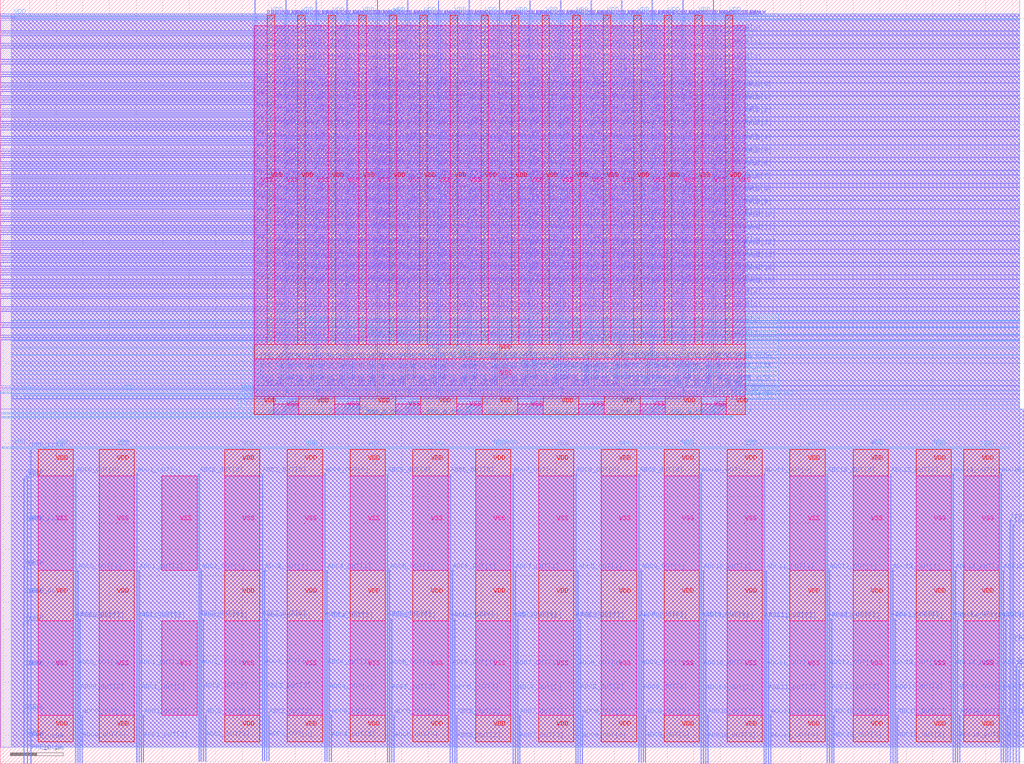
<source format=lef>
VERSION 5.7 ;
  NOWIREEXTENSIONATPIN ON ;
  DIVIDERCHAR "/" ;
  BUSBITCHARS "[]" ;
MACRO Integrated_bitcell_with_dummy_cells
  CLASS BLOCK ;
  FOREIGN Integrated_bitcell_with_dummy_cells ;
  ORIGIN 45.520 90.350 ;
  SIZE 191.920 BY 143.910 ;
  PIN PRE_SRAM
    PORT
      LAYER met1 ;
        RECT 92.330 49.960 92.660 50.000 ;
    END
    PORT
      LAYER met1 ;
        RECT 91.460 49.960 91.790 50.000 ;
    END
    PORT
      LAYER met1 ;
        RECT 90.590 49.960 90.920 50.000 ;
    END
    PORT
      LAYER met1 ;
        RECT 86.580 49.960 86.910 50.000 ;
    END
    PORT
      LAYER met1 ;
        RECT 85.710 49.960 86.040 50.000 ;
    END
    PORT
      LAYER met1 ;
        RECT 84.840 49.960 85.170 50.000 ;
    END
    PORT
      LAYER met1 ;
        RECT 80.830 49.960 81.160 50.000 ;
    END
    PORT
      LAYER met1 ;
        RECT 79.960 49.960 80.290 50.000 ;
    END
    PORT
      LAYER met1 ;
        RECT 79.090 49.960 79.420 50.000 ;
    END
    PORT
      LAYER met1 ;
        RECT 75.080 49.960 75.410 50.000 ;
    END
    PORT
      LAYER met1 ;
        RECT 74.210 49.960 74.540 50.000 ;
    END
    PORT
      LAYER met1 ;
        RECT 73.340 49.960 73.670 50.000 ;
    END
    PORT
      LAYER met1 ;
        RECT 69.330 49.960 69.660 50.000 ;
    END
    PORT
      LAYER met1 ;
        RECT 68.460 49.960 68.790 50.000 ;
    END
    PORT
      LAYER met1 ;
        RECT 67.590 49.960 67.920 50.000 ;
    END
    PORT
      LAYER met1 ;
        RECT 63.580 49.960 63.910 50.000 ;
    END
    PORT
      LAYER met1 ;
        RECT 62.710 49.960 63.040 50.000 ;
    END
    PORT
      LAYER met1 ;
        RECT 61.840 49.960 62.170 50.000 ;
    END
    PORT
      LAYER met1 ;
        RECT 57.830 49.960 58.160 50.000 ;
    END
    PORT
      LAYER met1 ;
        RECT 56.960 49.960 57.290 50.000 ;
    END
    PORT
      LAYER met1 ;
        RECT 56.090 49.960 56.420 50.000 ;
    END
    PORT
      LAYER met1 ;
        RECT 52.080 49.960 52.410 50.000 ;
    END
    PORT
      LAYER met1 ;
        RECT 51.210 49.960 51.540 50.000 ;
    END
    PORT
      LAYER met1 ;
        RECT 50.340 49.960 50.670 50.000 ;
    END
    PORT
      LAYER met1 ;
        RECT 46.330 49.960 46.660 50.000 ;
    END
    PORT
      LAYER met1 ;
        RECT 45.460 49.960 45.790 50.000 ;
    END
    PORT
      LAYER met1 ;
        RECT 44.590 49.960 44.920 50.000 ;
    END
    PORT
      LAYER met1 ;
        RECT 40.580 49.960 40.910 50.000 ;
    END
    PORT
      LAYER met1 ;
        RECT 39.710 49.960 40.040 50.000 ;
    END
    PORT
      LAYER met1 ;
        RECT 38.840 49.960 39.170 50.000 ;
    END
    PORT
      LAYER met1 ;
        RECT 34.830 49.960 35.160 50.000 ;
    END
    PORT
      LAYER met1 ;
        RECT 33.960 49.960 34.290 50.000 ;
    END
    PORT
      LAYER met1 ;
        RECT 33.090 49.960 33.420 50.000 ;
    END
    PORT
      LAYER met1 ;
        RECT 29.080 49.960 29.410 50.000 ;
    END
    PORT
      LAYER met1 ;
        RECT 28.210 49.960 28.540 50.000 ;
    END
    PORT
      LAYER met1 ;
        RECT 27.340 49.960 27.670 50.000 ;
    END
    PORT
      LAYER met1 ;
        RECT 23.330 49.960 23.660 50.000 ;
    END
    PORT
      LAYER met1 ;
        RECT 22.460 49.960 22.790 50.000 ;
    END
    PORT
      LAYER met1 ;
        RECT 21.590 49.960 21.920 50.000 ;
    END
    PORT
      LAYER met1 ;
        RECT 17.580 49.960 17.910 50.000 ;
    END
    PORT
      LAYER met1 ;
        RECT 16.710 49.960 17.040 50.000 ;
    END
    PORT
      LAYER met1 ;
        RECT 15.840 49.960 16.170 50.000 ;
    END
    PORT
      LAYER met1 ;
        RECT 11.830 49.960 12.160 50.000 ;
    END
    PORT
      LAYER met1 ;
        RECT 10.960 49.960 11.290 50.000 ;
    END
    PORT
      LAYER met1 ;
        RECT 10.090 49.960 10.420 50.000 ;
    END
    PORT
      LAYER met1 ;
        RECT 6.080 49.960 6.410 50.000 ;
    END
    PORT
      LAYER met1 ;
        RECT 5.210 49.960 5.540 50.000 ;
    END
    PORT
      LAYER met1 ;
        RECT 4.340 49.960 4.670 50.000 ;
    END
    PORT
      LAYER met1 ;
        RECT -45.490 50.000 94.660 50.140 ;
    END
    PORT
      LAYER met1 ;
        RECT 92.330 50.140 92.660 50.190 ;
    END
    PORT
      LAYER met1 ;
        RECT 91.460 50.140 91.790 50.190 ;
    END
    PORT
      LAYER met1 ;
        RECT 90.590 50.140 90.920 50.190 ;
    END
    PORT
      LAYER met1 ;
        RECT 86.580 50.140 86.910 50.190 ;
    END
    PORT
      LAYER met1 ;
        RECT 85.710 50.140 86.040 50.190 ;
    END
    PORT
      LAYER met1 ;
        RECT 84.840 50.140 85.170 50.190 ;
    END
    PORT
      LAYER met1 ;
        RECT 80.830 50.140 81.160 50.190 ;
    END
    PORT
      LAYER met1 ;
        RECT 79.960 50.140 80.290 50.190 ;
    END
    PORT
      LAYER met1 ;
        RECT 79.090 50.140 79.420 50.190 ;
    END
    PORT
      LAYER met1 ;
        RECT 75.080 50.140 75.410 50.190 ;
    END
    PORT
      LAYER met1 ;
        RECT 74.210 50.140 74.540 50.190 ;
    END
    PORT
      LAYER met1 ;
        RECT 73.340 50.140 73.670 50.190 ;
    END
    PORT
      LAYER met1 ;
        RECT 69.330 50.140 69.660 50.190 ;
    END
    PORT
      LAYER met1 ;
        RECT 68.460 50.140 68.790 50.190 ;
    END
    PORT
      LAYER met1 ;
        RECT 67.590 50.140 67.920 50.190 ;
    END
    PORT
      LAYER met1 ;
        RECT 63.580 50.140 63.910 50.190 ;
    END
    PORT
      LAYER met1 ;
        RECT 62.710 50.140 63.040 50.190 ;
    END
    PORT
      LAYER met1 ;
        RECT 61.840 50.140 62.170 50.190 ;
    END
    PORT
      LAYER met1 ;
        RECT 57.830 50.140 58.160 50.190 ;
    END
    PORT
      LAYER met1 ;
        RECT 56.960 50.140 57.290 50.190 ;
    END
    PORT
      LAYER met1 ;
        RECT 56.090 50.140 56.420 50.190 ;
    END
    PORT
      LAYER met1 ;
        RECT 52.080 50.140 52.410 50.190 ;
    END
    PORT
      LAYER met1 ;
        RECT 51.210 50.140 51.540 50.190 ;
    END
    PORT
      LAYER met1 ;
        RECT 50.340 50.140 50.670 50.190 ;
    END
    PORT
      LAYER met1 ;
        RECT 46.330 50.140 46.660 50.190 ;
    END
    PORT
      LAYER met1 ;
        RECT 45.460 50.140 45.790 50.190 ;
    END
    PORT
      LAYER met1 ;
        RECT 44.590 50.140 44.920 50.190 ;
    END
    PORT
      LAYER met1 ;
        RECT 40.580 50.140 40.910 50.190 ;
    END
    PORT
      LAYER met1 ;
        RECT 39.710 50.140 40.040 50.190 ;
    END
    PORT
      LAYER met1 ;
        RECT 38.840 50.140 39.170 50.190 ;
    END
    PORT
      LAYER met1 ;
        RECT 34.830 50.140 35.160 50.190 ;
    END
    PORT
      LAYER met1 ;
        RECT 33.960 50.140 34.290 50.190 ;
    END
    PORT
      LAYER met1 ;
        RECT 33.090 50.140 33.420 50.190 ;
    END
    PORT
      LAYER met1 ;
        RECT 29.080 50.140 29.410 50.190 ;
    END
    PORT
      LAYER met1 ;
        RECT 28.210 50.140 28.540 50.190 ;
    END
    PORT
      LAYER met1 ;
        RECT 27.340 50.140 27.670 50.190 ;
    END
    PORT
      LAYER met1 ;
        RECT 23.330 50.140 23.660 50.190 ;
    END
    PORT
      LAYER met1 ;
        RECT 22.460 50.140 22.790 50.190 ;
    END
    PORT
      LAYER met1 ;
        RECT 21.590 50.140 21.920 50.190 ;
    END
    PORT
      LAYER met1 ;
        RECT 17.580 50.140 17.910 50.190 ;
    END
    PORT
      LAYER met1 ;
        RECT 16.710 50.140 17.040 50.190 ;
    END
    PORT
      LAYER met1 ;
        RECT 15.840 50.140 16.170 50.190 ;
    END
    PORT
      LAYER met1 ;
        RECT 11.830 50.140 12.160 50.190 ;
    END
    PORT
      LAYER met1 ;
        RECT 10.960 50.140 11.290 50.190 ;
    END
    PORT
      LAYER met1 ;
        RECT 10.090 50.140 10.420 50.190 ;
    END
    PORT
      LAYER met1 ;
        RECT 6.080 50.140 6.410 50.190 ;
    END
    PORT
      LAYER met1 ;
        RECT 5.210 50.140 5.540 50.190 ;
    END
    PORT
      LAYER met1 ;
        RECT 4.340 50.140 4.670 50.190 ;
    END
  END PRE_SRAM
  PIN RWL[0]
    PORT
      LAYER met1 ;
        RECT 88.710 37.330 89.010 37.410 ;
    END
    PORT
      LAYER met1 ;
        RECT 82.960 37.330 83.260 37.410 ;
    END
    PORT
      LAYER met1 ;
        RECT 77.210 37.330 77.510 37.410 ;
    END
    PORT
      LAYER met1 ;
        RECT 71.460 37.330 71.760 37.410 ;
    END
    PORT
      LAYER met1 ;
        RECT 65.710 37.330 66.010 37.410 ;
    END
    PORT
      LAYER met1 ;
        RECT 59.960 37.330 60.260 37.410 ;
    END
    PORT
      LAYER met1 ;
        RECT 54.210 37.330 54.510 37.410 ;
    END
    PORT
      LAYER met1 ;
        RECT 48.460 37.330 48.760 37.410 ;
    END
    PORT
      LAYER met1 ;
        RECT 42.710 37.330 43.010 37.410 ;
    END
    PORT
      LAYER met1 ;
        RECT 36.960 37.330 37.260 37.410 ;
    END
    PORT
      LAYER met1 ;
        RECT 31.210 37.330 31.510 37.410 ;
    END
    PORT
      LAYER met1 ;
        RECT 25.460 37.330 25.760 37.410 ;
    END
    PORT
      LAYER met1 ;
        RECT 19.710 37.330 20.010 37.410 ;
    END
    PORT
      LAYER met1 ;
        RECT 13.960 37.330 14.260 37.410 ;
    END
    PORT
      LAYER met1 ;
        RECT 8.210 37.330 8.510 37.410 ;
    END
    PORT
      LAYER met1 ;
        RECT 2.460 37.330 2.760 37.410 ;
    END
    PORT
      LAYER met1 ;
        RECT -45.490 37.410 94.660 37.550 ;
    END
    PORT
      LAYER met1 ;
        RECT 88.710 37.550 89.010 37.620 ;
    END
    PORT
      LAYER met1 ;
        RECT 82.960 37.550 83.260 37.620 ;
    END
    PORT
      LAYER met1 ;
        RECT 77.210 37.550 77.510 37.620 ;
    END
    PORT
      LAYER met1 ;
        RECT 71.460 37.550 71.760 37.620 ;
    END
    PORT
      LAYER met1 ;
        RECT 65.710 37.550 66.010 37.620 ;
    END
    PORT
      LAYER met1 ;
        RECT 59.960 37.550 60.260 37.620 ;
    END
    PORT
      LAYER met1 ;
        RECT 54.210 37.550 54.510 37.620 ;
    END
    PORT
      LAYER met1 ;
        RECT 48.460 37.550 48.760 37.620 ;
    END
    PORT
      LAYER met1 ;
        RECT 42.710 37.550 43.010 37.620 ;
    END
    PORT
      LAYER met1 ;
        RECT 36.960 37.550 37.260 37.620 ;
    END
    PORT
      LAYER met1 ;
        RECT 31.210 37.550 31.510 37.620 ;
    END
    PORT
      LAYER met1 ;
        RECT 25.460 37.550 25.760 37.620 ;
    END
    PORT
      LAYER met1 ;
        RECT 19.710 37.550 20.010 37.620 ;
    END
    PORT
      LAYER met1 ;
        RECT 13.960 37.550 14.260 37.620 ;
    END
    PORT
      LAYER met1 ;
        RECT 8.210 37.550 8.510 37.620 ;
    END
    PORT
      LAYER met1 ;
        RECT 2.460 37.550 2.760 37.620 ;
    END
  END RWL[0]
  PIN WWL[0]
    PORT
      LAYER met1 ;
        RECT 92.300 36.890 92.590 37.010 ;
    END
    PORT
      LAYER met1 ;
        RECT 86.550 36.890 86.840 37.010 ;
    END
    PORT
      LAYER met1 ;
        RECT 80.800 36.890 81.090 37.010 ;
    END
    PORT
      LAYER met1 ;
        RECT 75.050 36.890 75.340 37.010 ;
    END
    PORT
      LAYER met1 ;
        RECT 69.300 36.890 69.590 37.010 ;
    END
    PORT
      LAYER met1 ;
        RECT 63.550 36.890 63.840 37.010 ;
    END
    PORT
      LAYER met1 ;
        RECT 57.800 36.890 58.090 37.010 ;
    END
    PORT
      LAYER met1 ;
        RECT 52.050 36.890 52.340 37.010 ;
    END
    PORT
      LAYER met1 ;
        RECT 46.300 36.890 46.590 37.010 ;
    END
    PORT
      LAYER met1 ;
        RECT 40.550 36.890 40.840 37.010 ;
    END
    PORT
      LAYER met1 ;
        RECT 34.800 36.890 35.090 37.010 ;
    END
    PORT
      LAYER met1 ;
        RECT 29.050 36.890 29.340 37.010 ;
    END
    PORT
      LAYER met1 ;
        RECT 23.300 36.890 23.590 37.010 ;
    END
    PORT
      LAYER met1 ;
        RECT 17.550 36.890 17.840 37.010 ;
    END
    PORT
      LAYER met1 ;
        RECT 11.800 36.890 12.090 37.010 ;
    END
    PORT
      LAYER met1 ;
        RECT 6.050 36.890 6.340 37.010 ;
    END
    PORT
      LAYER met1 ;
        RECT -45.490 37.010 94.660 37.150 ;
    END
    PORT
      LAYER met1 ;
        RECT 90.690 37.150 90.980 37.270 ;
    END
    PORT
      LAYER met1 ;
        RECT 84.940 37.150 85.230 37.270 ;
    END
    PORT
      LAYER met1 ;
        RECT 79.190 37.150 79.480 37.270 ;
    END
    PORT
      LAYER met1 ;
        RECT 73.440 37.150 73.730 37.270 ;
    END
    PORT
      LAYER met1 ;
        RECT 67.690 37.150 67.980 37.270 ;
    END
    PORT
      LAYER met1 ;
        RECT 61.940 37.150 62.230 37.270 ;
    END
    PORT
      LAYER met1 ;
        RECT 56.190 37.150 56.480 37.270 ;
    END
    PORT
      LAYER met1 ;
        RECT 50.440 37.150 50.730 37.270 ;
    END
    PORT
      LAYER met1 ;
        RECT 44.690 37.150 44.980 37.270 ;
    END
    PORT
      LAYER met1 ;
        RECT 38.940 37.150 39.230 37.270 ;
    END
    PORT
      LAYER met1 ;
        RECT 33.190 37.150 33.480 37.270 ;
    END
    PORT
      LAYER met1 ;
        RECT 27.440 37.150 27.730 37.270 ;
    END
    PORT
      LAYER met1 ;
        RECT 21.690 37.150 21.980 37.270 ;
    END
    PORT
      LAYER met1 ;
        RECT 15.940 37.150 16.230 37.270 ;
    END
    PORT
      LAYER met1 ;
        RECT 10.190 37.150 10.480 37.270 ;
    END
    PORT
      LAYER met1 ;
        RECT 4.440 37.150 4.730 37.270 ;
    END
  END WWL[0]
  PIN RWLB[0]
    PORT
      LAYER met1 ;
        RECT 94.260 36.510 94.560 36.600 ;
    END
    PORT
      LAYER met1 ;
        RECT 88.510 36.510 88.810 36.600 ;
    END
    PORT
      LAYER met1 ;
        RECT 82.760 36.510 83.060 36.600 ;
    END
    PORT
      LAYER met1 ;
        RECT 77.010 36.510 77.310 36.600 ;
    END
    PORT
      LAYER met1 ;
        RECT 71.260 36.510 71.560 36.600 ;
    END
    PORT
      LAYER met1 ;
        RECT 65.510 36.510 65.810 36.600 ;
    END
    PORT
      LAYER met1 ;
        RECT 59.760 36.510 60.060 36.600 ;
    END
    PORT
      LAYER met1 ;
        RECT 54.010 36.510 54.310 36.600 ;
    END
    PORT
      LAYER met1 ;
        RECT 48.260 36.510 48.560 36.600 ;
    END
    PORT
      LAYER met1 ;
        RECT 42.510 36.510 42.810 36.600 ;
    END
    PORT
      LAYER met1 ;
        RECT 36.760 36.510 37.060 36.600 ;
    END
    PORT
      LAYER met1 ;
        RECT 31.010 36.510 31.310 36.600 ;
    END
    PORT
      LAYER met1 ;
        RECT 25.260 36.510 25.560 36.600 ;
    END
    PORT
      LAYER met1 ;
        RECT 19.510 36.510 19.810 36.600 ;
    END
    PORT
      LAYER met1 ;
        RECT 13.760 36.510 14.060 36.600 ;
    END
    PORT
      LAYER met1 ;
        RECT 8.010 36.510 8.310 36.600 ;
    END
    PORT
      LAYER met1 ;
        RECT -45.490 36.600 94.660 36.740 ;
    END
    PORT
      LAYER met1 ;
        RECT 94.260 36.740 94.560 36.840 ;
    END
    PORT
      LAYER met1 ;
        RECT 88.510 36.740 88.810 36.840 ;
    END
    PORT
      LAYER met1 ;
        RECT 82.760 36.740 83.060 36.840 ;
    END
    PORT
      LAYER met1 ;
        RECT 77.010 36.740 77.310 36.840 ;
    END
    PORT
      LAYER met1 ;
        RECT 71.260 36.740 71.560 36.840 ;
    END
    PORT
      LAYER met1 ;
        RECT 65.510 36.740 65.810 36.840 ;
    END
    PORT
      LAYER met1 ;
        RECT 59.760 36.740 60.060 36.840 ;
    END
    PORT
      LAYER met1 ;
        RECT 54.010 36.740 54.310 36.840 ;
    END
    PORT
      LAYER met1 ;
        RECT 48.260 36.740 48.560 36.840 ;
    END
    PORT
      LAYER met1 ;
        RECT 42.510 36.740 42.810 36.840 ;
    END
    PORT
      LAYER met1 ;
        RECT 36.760 36.740 37.060 36.840 ;
    END
    PORT
      LAYER met1 ;
        RECT 31.010 36.740 31.310 36.840 ;
    END
    PORT
      LAYER met1 ;
        RECT 25.260 36.740 25.560 36.840 ;
    END
    PORT
      LAYER met1 ;
        RECT 19.510 36.740 19.810 36.840 ;
    END
    PORT
      LAYER met1 ;
        RECT 13.760 36.740 14.060 36.840 ;
    END
    PORT
      LAYER met1 ;
        RECT 8.010 36.740 8.310 36.840 ;
    END
  END RWLB[0]
  PIN RWL[1]
    PORT
      LAYER met1 ;
        RECT 88.710 34.920 89.010 35.000 ;
    END
    PORT
      LAYER met1 ;
        RECT 82.960 34.920 83.260 35.000 ;
    END
    PORT
      LAYER met1 ;
        RECT 77.210 34.920 77.510 35.000 ;
    END
    PORT
      LAYER met1 ;
        RECT 71.460 34.920 71.760 35.000 ;
    END
    PORT
      LAYER met1 ;
        RECT 65.710 34.920 66.010 35.000 ;
    END
    PORT
      LAYER met1 ;
        RECT 59.960 34.920 60.260 35.000 ;
    END
    PORT
      LAYER met1 ;
        RECT 54.210 34.920 54.510 35.000 ;
    END
    PORT
      LAYER met1 ;
        RECT 48.460 34.920 48.760 35.000 ;
    END
    PORT
      LAYER met1 ;
        RECT 42.710 34.920 43.010 35.000 ;
    END
    PORT
      LAYER met1 ;
        RECT 36.960 34.920 37.260 35.000 ;
    END
    PORT
      LAYER met1 ;
        RECT 31.210 34.920 31.510 35.000 ;
    END
    PORT
      LAYER met1 ;
        RECT 25.460 34.920 25.760 35.000 ;
    END
    PORT
      LAYER met1 ;
        RECT 19.710 34.920 20.010 35.000 ;
    END
    PORT
      LAYER met1 ;
        RECT 13.960 34.920 14.260 35.000 ;
    END
    PORT
      LAYER met1 ;
        RECT 8.210 34.920 8.510 35.000 ;
    END
    PORT
      LAYER met1 ;
        RECT 2.460 34.920 2.760 35.000 ;
    END
    PORT
      LAYER met1 ;
        RECT -45.490 35.000 94.660 35.140 ;
    END
    PORT
      LAYER met1 ;
        RECT 88.710 35.140 89.010 35.210 ;
    END
    PORT
      LAYER met1 ;
        RECT 82.960 35.140 83.260 35.210 ;
    END
    PORT
      LAYER met1 ;
        RECT 77.210 35.140 77.510 35.210 ;
    END
    PORT
      LAYER met1 ;
        RECT 71.460 35.140 71.760 35.210 ;
    END
    PORT
      LAYER met1 ;
        RECT 65.710 35.140 66.010 35.210 ;
    END
    PORT
      LAYER met1 ;
        RECT 59.960 35.140 60.260 35.210 ;
    END
    PORT
      LAYER met1 ;
        RECT 54.210 35.140 54.510 35.210 ;
    END
    PORT
      LAYER met1 ;
        RECT 48.460 35.140 48.760 35.210 ;
    END
    PORT
      LAYER met1 ;
        RECT 42.710 35.140 43.010 35.210 ;
    END
    PORT
      LAYER met1 ;
        RECT 36.960 35.140 37.260 35.210 ;
    END
    PORT
      LAYER met1 ;
        RECT 31.210 35.140 31.510 35.210 ;
    END
    PORT
      LAYER met1 ;
        RECT 25.460 35.140 25.760 35.210 ;
    END
    PORT
      LAYER met1 ;
        RECT 19.710 35.140 20.010 35.210 ;
    END
    PORT
      LAYER met1 ;
        RECT 13.960 35.140 14.260 35.210 ;
    END
    PORT
      LAYER met1 ;
        RECT 8.210 35.140 8.510 35.210 ;
    END
    PORT
      LAYER met1 ;
        RECT 2.460 35.140 2.760 35.210 ;
    END
  END RWL[1]
  PIN WWL[1]
    PORT
      LAYER met1 ;
        RECT 92.300 34.480 92.590 34.600 ;
    END
    PORT
      LAYER met1 ;
        RECT 86.550 34.480 86.840 34.600 ;
    END
    PORT
      LAYER met1 ;
        RECT 80.800 34.480 81.090 34.600 ;
    END
    PORT
      LAYER met1 ;
        RECT 75.050 34.480 75.340 34.600 ;
    END
    PORT
      LAYER met1 ;
        RECT 69.300 34.480 69.590 34.600 ;
    END
    PORT
      LAYER met1 ;
        RECT 63.550 34.480 63.840 34.600 ;
    END
    PORT
      LAYER met1 ;
        RECT 57.800 34.480 58.090 34.600 ;
    END
    PORT
      LAYER met1 ;
        RECT 52.050 34.480 52.340 34.600 ;
    END
    PORT
      LAYER met1 ;
        RECT 46.300 34.480 46.590 34.600 ;
    END
    PORT
      LAYER met1 ;
        RECT 40.550 34.480 40.840 34.600 ;
    END
    PORT
      LAYER met1 ;
        RECT 34.800 34.480 35.090 34.600 ;
    END
    PORT
      LAYER met1 ;
        RECT 29.050 34.480 29.340 34.600 ;
    END
    PORT
      LAYER met1 ;
        RECT 23.300 34.480 23.590 34.600 ;
    END
    PORT
      LAYER met1 ;
        RECT 17.550 34.480 17.840 34.600 ;
    END
    PORT
      LAYER met1 ;
        RECT 11.800 34.480 12.090 34.600 ;
    END
    PORT
      LAYER met1 ;
        RECT 6.050 34.480 6.340 34.600 ;
    END
    PORT
      LAYER met1 ;
        RECT -45.490 34.600 94.660 34.740 ;
    END
    PORT
      LAYER met1 ;
        RECT 90.690 34.740 90.980 34.860 ;
    END
    PORT
      LAYER met1 ;
        RECT 84.940 34.740 85.230 34.860 ;
    END
    PORT
      LAYER met1 ;
        RECT 79.190 34.740 79.480 34.860 ;
    END
    PORT
      LAYER met1 ;
        RECT 73.440 34.740 73.730 34.860 ;
    END
    PORT
      LAYER met1 ;
        RECT 67.690 34.740 67.980 34.860 ;
    END
    PORT
      LAYER met1 ;
        RECT 61.940 34.740 62.230 34.860 ;
    END
    PORT
      LAYER met1 ;
        RECT 56.190 34.740 56.480 34.860 ;
    END
    PORT
      LAYER met1 ;
        RECT 50.440 34.740 50.730 34.860 ;
    END
    PORT
      LAYER met1 ;
        RECT 44.690 34.740 44.980 34.860 ;
    END
    PORT
      LAYER met1 ;
        RECT 38.940 34.740 39.230 34.860 ;
    END
    PORT
      LAYER met1 ;
        RECT 33.190 34.740 33.480 34.860 ;
    END
    PORT
      LAYER met1 ;
        RECT 27.440 34.740 27.730 34.860 ;
    END
    PORT
      LAYER met1 ;
        RECT 21.690 34.740 21.980 34.860 ;
    END
    PORT
      LAYER met1 ;
        RECT 15.940 34.740 16.230 34.860 ;
    END
    PORT
      LAYER met1 ;
        RECT 10.190 34.740 10.480 34.860 ;
    END
    PORT
      LAYER met1 ;
        RECT 4.440 34.740 4.730 34.860 ;
    END
  END WWL[1]
  PIN RWLB[1]
    PORT
      LAYER met1 ;
        RECT 94.260 34.100 94.560 34.190 ;
    END
    PORT
      LAYER met1 ;
        RECT 88.510 34.100 88.810 34.190 ;
    END
    PORT
      LAYER met1 ;
        RECT 82.760 34.100 83.060 34.190 ;
    END
    PORT
      LAYER met1 ;
        RECT 77.010 34.100 77.310 34.190 ;
    END
    PORT
      LAYER met1 ;
        RECT 71.260 34.100 71.560 34.190 ;
    END
    PORT
      LAYER met1 ;
        RECT 65.510 34.100 65.810 34.190 ;
    END
    PORT
      LAYER met1 ;
        RECT 59.760 34.100 60.060 34.190 ;
    END
    PORT
      LAYER met1 ;
        RECT 54.010 34.100 54.310 34.190 ;
    END
    PORT
      LAYER met1 ;
        RECT 48.260 34.100 48.560 34.190 ;
    END
    PORT
      LAYER met1 ;
        RECT 42.510 34.100 42.810 34.190 ;
    END
    PORT
      LAYER met1 ;
        RECT 36.760 34.100 37.060 34.190 ;
    END
    PORT
      LAYER met1 ;
        RECT 31.010 34.100 31.310 34.190 ;
    END
    PORT
      LAYER met1 ;
        RECT 25.260 34.100 25.560 34.190 ;
    END
    PORT
      LAYER met1 ;
        RECT 19.510 34.100 19.810 34.190 ;
    END
    PORT
      LAYER met1 ;
        RECT 13.760 34.100 14.060 34.190 ;
    END
    PORT
      LAYER met1 ;
        RECT 8.010 34.100 8.310 34.190 ;
    END
    PORT
      LAYER met1 ;
        RECT -45.490 34.190 94.660 34.330 ;
    END
    PORT
      LAYER met1 ;
        RECT 94.260 34.330 94.560 34.430 ;
    END
    PORT
      LAYER met1 ;
        RECT 88.510 34.330 88.810 34.430 ;
    END
    PORT
      LAYER met1 ;
        RECT 82.760 34.330 83.060 34.430 ;
    END
    PORT
      LAYER met1 ;
        RECT 77.010 34.330 77.310 34.430 ;
    END
    PORT
      LAYER met1 ;
        RECT 71.260 34.330 71.560 34.430 ;
    END
    PORT
      LAYER met1 ;
        RECT 65.510 34.330 65.810 34.430 ;
    END
    PORT
      LAYER met1 ;
        RECT 59.760 34.330 60.060 34.430 ;
    END
    PORT
      LAYER met1 ;
        RECT 54.010 34.330 54.310 34.430 ;
    END
    PORT
      LAYER met1 ;
        RECT 48.260 34.330 48.560 34.430 ;
    END
    PORT
      LAYER met1 ;
        RECT 42.510 34.330 42.810 34.430 ;
    END
    PORT
      LAYER met1 ;
        RECT 36.760 34.330 37.060 34.430 ;
    END
    PORT
      LAYER met1 ;
        RECT 31.010 34.330 31.310 34.430 ;
    END
    PORT
      LAYER met1 ;
        RECT 25.260 34.330 25.560 34.430 ;
    END
    PORT
      LAYER met1 ;
        RECT 19.510 34.330 19.810 34.430 ;
    END
    PORT
      LAYER met1 ;
        RECT 13.760 34.330 14.060 34.430 ;
    END
    PORT
      LAYER met1 ;
        RECT 8.010 34.330 8.310 34.430 ;
    END
  END RWLB[1]
  PIN RWL[2]
    PORT
      LAYER met1 ;
        RECT 88.710 32.510 89.010 32.590 ;
    END
    PORT
      LAYER met1 ;
        RECT 82.960 32.510 83.260 32.590 ;
    END
    PORT
      LAYER met1 ;
        RECT 77.210 32.510 77.510 32.590 ;
    END
    PORT
      LAYER met1 ;
        RECT 71.460 32.510 71.760 32.590 ;
    END
    PORT
      LAYER met1 ;
        RECT 65.710 32.510 66.010 32.590 ;
    END
    PORT
      LAYER met1 ;
        RECT 59.960 32.510 60.260 32.590 ;
    END
    PORT
      LAYER met1 ;
        RECT 54.210 32.510 54.510 32.590 ;
    END
    PORT
      LAYER met1 ;
        RECT 48.460 32.510 48.760 32.590 ;
    END
    PORT
      LAYER met1 ;
        RECT 42.710 32.510 43.010 32.590 ;
    END
    PORT
      LAYER met1 ;
        RECT 36.960 32.510 37.260 32.590 ;
    END
    PORT
      LAYER met1 ;
        RECT 31.210 32.510 31.510 32.590 ;
    END
    PORT
      LAYER met1 ;
        RECT 25.460 32.510 25.760 32.590 ;
    END
    PORT
      LAYER met1 ;
        RECT 19.710 32.510 20.010 32.590 ;
    END
    PORT
      LAYER met1 ;
        RECT 13.960 32.510 14.260 32.590 ;
    END
    PORT
      LAYER met1 ;
        RECT 8.210 32.510 8.510 32.590 ;
    END
    PORT
      LAYER met1 ;
        RECT 2.460 32.510 2.760 32.590 ;
    END
    PORT
      LAYER met1 ;
        RECT -45.490 32.590 94.660 32.730 ;
    END
    PORT
      LAYER met1 ;
        RECT 88.710 32.730 89.010 32.800 ;
    END
    PORT
      LAYER met1 ;
        RECT 82.960 32.730 83.260 32.800 ;
    END
    PORT
      LAYER met1 ;
        RECT 77.210 32.730 77.510 32.800 ;
    END
    PORT
      LAYER met1 ;
        RECT 71.460 32.730 71.760 32.800 ;
    END
    PORT
      LAYER met1 ;
        RECT 65.710 32.730 66.010 32.800 ;
    END
    PORT
      LAYER met1 ;
        RECT 59.960 32.730 60.260 32.800 ;
    END
    PORT
      LAYER met1 ;
        RECT 54.210 32.730 54.510 32.800 ;
    END
    PORT
      LAYER met1 ;
        RECT 48.460 32.730 48.760 32.800 ;
    END
    PORT
      LAYER met1 ;
        RECT 42.710 32.730 43.010 32.800 ;
    END
    PORT
      LAYER met1 ;
        RECT 36.960 32.730 37.260 32.800 ;
    END
    PORT
      LAYER met1 ;
        RECT 31.210 32.730 31.510 32.800 ;
    END
    PORT
      LAYER met1 ;
        RECT 25.460 32.730 25.760 32.800 ;
    END
    PORT
      LAYER met1 ;
        RECT 19.710 32.730 20.010 32.800 ;
    END
    PORT
      LAYER met1 ;
        RECT 13.960 32.730 14.260 32.800 ;
    END
    PORT
      LAYER met1 ;
        RECT 8.210 32.730 8.510 32.800 ;
    END
    PORT
      LAYER met1 ;
        RECT 2.460 32.730 2.760 32.800 ;
    END
  END RWL[2]
  PIN WWL[2]
    PORT
      LAYER met1 ;
        RECT 92.300 32.070 92.590 32.190 ;
    END
    PORT
      LAYER met1 ;
        RECT 86.550 32.070 86.840 32.190 ;
    END
    PORT
      LAYER met1 ;
        RECT 80.800 32.070 81.090 32.190 ;
    END
    PORT
      LAYER met1 ;
        RECT 75.050 32.070 75.340 32.190 ;
    END
    PORT
      LAYER met1 ;
        RECT 69.300 32.070 69.590 32.190 ;
    END
    PORT
      LAYER met1 ;
        RECT 63.550 32.070 63.840 32.190 ;
    END
    PORT
      LAYER met1 ;
        RECT 57.800 32.070 58.090 32.190 ;
    END
    PORT
      LAYER met1 ;
        RECT 52.050 32.070 52.340 32.190 ;
    END
    PORT
      LAYER met1 ;
        RECT 46.300 32.070 46.590 32.190 ;
    END
    PORT
      LAYER met1 ;
        RECT 40.550 32.070 40.840 32.190 ;
    END
    PORT
      LAYER met1 ;
        RECT 34.800 32.070 35.090 32.190 ;
    END
    PORT
      LAYER met1 ;
        RECT 29.050 32.070 29.340 32.190 ;
    END
    PORT
      LAYER met1 ;
        RECT 23.300 32.070 23.590 32.190 ;
    END
    PORT
      LAYER met1 ;
        RECT 17.550 32.070 17.840 32.190 ;
    END
    PORT
      LAYER met1 ;
        RECT 11.800 32.070 12.090 32.190 ;
    END
    PORT
      LAYER met1 ;
        RECT 6.050 32.070 6.340 32.190 ;
    END
    PORT
      LAYER met1 ;
        RECT -45.490 32.190 94.660 32.330 ;
    END
    PORT
      LAYER met1 ;
        RECT 90.690 32.330 90.980 32.450 ;
    END
    PORT
      LAYER met1 ;
        RECT 84.940 32.330 85.230 32.450 ;
    END
    PORT
      LAYER met1 ;
        RECT 79.190 32.330 79.480 32.450 ;
    END
    PORT
      LAYER met1 ;
        RECT 73.440 32.330 73.730 32.450 ;
    END
    PORT
      LAYER met1 ;
        RECT 67.690 32.330 67.980 32.450 ;
    END
    PORT
      LAYER met1 ;
        RECT 61.940 32.330 62.230 32.450 ;
    END
    PORT
      LAYER met1 ;
        RECT 56.190 32.330 56.480 32.450 ;
    END
    PORT
      LAYER met1 ;
        RECT 50.440 32.330 50.730 32.450 ;
    END
    PORT
      LAYER met1 ;
        RECT 44.690 32.330 44.980 32.450 ;
    END
    PORT
      LAYER met1 ;
        RECT 38.940 32.330 39.230 32.450 ;
    END
    PORT
      LAYER met1 ;
        RECT 33.190 32.330 33.480 32.450 ;
    END
    PORT
      LAYER met1 ;
        RECT 27.440 32.330 27.730 32.450 ;
    END
    PORT
      LAYER met1 ;
        RECT 21.690 32.330 21.980 32.450 ;
    END
    PORT
      LAYER met1 ;
        RECT 15.940 32.330 16.230 32.450 ;
    END
    PORT
      LAYER met1 ;
        RECT 10.190 32.330 10.480 32.450 ;
    END
    PORT
      LAYER met1 ;
        RECT 4.440 32.330 4.730 32.450 ;
    END
  END WWL[2]
  PIN RWLB[2]
    PORT
      LAYER met1 ;
        RECT 94.260 31.690 94.560 31.780 ;
    END
    PORT
      LAYER met1 ;
        RECT 88.510 31.690 88.810 31.780 ;
    END
    PORT
      LAYER met1 ;
        RECT 82.760 31.690 83.060 31.780 ;
    END
    PORT
      LAYER met1 ;
        RECT 77.010 31.690 77.310 31.780 ;
    END
    PORT
      LAYER met1 ;
        RECT 71.260 31.690 71.560 31.780 ;
    END
    PORT
      LAYER met1 ;
        RECT 65.510 31.690 65.810 31.780 ;
    END
    PORT
      LAYER met1 ;
        RECT 59.760 31.690 60.060 31.780 ;
    END
    PORT
      LAYER met1 ;
        RECT 54.010 31.690 54.310 31.780 ;
    END
    PORT
      LAYER met1 ;
        RECT 48.260 31.690 48.560 31.780 ;
    END
    PORT
      LAYER met1 ;
        RECT 42.510 31.690 42.810 31.780 ;
    END
    PORT
      LAYER met1 ;
        RECT 36.760 31.690 37.060 31.780 ;
    END
    PORT
      LAYER met1 ;
        RECT 31.010 31.690 31.310 31.780 ;
    END
    PORT
      LAYER met1 ;
        RECT 25.260 31.690 25.560 31.780 ;
    END
    PORT
      LAYER met1 ;
        RECT 19.510 31.690 19.810 31.780 ;
    END
    PORT
      LAYER met1 ;
        RECT 13.760 31.690 14.060 31.780 ;
    END
    PORT
      LAYER met1 ;
        RECT 8.010 31.690 8.310 31.780 ;
    END
    PORT
      LAYER met1 ;
        RECT -45.490 31.780 94.660 31.920 ;
    END
    PORT
      LAYER met1 ;
        RECT 94.260 31.920 94.560 32.020 ;
    END
    PORT
      LAYER met1 ;
        RECT 88.510 31.920 88.810 32.020 ;
    END
    PORT
      LAYER met1 ;
        RECT 82.760 31.920 83.060 32.020 ;
    END
    PORT
      LAYER met1 ;
        RECT 77.010 31.920 77.310 32.020 ;
    END
    PORT
      LAYER met1 ;
        RECT 71.260 31.920 71.560 32.020 ;
    END
    PORT
      LAYER met1 ;
        RECT 65.510 31.920 65.810 32.020 ;
    END
    PORT
      LAYER met1 ;
        RECT 59.760 31.920 60.060 32.020 ;
    END
    PORT
      LAYER met1 ;
        RECT 54.010 31.920 54.310 32.020 ;
    END
    PORT
      LAYER met1 ;
        RECT 48.260 31.920 48.560 32.020 ;
    END
    PORT
      LAYER met1 ;
        RECT 42.510 31.920 42.810 32.020 ;
    END
    PORT
      LAYER met1 ;
        RECT 36.760 31.920 37.060 32.020 ;
    END
    PORT
      LAYER met1 ;
        RECT 31.010 31.920 31.310 32.020 ;
    END
    PORT
      LAYER met1 ;
        RECT 25.260 31.920 25.560 32.020 ;
    END
    PORT
      LAYER met1 ;
        RECT 19.510 31.920 19.810 32.020 ;
    END
    PORT
      LAYER met1 ;
        RECT 13.760 31.920 14.060 32.020 ;
    END
    PORT
      LAYER met1 ;
        RECT 8.010 31.920 8.310 32.020 ;
    END
  END RWLB[2]
  PIN RWL[3]
    PORT
      LAYER met1 ;
        RECT 88.710 30.100 89.010 30.180 ;
    END
    PORT
      LAYER met1 ;
        RECT 82.960 30.100 83.260 30.180 ;
    END
    PORT
      LAYER met1 ;
        RECT 77.210 30.100 77.510 30.180 ;
    END
    PORT
      LAYER met1 ;
        RECT 71.460 30.100 71.760 30.180 ;
    END
    PORT
      LAYER met1 ;
        RECT 65.710 30.100 66.010 30.180 ;
    END
    PORT
      LAYER met1 ;
        RECT 59.960 30.100 60.260 30.180 ;
    END
    PORT
      LAYER met1 ;
        RECT 54.210 30.100 54.510 30.180 ;
    END
    PORT
      LAYER met1 ;
        RECT 48.460 30.100 48.760 30.180 ;
    END
    PORT
      LAYER met1 ;
        RECT 42.710 30.100 43.010 30.180 ;
    END
    PORT
      LAYER met1 ;
        RECT 36.960 30.100 37.260 30.180 ;
    END
    PORT
      LAYER met1 ;
        RECT 31.210 30.100 31.510 30.180 ;
    END
    PORT
      LAYER met1 ;
        RECT 25.460 30.100 25.760 30.180 ;
    END
    PORT
      LAYER met1 ;
        RECT 19.710 30.100 20.010 30.180 ;
    END
    PORT
      LAYER met1 ;
        RECT 13.960 30.100 14.260 30.180 ;
    END
    PORT
      LAYER met1 ;
        RECT 8.210 30.100 8.510 30.180 ;
    END
    PORT
      LAYER met1 ;
        RECT 2.460 30.100 2.760 30.180 ;
    END
    PORT
      LAYER met1 ;
        RECT -45.490 30.180 94.660 30.320 ;
    END
    PORT
      LAYER met1 ;
        RECT 88.710 30.320 89.010 30.390 ;
    END
    PORT
      LAYER met1 ;
        RECT 82.960 30.320 83.260 30.390 ;
    END
    PORT
      LAYER met1 ;
        RECT 77.210 30.320 77.510 30.390 ;
    END
    PORT
      LAYER met1 ;
        RECT 71.460 30.320 71.760 30.390 ;
    END
    PORT
      LAYER met1 ;
        RECT 65.710 30.320 66.010 30.390 ;
    END
    PORT
      LAYER met1 ;
        RECT 59.960 30.320 60.260 30.390 ;
    END
    PORT
      LAYER met1 ;
        RECT 54.210 30.320 54.510 30.390 ;
    END
    PORT
      LAYER met1 ;
        RECT 48.460 30.320 48.760 30.390 ;
    END
    PORT
      LAYER met1 ;
        RECT 42.710 30.320 43.010 30.390 ;
    END
    PORT
      LAYER met1 ;
        RECT 36.960 30.320 37.260 30.390 ;
    END
    PORT
      LAYER met1 ;
        RECT 31.210 30.320 31.510 30.390 ;
    END
    PORT
      LAYER met1 ;
        RECT 25.460 30.320 25.760 30.390 ;
    END
    PORT
      LAYER met1 ;
        RECT 19.710 30.320 20.010 30.390 ;
    END
    PORT
      LAYER met1 ;
        RECT 13.960 30.320 14.260 30.390 ;
    END
    PORT
      LAYER met1 ;
        RECT 8.210 30.320 8.510 30.390 ;
    END
    PORT
      LAYER met1 ;
        RECT 2.460 30.320 2.760 30.390 ;
    END
  END RWL[3]
  PIN WWL[3]
    PORT
      LAYER met1 ;
        RECT 92.300 29.660 92.590 29.780 ;
    END
    PORT
      LAYER met1 ;
        RECT 86.550 29.660 86.840 29.780 ;
    END
    PORT
      LAYER met1 ;
        RECT 80.800 29.660 81.090 29.780 ;
    END
    PORT
      LAYER met1 ;
        RECT 75.050 29.660 75.340 29.780 ;
    END
    PORT
      LAYER met1 ;
        RECT 69.300 29.660 69.590 29.780 ;
    END
    PORT
      LAYER met1 ;
        RECT 63.550 29.660 63.840 29.780 ;
    END
    PORT
      LAYER met1 ;
        RECT 57.800 29.660 58.090 29.780 ;
    END
    PORT
      LAYER met1 ;
        RECT 52.050 29.660 52.340 29.780 ;
    END
    PORT
      LAYER met1 ;
        RECT 46.300 29.660 46.590 29.780 ;
    END
    PORT
      LAYER met1 ;
        RECT 40.550 29.660 40.840 29.780 ;
    END
    PORT
      LAYER met1 ;
        RECT 34.800 29.660 35.090 29.780 ;
    END
    PORT
      LAYER met1 ;
        RECT 29.050 29.660 29.340 29.780 ;
    END
    PORT
      LAYER met1 ;
        RECT 23.300 29.660 23.590 29.780 ;
    END
    PORT
      LAYER met1 ;
        RECT 17.550 29.660 17.840 29.780 ;
    END
    PORT
      LAYER met1 ;
        RECT 11.800 29.660 12.090 29.780 ;
    END
    PORT
      LAYER met1 ;
        RECT 6.050 29.660 6.340 29.780 ;
    END
    PORT
      LAYER met1 ;
        RECT -45.490 29.780 94.660 29.920 ;
    END
    PORT
      LAYER met1 ;
        RECT 90.690 29.920 90.980 30.040 ;
    END
    PORT
      LAYER met1 ;
        RECT 84.940 29.920 85.230 30.040 ;
    END
    PORT
      LAYER met1 ;
        RECT 79.190 29.920 79.480 30.040 ;
    END
    PORT
      LAYER met1 ;
        RECT 73.440 29.920 73.730 30.040 ;
    END
    PORT
      LAYER met1 ;
        RECT 67.690 29.920 67.980 30.040 ;
    END
    PORT
      LAYER met1 ;
        RECT 61.940 29.920 62.230 30.040 ;
    END
    PORT
      LAYER met1 ;
        RECT 56.190 29.920 56.480 30.040 ;
    END
    PORT
      LAYER met1 ;
        RECT 50.440 29.920 50.730 30.040 ;
    END
    PORT
      LAYER met1 ;
        RECT 44.690 29.920 44.980 30.040 ;
    END
    PORT
      LAYER met1 ;
        RECT 38.940 29.920 39.230 30.040 ;
    END
    PORT
      LAYER met1 ;
        RECT 33.190 29.920 33.480 30.040 ;
    END
    PORT
      LAYER met1 ;
        RECT 27.440 29.920 27.730 30.040 ;
    END
    PORT
      LAYER met1 ;
        RECT 21.690 29.920 21.980 30.040 ;
    END
    PORT
      LAYER met1 ;
        RECT 15.940 29.920 16.230 30.040 ;
    END
    PORT
      LAYER met1 ;
        RECT 10.190 29.920 10.480 30.040 ;
    END
    PORT
      LAYER met1 ;
        RECT 4.440 29.920 4.730 30.040 ;
    END
  END WWL[3]
  PIN RWLB[3]
    PORT
      LAYER met1 ;
        RECT 94.260 29.280 94.560 29.370 ;
    END
    PORT
      LAYER met1 ;
        RECT 88.510 29.280 88.810 29.370 ;
    END
    PORT
      LAYER met1 ;
        RECT 82.760 29.280 83.060 29.370 ;
    END
    PORT
      LAYER met1 ;
        RECT 77.010 29.280 77.310 29.370 ;
    END
    PORT
      LAYER met1 ;
        RECT 71.260 29.280 71.560 29.370 ;
    END
    PORT
      LAYER met1 ;
        RECT 65.510 29.280 65.810 29.370 ;
    END
    PORT
      LAYER met1 ;
        RECT 59.760 29.280 60.060 29.370 ;
    END
    PORT
      LAYER met1 ;
        RECT 54.010 29.280 54.310 29.370 ;
    END
    PORT
      LAYER met1 ;
        RECT 48.260 29.280 48.560 29.370 ;
    END
    PORT
      LAYER met1 ;
        RECT 42.510 29.280 42.810 29.370 ;
    END
    PORT
      LAYER met1 ;
        RECT 36.760 29.280 37.060 29.370 ;
    END
    PORT
      LAYER met1 ;
        RECT 31.010 29.280 31.310 29.370 ;
    END
    PORT
      LAYER met1 ;
        RECT 25.260 29.280 25.560 29.370 ;
    END
    PORT
      LAYER met1 ;
        RECT 19.510 29.280 19.810 29.370 ;
    END
    PORT
      LAYER met1 ;
        RECT 13.760 29.280 14.060 29.370 ;
    END
    PORT
      LAYER met1 ;
        RECT 8.010 29.280 8.310 29.370 ;
    END
    PORT
      LAYER met1 ;
        RECT -45.490 29.370 94.660 29.510 ;
    END
    PORT
      LAYER met1 ;
        RECT 94.260 29.510 94.560 29.610 ;
    END
    PORT
      LAYER met1 ;
        RECT 88.510 29.510 88.810 29.610 ;
    END
    PORT
      LAYER met1 ;
        RECT 82.760 29.510 83.060 29.610 ;
    END
    PORT
      LAYER met1 ;
        RECT 77.010 29.510 77.310 29.610 ;
    END
    PORT
      LAYER met1 ;
        RECT 71.260 29.510 71.560 29.610 ;
    END
    PORT
      LAYER met1 ;
        RECT 65.510 29.510 65.810 29.610 ;
    END
    PORT
      LAYER met1 ;
        RECT 59.760 29.510 60.060 29.610 ;
    END
    PORT
      LAYER met1 ;
        RECT 54.010 29.510 54.310 29.610 ;
    END
    PORT
      LAYER met1 ;
        RECT 48.260 29.510 48.560 29.610 ;
    END
    PORT
      LAYER met1 ;
        RECT 42.510 29.510 42.810 29.610 ;
    END
    PORT
      LAYER met1 ;
        RECT 36.760 29.510 37.060 29.610 ;
    END
    PORT
      LAYER met1 ;
        RECT 31.010 29.510 31.310 29.610 ;
    END
    PORT
      LAYER met1 ;
        RECT 25.260 29.510 25.560 29.610 ;
    END
    PORT
      LAYER met1 ;
        RECT 19.510 29.510 19.810 29.610 ;
    END
    PORT
      LAYER met1 ;
        RECT 13.760 29.510 14.060 29.610 ;
    END
    PORT
      LAYER met1 ;
        RECT 8.010 29.510 8.310 29.610 ;
    END
  END RWLB[3]
  PIN RWL[4]
    PORT
      LAYER met1 ;
        RECT 88.710 27.290 89.010 27.370 ;
    END
    PORT
      LAYER met1 ;
        RECT 82.960 27.290 83.260 27.370 ;
    END
    PORT
      LAYER met1 ;
        RECT 77.210 27.290 77.510 27.370 ;
    END
    PORT
      LAYER met1 ;
        RECT 71.460 27.290 71.760 27.370 ;
    END
    PORT
      LAYER met1 ;
        RECT 65.710 27.290 66.010 27.370 ;
    END
    PORT
      LAYER met1 ;
        RECT 59.960 27.290 60.260 27.370 ;
    END
    PORT
      LAYER met1 ;
        RECT 54.210 27.290 54.510 27.370 ;
    END
    PORT
      LAYER met1 ;
        RECT 48.460 27.290 48.760 27.370 ;
    END
    PORT
      LAYER met1 ;
        RECT 42.710 27.290 43.010 27.370 ;
    END
    PORT
      LAYER met1 ;
        RECT 36.960 27.290 37.260 27.370 ;
    END
    PORT
      LAYER met1 ;
        RECT 31.210 27.290 31.510 27.370 ;
    END
    PORT
      LAYER met1 ;
        RECT 25.460 27.290 25.760 27.370 ;
    END
    PORT
      LAYER met1 ;
        RECT 19.710 27.290 20.010 27.370 ;
    END
    PORT
      LAYER met1 ;
        RECT 13.960 27.290 14.260 27.370 ;
    END
    PORT
      LAYER met1 ;
        RECT 8.210 27.290 8.510 27.370 ;
    END
    PORT
      LAYER met1 ;
        RECT 2.460 27.290 2.760 27.370 ;
    END
    PORT
      LAYER met1 ;
        RECT -45.490 27.370 94.660 27.510 ;
    END
    PORT
      LAYER met1 ;
        RECT 88.710 27.510 89.010 27.570 ;
    END
    PORT
      LAYER met1 ;
        RECT 82.960 27.510 83.260 27.570 ;
    END
    PORT
      LAYER met1 ;
        RECT 77.210 27.510 77.510 27.570 ;
    END
    PORT
      LAYER met1 ;
        RECT 71.460 27.510 71.760 27.570 ;
    END
    PORT
      LAYER met1 ;
        RECT 65.710 27.510 66.010 27.570 ;
    END
    PORT
      LAYER met1 ;
        RECT 59.960 27.510 60.260 27.570 ;
    END
    PORT
      LAYER met1 ;
        RECT 54.210 27.510 54.510 27.570 ;
    END
    PORT
      LAYER met1 ;
        RECT 48.460 27.510 48.760 27.570 ;
    END
    PORT
      LAYER met1 ;
        RECT 42.710 27.510 43.010 27.570 ;
    END
    PORT
      LAYER met1 ;
        RECT 36.960 27.510 37.260 27.570 ;
    END
    PORT
      LAYER met1 ;
        RECT 31.210 27.510 31.510 27.570 ;
    END
    PORT
      LAYER met1 ;
        RECT 25.460 27.510 25.760 27.570 ;
    END
    PORT
      LAYER met1 ;
        RECT 19.710 27.510 20.010 27.570 ;
    END
    PORT
      LAYER met1 ;
        RECT 13.960 27.510 14.260 27.570 ;
    END
    PORT
      LAYER met1 ;
        RECT 8.210 27.510 8.510 27.570 ;
    END
    PORT
      LAYER met1 ;
        RECT 2.460 27.510 2.760 27.570 ;
    END
  END RWL[4]
  PIN WWL[4]
    PORT
      LAYER met1 ;
        RECT 92.300 26.850 92.590 26.970 ;
    END
    PORT
      LAYER met1 ;
        RECT 86.550 26.850 86.840 26.970 ;
    END
    PORT
      LAYER met1 ;
        RECT 80.800 26.850 81.090 26.970 ;
    END
    PORT
      LAYER met1 ;
        RECT 75.050 26.850 75.340 26.970 ;
    END
    PORT
      LAYER met1 ;
        RECT 69.300 26.850 69.590 26.970 ;
    END
    PORT
      LAYER met1 ;
        RECT 63.550 26.850 63.840 26.970 ;
    END
    PORT
      LAYER met1 ;
        RECT 57.800 26.850 58.090 26.970 ;
    END
    PORT
      LAYER met1 ;
        RECT 52.050 26.850 52.340 26.970 ;
    END
    PORT
      LAYER met1 ;
        RECT 46.300 26.850 46.590 26.970 ;
    END
    PORT
      LAYER met1 ;
        RECT 40.550 26.850 40.840 26.970 ;
    END
    PORT
      LAYER met1 ;
        RECT 34.800 26.850 35.090 26.970 ;
    END
    PORT
      LAYER met1 ;
        RECT 29.050 26.850 29.340 26.970 ;
    END
    PORT
      LAYER met1 ;
        RECT 23.300 26.850 23.590 26.970 ;
    END
    PORT
      LAYER met1 ;
        RECT 17.550 26.850 17.840 26.970 ;
    END
    PORT
      LAYER met1 ;
        RECT 11.800 26.850 12.090 26.970 ;
    END
    PORT
      LAYER met1 ;
        RECT 6.050 26.850 6.340 26.970 ;
    END
    PORT
      LAYER met1 ;
        RECT -45.490 26.970 94.660 27.110 ;
    END
    PORT
      LAYER met1 ;
        RECT 90.690 27.110 90.980 27.230 ;
    END
    PORT
      LAYER met1 ;
        RECT 84.940 27.110 85.230 27.230 ;
    END
    PORT
      LAYER met1 ;
        RECT 79.190 27.110 79.480 27.230 ;
    END
    PORT
      LAYER met1 ;
        RECT 73.440 27.110 73.730 27.230 ;
    END
    PORT
      LAYER met1 ;
        RECT 67.690 27.110 67.980 27.230 ;
    END
    PORT
      LAYER met1 ;
        RECT 61.940 27.110 62.230 27.230 ;
    END
    PORT
      LAYER met1 ;
        RECT 56.190 27.110 56.480 27.230 ;
    END
    PORT
      LAYER met1 ;
        RECT 50.440 27.110 50.730 27.230 ;
    END
    PORT
      LAYER met1 ;
        RECT 44.690 27.110 44.980 27.230 ;
    END
    PORT
      LAYER met1 ;
        RECT 38.940 27.110 39.230 27.230 ;
    END
    PORT
      LAYER met1 ;
        RECT 33.190 27.110 33.480 27.230 ;
    END
    PORT
      LAYER met1 ;
        RECT 27.440 27.110 27.730 27.230 ;
    END
    PORT
      LAYER met1 ;
        RECT 21.690 27.110 21.980 27.230 ;
    END
    PORT
      LAYER met1 ;
        RECT 15.940 27.110 16.230 27.230 ;
    END
    PORT
      LAYER met1 ;
        RECT 10.190 27.110 10.480 27.230 ;
    END
    PORT
      LAYER met1 ;
        RECT 4.440 27.110 4.730 27.230 ;
    END
  END WWL[4]
  PIN RWLB[4]
    PORT
      LAYER met1 ;
        RECT 94.260 26.470 94.560 26.560 ;
    END
    PORT
      LAYER met1 ;
        RECT 88.510 26.470 88.810 26.560 ;
    END
    PORT
      LAYER met1 ;
        RECT 82.760 26.470 83.060 26.560 ;
    END
    PORT
      LAYER met1 ;
        RECT 77.010 26.470 77.310 26.560 ;
    END
    PORT
      LAYER met1 ;
        RECT 71.260 26.470 71.560 26.560 ;
    END
    PORT
      LAYER met1 ;
        RECT 65.510 26.470 65.810 26.560 ;
    END
    PORT
      LAYER met1 ;
        RECT 59.760 26.470 60.060 26.560 ;
    END
    PORT
      LAYER met1 ;
        RECT 54.010 26.470 54.310 26.560 ;
    END
    PORT
      LAYER met1 ;
        RECT 48.260 26.470 48.560 26.560 ;
    END
    PORT
      LAYER met1 ;
        RECT 42.510 26.470 42.810 26.560 ;
    END
    PORT
      LAYER met1 ;
        RECT 36.760 26.470 37.060 26.560 ;
    END
    PORT
      LAYER met1 ;
        RECT 31.010 26.470 31.310 26.560 ;
    END
    PORT
      LAYER met1 ;
        RECT 25.260 26.470 25.560 26.560 ;
    END
    PORT
      LAYER met1 ;
        RECT 19.510 26.470 19.810 26.560 ;
    END
    PORT
      LAYER met1 ;
        RECT 13.760 26.470 14.060 26.560 ;
    END
    PORT
      LAYER met1 ;
        RECT 8.010 26.470 8.310 26.560 ;
    END
    PORT
      LAYER met1 ;
        RECT -45.490 26.560 94.660 26.700 ;
    END
    PORT
      LAYER met1 ;
        RECT 94.260 26.700 94.560 26.800 ;
    END
    PORT
      LAYER met1 ;
        RECT 88.510 26.700 88.810 26.800 ;
    END
    PORT
      LAYER met1 ;
        RECT 82.760 26.700 83.060 26.800 ;
    END
    PORT
      LAYER met1 ;
        RECT 77.010 26.700 77.310 26.800 ;
    END
    PORT
      LAYER met1 ;
        RECT 71.260 26.700 71.560 26.800 ;
    END
    PORT
      LAYER met1 ;
        RECT 65.510 26.700 65.810 26.800 ;
    END
    PORT
      LAYER met1 ;
        RECT 59.760 26.700 60.060 26.800 ;
    END
    PORT
      LAYER met1 ;
        RECT 54.010 26.700 54.310 26.800 ;
    END
    PORT
      LAYER met1 ;
        RECT 48.260 26.700 48.560 26.800 ;
    END
    PORT
      LAYER met1 ;
        RECT 42.510 26.700 42.810 26.800 ;
    END
    PORT
      LAYER met1 ;
        RECT 36.760 26.700 37.060 26.800 ;
    END
    PORT
      LAYER met1 ;
        RECT 31.010 26.700 31.310 26.800 ;
    END
    PORT
      LAYER met1 ;
        RECT 25.260 26.700 25.560 26.800 ;
    END
    PORT
      LAYER met1 ;
        RECT 19.510 26.700 19.810 26.800 ;
    END
    PORT
      LAYER met1 ;
        RECT 13.760 26.700 14.060 26.800 ;
    END
    PORT
      LAYER met1 ;
        RECT 8.010 26.700 8.310 26.800 ;
    END
  END RWLB[4]
  PIN RWL[5]
    PORT
      LAYER met1 ;
        RECT 88.710 24.880 89.010 24.960 ;
    END
    PORT
      LAYER met1 ;
        RECT 82.960 24.880 83.260 24.960 ;
    END
    PORT
      LAYER met1 ;
        RECT 77.210 24.880 77.510 24.960 ;
    END
    PORT
      LAYER met1 ;
        RECT 71.460 24.880 71.760 24.960 ;
    END
    PORT
      LAYER met1 ;
        RECT 65.710 24.880 66.010 24.960 ;
    END
    PORT
      LAYER met1 ;
        RECT 59.960 24.880 60.260 24.960 ;
    END
    PORT
      LAYER met1 ;
        RECT 54.210 24.880 54.510 24.960 ;
    END
    PORT
      LAYER met1 ;
        RECT 48.460 24.880 48.760 24.960 ;
    END
    PORT
      LAYER met1 ;
        RECT 42.710 24.880 43.010 24.960 ;
    END
    PORT
      LAYER met1 ;
        RECT 36.960 24.880 37.260 24.960 ;
    END
    PORT
      LAYER met1 ;
        RECT 31.210 24.880 31.510 24.960 ;
    END
    PORT
      LAYER met1 ;
        RECT 25.460 24.880 25.760 24.960 ;
    END
    PORT
      LAYER met1 ;
        RECT 19.710 24.880 20.010 24.960 ;
    END
    PORT
      LAYER met1 ;
        RECT 13.960 24.880 14.260 24.960 ;
    END
    PORT
      LAYER met1 ;
        RECT 8.210 24.880 8.510 24.960 ;
    END
    PORT
      LAYER met1 ;
        RECT 2.460 24.880 2.760 24.960 ;
    END
    PORT
      LAYER met1 ;
        RECT -45.490 24.960 94.660 25.100 ;
    END
    PORT
      LAYER met1 ;
        RECT 88.710 25.100 89.010 25.170 ;
    END
    PORT
      LAYER met1 ;
        RECT 82.960 25.100 83.260 25.170 ;
    END
    PORT
      LAYER met1 ;
        RECT 77.210 25.100 77.510 25.170 ;
    END
    PORT
      LAYER met1 ;
        RECT 71.460 25.100 71.760 25.170 ;
    END
    PORT
      LAYER met1 ;
        RECT 65.710 25.100 66.010 25.170 ;
    END
    PORT
      LAYER met1 ;
        RECT 59.960 25.100 60.260 25.170 ;
    END
    PORT
      LAYER met1 ;
        RECT 54.210 25.100 54.510 25.170 ;
    END
    PORT
      LAYER met1 ;
        RECT 48.460 25.100 48.760 25.170 ;
    END
    PORT
      LAYER met1 ;
        RECT 42.710 25.100 43.010 25.170 ;
    END
    PORT
      LAYER met1 ;
        RECT 36.960 25.100 37.260 25.170 ;
    END
    PORT
      LAYER met1 ;
        RECT 31.210 25.100 31.510 25.170 ;
    END
    PORT
      LAYER met1 ;
        RECT 25.460 25.100 25.760 25.170 ;
    END
    PORT
      LAYER met1 ;
        RECT 19.710 25.100 20.010 25.170 ;
    END
    PORT
      LAYER met1 ;
        RECT 13.960 25.100 14.260 25.170 ;
    END
    PORT
      LAYER met1 ;
        RECT 8.210 25.100 8.510 25.170 ;
    END
    PORT
      LAYER met1 ;
        RECT 2.460 25.100 2.760 25.170 ;
    END
  END RWL[5]
  PIN WWL[5]
    PORT
      LAYER met1 ;
        RECT 92.300 24.440 92.590 24.560 ;
    END
    PORT
      LAYER met1 ;
        RECT 86.550 24.440 86.840 24.560 ;
    END
    PORT
      LAYER met1 ;
        RECT 80.800 24.440 81.090 24.560 ;
    END
    PORT
      LAYER met1 ;
        RECT 75.050 24.440 75.340 24.560 ;
    END
    PORT
      LAYER met1 ;
        RECT 69.300 24.440 69.590 24.560 ;
    END
    PORT
      LAYER met1 ;
        RECT 63.550 24.440 63.840 24.560 ;
    END
    PORT
      LAYER met1 ;
        RECT 57.800 24.440 58.090 24.560 ;
    END
    PORT
      LAYER met1 ;
        RECT 52.050 24.440 52.340 24.560 ;
    END
    PORT
      LAYER met1 ;
        RECT 46.300 24.440 46.590 24.560 ;
    END
    PORT
      LAYER met1 ;
        RECT 40.550 24.440 40.840 24.560 ;
    END
    PORT
      LAYER met1 ;
        RECT 34.800 24.440 35.090 24.560 ;
    END
    PORT
      LAYER met1 ;
        RECT 29.050 24.440 29.340 24.560 ;
    END
    PORT
      LAYER met1 ;
        RECT 23.300 24.440 23.590 24.560 ;
    END
    PORT
      LAYER met1 ;
        RECT 17.550 24.440 17.840 24.560 ;
    END
    PORT
      LAYER met1 ;
        RECT 11.800 24.440 12.090 24.560 ;
    END
    PORT
      LAYER met1 ;
        RECT 6.050 24.440 6.340 24.560 ;
    END
    PORT
      LAYER met1 ;
        RECT -45.490 24.560 94.660 24.700 ;
    END
    PORT
      LAYER met1 ;
        RECT 90.690 24.700 90.980 24.820 ;
    END
    PORT
      LAYER met1 ;
        RECT 84.940 24.700 85.230 24.820 ;
    END
    PORT
      LAYER met1 ;
        RECT 79.190 24.700 79.480 24.820 ;
    END
    PORT
      LAYER met1 ;
        RECT 73.440 24.700 73.730 24.820 ;
    END
    PORT
      LAYER met1 ;
        RECT 67.690 24.700 67.980 24.820 ;
    END
    PORT
      LAYER met1 ;
        RECT 61.940 24.700 62.230 24.820 ;
    END
    PORT
      LAYER met1 ;
        RECT 56.190 24.700 56.480 24.820 ;
    END
    PORT
      LAYER met1 ;
        RECT 50.440 24.700 50.730 24.820 ;
    END
    PORT
      LAYER met1 ;
        RECT 44.690 24.700 44.980 24.820 ;
    END
    PORT
      LAYER met1 ;
        RECT 38.940 24.700 39.230 24.820 ;
    END
    PORT
      LAYER met1 ;
        RECT 33.190 24.700 33.480 24.820 ;
    END
    PORT
      LAYER met1 ;
        RECT 27.440 24.700 27.730 24.820 ;
    END
    PORT
      LAYER met1 ;
        RECT 21.690 24.700 21.980 24.820 ;
    END
    PORT
      LAYER met1 ;
        RECT 15.940 24.700 16.230 24.820 ;
    END
    PORT
      LAYER met1 ;
        RECT 10.190 24.700 10.480 24.820 ;
    END
    PORT
      LAYER met1 ;
        RECT 4.440 24.700 4.730 24.820 ;
    END
  END WWL[5]
  PIN RWLB[5]
    PORT
      LAYER met1 ;
        RECT 94.260 24.060 94.560 24.150 ;
    END
    PORT
      LAYER met1 ;
        RECT 88.510 24.060 88.810 24.150 ;
    END
    PORT
      LAYER met1 ;
        RECT 82.760 24.060 83.060 24.150 ;
    END
    PORT
      LAYER met1 ;
        RECT 77.010 24.060 77.310 24.150 ;
    END
    PORT
      LAYER met1 ;
        RECT 71.260 24.060 71.560 24.150 ;
    END
    PORT
      LAYER met1 ;
        RECT 65.510 24.060 65.810 24.150 ;
    END
    PORT
      LAYER met1 ;
        RECT 59.760 24.060 60.060 24.150 ;
    END
    PORT
      LAYER met1 ;
        RECT 54.010 24.060 54.310 24.150 ;
    END
    PORT
      LAYER met1 ;
        RECT 48.260 24.060 48.560 24.150 ;
    END
    PORT
      LAYER met1 ;
        RECT 42.510 24.060 42.810 24.150 ;
    END
    PORT
      LAYER met1 ;
        RECT 36.760 24.060 37.060 24.150 ;
    END
    PORT
      LAYER met1 ;
        RECT 31.010 24.060 31.310 24.150 ;
    END
    PORT
      LAYER met1 ;
        RECT 25.260 24.060 25.560 24.150 ;
    END
    PORT
      LAYER met1 ;
        RECT 19.510 24.060 19.810 24.150 ;
    END
    PORT
      LAYER met1 ;
        RECT 13.760 24.060 14.060 24.150 ;
    END
    PORT
      LAYER met1 ;
        RECT 8.010 24.060 8.310 24.150 ;
    END
    PORT
      LAYER met1 ;
        RECT -45.490 24.150 94.660 24.290 ;
    END
    PORT
      LAYER met1 ;
        RECT 94.260 24.290 94.560 24.390 ;
    END
    PORT
      LAYER met1 ;
        RECT 88.510 24.290 88.810 24.390 ;
    END
    PORT
      LAYER met1 ;
        RECT 82.760 24.290 83.060 24.390 ;
    END
    PORT
      LAYER met1 ;
        RECT 77.010 24.290 77.310 24.390 ;
    END
    PORT
      LAYER met1 ;
        RECT 71.260 24.290 71.560 24.390 ;
    END
    PORT
      LAYER met1 ;
        RECT 65.510 24.290 65.810 24.390 ;
    END
    PORT
      LAYER met1 ;
        RECT 59.760 24.290 60.060 24.390 ;
    END
    PORT
      LAYER met1 ;
        RECT 54.010 24.290 54.310 24.390 ;
    END
    PORT
      LAYER met1 ;
        RECT 48.260 24.290 48.560 24.390 ;
    END
    PORT
      LAYER met1 ;
        RECT 42.510 24.290 42.810 24.390 ;
    END
    PORT
      LAYER met1 ;
        RECT 36.760 24.290 37.060 24.390 ;
    END
    PORT
      LAYER met1 ;
        RECT 31.010 24.290 31.310 24.390 ;
    END
    PORT
      LAYER met1 ;
        RECT 25.260 24.290 25.560 24.390 ;
    END
    PORT
      LAYER met1 ;
        RECT 19.510 24.290 19.810 24.390 ;
    END
    PORT
      LAYER met1 ;
        RECT 13.760 24.290 14.060 24.390 ;
    END
    PORT
      LAYER met1 ;
        RECT 8.010 24.290 8.310 24.390 ;
    END
  END RWLB[5]
  PIN RWL[6]
    PORT
      LAYER met1 ;
        RECT 88.710 22.470 89.010 22.550 ;
    END
    PORT
      LAYER met1 ;
        RECT 82.960 22.470 83.260 22.550 ;
    END
    PORT
      LAYER met1 ;
        RECT 77.210 22.470 77.510 22.550 ;
    END
    PORT
      LAYER met1 ;
        RECT 71.460 22.470 71.760 22.550 ;
    END
    PORT
      LAYER met1 ;
        RECT 65.710 22.470 66.010 22.550 ;
    END
    PORT
      LAYER met1 ;
        RECT 59.960 22.470 60.260 22.550 ;
    END
    PORT
      LAYER met1 ;
        RECT 54.210 22.470 54.510 22.550 ;
    END
    PORT
      LAYER met1 ;
        RECT 48.460 22.470 48.760 22.550 ;
    END
    PORT
      LAYER met1 ;
        RECT 42.710 22.470 43.010 22.550 ;
    END
    PORT
      LAYER met1 ;
        RECT 36.960 22.470 37.260 22.550 ;
    END
    PORT
      LAYER met1 ;
        RECT 31.210 22.470 31.510 22.550 ;
    END
    PORT
      LAYER met1 ;
        RECT 25.460 22.470 25.760 22.550 ;
    END
    PORT
      LAYER met1 ;
        RECT 19.710 22.470 20.010 22.550 ;
    END
    PORT
      LAYER met1 ;
        RECT 13.960 22.470 14.260 22.550 ;
    END
    PORT
      LAYER met1 ;
        RECT 8.210 22.470 8.510 22.550 ;
    END
    PORT
      LAYER met1 ;
        RECT 2.460 22.470 2.760 22.550 ;
    END
    PORT
      LAYER met1 ;
        RECT -45.490 22.550 94.660 22.690 ;
    END
    PORT
      LAYER met1 ;
        RECT 88.710 22.690 89.010 22.760 ;
    END
    PORT
      LAYER met1 ;
        RECT 82.960 22.690 83.260 22.760 ;
    END
    PORT
      LAYER met1 ;
        RECT 77.210 22.690 77.510 22.760 ;
    END
    PORT
      LAYER met1 ;
        RECT 71.460 22.690 71.760 22.760 ;
    END
    PORT
      LAYER met1 ;
        RECT 65.710 22.690 66.010 22.760 ;
    END
    PORT
      LAYER met1 ;
        RECT 59.960 22.690 60.260 22.760 ;
    END
    PORT
      LAYER met1 ;
        RECT 54.210 22.690 54.510 22.760 ;
    END
    PORT
      LAYER met1 ;
        RECT 48.460 22.690 48.760 22.760 ;
    END
    PORT
      LAYER met1 ;
        RECT 42.710 22.690 43.010 22.760 ;
    END
    PORT
      LAYER met1 ;
        RECT 36.960 22.690 37.260 22.760 ;
    END
    PORT
      LAYER met1 ;
        RECT 31.210 22.690 31.510 22.760 ;
    END
    PORT
      LAYER met1 ;
        RECT 25.460 22.690 25.760 22.760 ;
    END
    PORT
      LAYER met1 ;
        RECT 19.710 22.690 20.010 22.760 ;
    END
    PORT
      LAYER met1 ;
        RECT 13.960 22.690 14.260 22.760 ;
    END
    PORT
      LAYER met1 ;
        RECT 8.210 22.690 8.510 22.760 ;
    END
    PORT
      LAYER met1 ;
        RECT 2.460 22.690 2.760 22.760 ;
    END
  END RWL[6]
  PIN WWL[6]
    PORT
      LAYER met1 ;
        RECT 92.300 22.030 92.590 22.150 ;
    END
    PORT
      LAYER met1 ;
        RECT 86.550 22.030 86.840 22.150 ;
    END
    PORT
      LAYER met1 ;
        RECT 80.800 22.030 81.090 22.150 ;
    END
    PORT
      LAYER met1 ;
        RECT 75.050 22.030 75.340 22.150 ;
    END
    PORT
      LAYER met1 ;
        RECT 69.300 22.030 69.590 22.150 ;
    END
    PORT
      LAYER met1 ;
        RECT 63.550 22.030 63.840 22.150 ;
    END
    PORT
      LAYER met1 ;
        RECT 57.800 22.030 58.090 22.150 ;
    END
    PORT
      LAYER met1 ;
        RECT 52.050 22.030 52.340 22.150 ;
    END
    PORT
      LAYER met1 ;
        RECT 46.300 22.030 46.590 22.150 ;
    END
    PORT
      LAYER met1 ;
        RECT 40.550 22.030 40.840 22.150 ;
    END
    PORT
      LAYER met1 ;
        RECT 34.800 22.030 35.090 22.150 ;
    END
    PORT
      LAYER met1 ;
        RECT 29.050 22.030 29.340 22.150 ;
    END
    PORT
      LAYER met1 ;
        RECT 23.300 22.030 23.590 22.150 ;
    END
    PORT
      LAYER met1 ;
        RECT 17.550 22.030 17.840 22.150 ;
    END
    PORT
      LAYER met1 ;
        RECT 11.800 22.030 12.090 22.150 ;
    END
    PORT
      LAYER met1 ;
        RECT 6.050 22.030 6.340 22.150 ;
    END
    PORT
      LAYER met1 ;
        RECT -45.490 22.150 94.660 22.290 ;
    END
    PORT
      LAYER met1 ;
        RECT 90.690 22.290 90.980 22.410 ;
    END
    PORT
      LAYER met1 ;
        RECT 84.940 22.290 85.230 22.410 ;
    END
    PORT
      LAYER met1 ;
        RECT 79.190 22.290 79.480 22.410 ;
    END
    PORT
      LAYER met1 ;
        RECT 73.440 22.290 73.730 22.410 ;
    END
    PORT
      LAYER met1 ;
        RECT 67.690 22.290 67.980 22.410 ;
    END
    PORT
      LAYER met1 ;
        RECT 61.940 22.290 62.230 22.410 ;
    END
    PORT
      LAYER met1 ;
        RECT 56.190 22.290 56.480 22.410 ;
    END
    PORT
      LAYER met1 ;
        RECT 50.440 22.290 50.730 22.410 ;
    END
    PORT
      LAYER met1 ;
        RECT 44.690 22.290 44.980 22.410 ;
    END
    PORT
      LAYER met1 ;
        RECT 38.940 22.290 39.230 22.410 ;
    END
    PORT
      LAYER met1 ;
        RECT 33.190 22.290 33.480 22.410 ;
    END
    PORT
      LAYER met1 ;
        RECT 27.440 22.290 27.730 22.410 ;
    END
    PORT
      LAYER met1 ;
        RECT 21.690 22.290 21.980 22.410 ;
    END
    PORT
      LAYER met1 ;
        RECT 15.940 22.290 16.230 22.410 ;
    END
    PORT
      LAYER met1 ;
        RECT 10.190 22.290 10.480 22.410 ;
    END
    PORT
      LAYER met1 ;
        RECT 4.440 22.290 4.730 22.410 ;
    END
  END WWL[6]
  PIN RWLB[6]
    PORT
      LAYER met1 ;
        RECT 94.260 21.650 94.560 21.740 ;
    END
    PORT
      LAYER met1 ;
        RECT 88.510 21.650 88.810 21.740 ;
    END
    PORT
      LAYER met1 ;
        RECT 82.760 21.650 83.060 21.740 ;
    END
    PORT
      LAYER met1 ;
        RECT 77.010 21.650 77.310 21.740 ;
    END
    PORT
      LAYER met1 ;
        RECT 71.260 21.650 71.560 21.740 ;
    END
    PORT
      LAYER met1 ;
        RECT 65.510 21.650 65.810 21.740 ;
    END
    PORT
      LAYER met1 ;
        RECT 59.760 21.650 60.060 21.740 ;
    END
    PORT
      LAYER met1 ;
        RECT 54.010 21.650 54.310 21.740 ;
    END
    PORT
      LAYER met1 ;
        RECT 48.260 21.650 48.560 21.740 ;
    END
    PORT
      LAYER met1 ;
        RECT 42.510 21.650 42.810 21.740 ;
    END
    PORT
      LAYER met1 ;
        RECT 36.760 21.650 37.060 21.740 ;
    END
    PORT
      LAYER met1 ;
        RECT 31.010 21.650 31.310 21.740 ;
    END
    PORT
      LAYER met1 ;
        RECT 25.260 21.650 25.560 21.740 ;
    END
    PORT
      LAYER met1 ;
        RECT 19.510 21.650 19.810 21.740 ;
    END
    PORT
      LAYER met1 ;
        RECT 13.760 21.650 14.060 21.740 ;
    END
    PORT
      LAYER met1 ;
        RECT 8.010 21.650 8.310 21.740 ;
    END
    PORT
      LAYER met1 ;
        RECT -45.490 21.740 94.660 21.880 ;
    END
    PORT
      LAYER met1 ;
        RECT 94.260 21.880 94.560 21.980 ;
    END
    PORT
      LAYER met1 ;
        RECT 88.510 21.880 88.810 21.980 ;
    END
    PORT
      LAYER met1 ;
        RECT 82.760 21.880 83.060 21.980 ;
    END
    PORT
      LAYER met1 ;
        RECT 77.010 21.880 77.310 21.980 ;
    END
    PORT
      LAYER met1 ;
        RECT 71.260 21.880 71.560 21.980 ;
    END
    PORT
      LAYER met1 ;
        RECT 65.510 21.880 65.810 21.980 ;
    END
    PORT
      LAYER met1 ;
        RECT 59.760 21.880 60.060 21.980 ;
    END
    PORT
      LAYER met1 ;
        RECT 54.010 21.880 54.310 21.980 ;
    END
    PORT
      LAYER met1 ;
        RECT 48.260 21.880 48.560 21.980 ;
    END
    PORT
      LAYER met1 ;
        RECT 42.510 21.880 42.810 21.980 ;
    END
    PORT
      LAYER met1 ;
        RECT 36.760 21.880 37.060 21.980 ;
    END
    PORT
      LAYER met1 ;
        RECT 31.010 21.880 31.310 21.980 ;
    END
    PORT
      LAYER met1 ;
        RECT 25.260 21.880 25.560 21.980 ;
    END
    PORT
      LAYER met1 ;
        RECT 19.510 21.880 19.810 21.980 ;
    END
    PORT
      LAYER met1 ;
        RECT 13.760 21.880 14.060 21.980 ;
    END
    PORT
      LAYER met1 ;
        RECT 8.010 21.880 8.310 21.980 ;
    END
  END RWLB[6]
  PIN RWL[7]
    PORT
      LAYER met1 ;
        RECT 88.710 20.060 89.010 20.140 ;
    END
    PORT
      LAYER met1 ;
        RECT 82.960 20.060 83.260 20.140 ;
    END
    PORT
      LAYER met1 ;
        RECT 77.210 20.060 77.510 20.140 ;
    END
    PORT
      LAYER met1 ;
        RECT 71.460 20.060 71.760 20.140 ;
    END
    PORT
      LAYER met1 ;
        RECT 65.710 20.060 66.010 20.140 ;
    END
    PORT
      LAYER met1 ;
        RECT 59.960 20.060 60.260 20.140 ;
    END
    PORT
      LAYER met1 ;
        RECT 54.210 20.060 54.510 20.140 ;
    END
    PORT
      LAYER met1 ;
        RECT 48.460 20.060 48.760 20.140 ;
    END
    PORT
      LAYER met1 ;
        RECT 42.710 20.060 43.010 20.140 ;
    END
    PORT
      LAYER met1 ;
        RECT 36.960 20.060 37.260 20.140 ;
    END
    PORT
      LAYER met1 ;
        RECT 31.210 20.060 31.510 20.140 ;
    END
    PORT
      LAYER met1 ;
        RECT 25.460 20.060 25.760 20.140 ;
    END
    PORT
      LAYER met1 ;
        RECT 19.710 20.060 20.010 20.140 ;
    END
    PORT
      LAYER met1 ;
        RECT 13.960 20.060 14.260 20.140 ;
    END
    PORT
      LAYER met1 ;
        RECT 8.210 20.060 8.510 20.140 ;
    END
    PORT
      LAYER met1 ;
        RECT 2.460 20.060 2.760 20.140 ;
    END
    PORT
      LAYER met1 ;
        RECT -45.490 20.140 94.660 20.280 ;
    END
    PORT
      LAYER met1 ;
        RECT 88.710 20.280 89.010 20.350 ;
    END
    PORT
      LAYER met1 ;
        RECT 82.960 20.280 83.260 20.350 ;
    END
    PORT
      LAYER met1 ;
        RECT 77.210 20.280 77.510 20.350 ;
    END
    PORT
      LAYER met1 ;
        RECT 71.460 20.280 71.760 20.350 ;
    END
    PORT
      LAYER met1 ;
        RECT 65.710 20.280 66.010 20.350 ;
    END
    PORT
      LAYER met1 ;
        RECT 59.960 20.280 60.260 20.350 ;
    END
    PORT
      LAYER met1 ;
        RECT 54.210 20.280 54.510 20.350 ;
    END
    PORT
      LAYER met1 ;
        RECT 48.460 20.280 48.760 20.350 ;
    END
    PORT
      LAYER met1 ;
        RECT 42.710 20.280 43.010 20.350 ;
    END
    PORT
      LAYER met1 ;
        RECT 36.960 20.280 37.260 20.350 ;
    END
    PORT
      LAYER met1 ;
        RECT 31.210 20.280 31.510 20.350 ;
    END
    PORT
      LAYER met1 ;
        RECT 25.460 20.280 25.760 20.350 ;
    END
    PORT
      LAYER met1 ;
        RECT 19.710 20.280 20.010 20.350 ;
    END
    PORT
      LAYER met1 ;
        RECT 13.960 20.280 14.260 20.350 ;
    END
    PORT
      LAYER met1 ;
        RECT 8.210 20.280 8.510 20.350 ;
    END
    PORT
      LAYER met1 ;
        RECT 2.460 20.280 2.760 20.350 ;
    END
  END RWL[7]
  PIN WWL[7]
    PORT
      LAYER met1 ;
        RECT 92.300 19.620 92.590 19.740 ;
    END
    PORT
      LAYER met1 ;
        RECT 86.550 19.620 86.840 19.740 ;
    END
    PORT
      LAYER met1 ;
        RECT 80.800 19.620 81.090 19.740 ;
    END
    PORT
      LAYER met1 ;
        RECT 75.050 19.620 75.340 19.740 ;
    END
    PORT
      LAYER met1 ;
        RECT 69.300 19.620 69.590 19.740 ;
    END
    PORT
      LAYER met1 ;
        RECT 63.550 19.620 63.840 19.740 ;
    END
    PORT
      LAYER met1 ;
        RECT 57.800 19.620 58.090 19.740 ;
    END
    PORT
      LAYER met1 ;
        RECT 52.050 19.620 52.340 19.740 ;
    END
    PORT
      LAYER met1 ;
        RECT 46.300 19.620 46.590 19.740 ;
    END
    PORT
      LAYER met1 ;
        RECT 40.550 19.620 40.840 19.740 ;
    END
    PORT
      LAYER met1 ;
        RECT 34.800 19.620 35.090 19.740 ;
    END
    PORT
      LAYER met1 ;
        RECT 29.050 19.620 29.340 19.740 ;
    END
    PORT
      LAYER met1 ;
        RECT 23.300 19.620 23.590 19.740 ;
    END
    PORT
      LAYER met1 ;
        RECT 17.550 19.620 17.840 19.740 ;
    END
    PORT
      LAYER met1 ;
        RECT 11.800 19.620 12.090 19.740 ;
    END
    PORT
      LAYER met1 ;
        RECT 6.050 19.620 6.340 19.740 ;
    END
    PORT
      LAYER met1 ;
        RECT -45.490 19.740 94.660 19.880 ;
    END
    PORT
      LAYER met1 ;
        RECT 90.690 19.880 90.980 20.000 ;
    END
    PORT
      LAYER met1 ;
        RECT 84.940 19.880 85.230 20.000 ;
    END
    PORT
      LAYER met1 ;
        RECT 79.190 19.880 79.480 20.000 ;
    END
    PORT
      LAYER met1 ;
        RECT 73.440 19.880 73.730 20.000 ;
    END
    PORT
      LAYER met1 ;
        RECT 67.690 19.880 67.980 20.000 ;
    END
    PORT
      LAYER met1 ;
        RECT 61.940 19.880 62.230 20.000 ;
    END
    PORT
      LAYER met1 ;
        RECT 56.190 19.880 56.480 20.000 ;
    END
    PORT
      LAYER met1 ;
        RECT 50.440 19.880 50.730 20.000 ;
    END
    PORT
      LAYER met1 ;
        RECT 44.690 19.880 44.980 20.000 ;
    END
    PORT
      LAYER met1 ;
        RECT 38.940 19.880 39.230 20.000 ;
    END
    PORT
      LAYER met1 ;
        RECT 33.190 19.880 33.480 20.000 ;
    END
    PORT
      LAYER met1 ;
        RECT 27.440 19.880 27.730 20.000 ;
    END
    PORT
      LAYER met1 ;
        RECT 21.690 19.880 21.980 20.000 ;
    END
    PORT
      LAYER met1 ;
        RECT 15.940 19.880 16.230 20.000 ;
    END
    PORT
      LAYER met1 ;
        RECT 10.190 19.880 10.480 20.000 ;
    END
    PORT
      LAYER met1 ;
        RECT 4.440 19.880 4.730 20.000 ;
    END
  END WWL[7]
  PIN RWLB[7]
    PORT
      LAYER met1 ;
        RECT 94.260 19.240 94.560 19.330 ;
    END
    PORT
      LAYER met1 ;
        RECT 88.510 19.240 88.810 19.330 ;
    END
    PORT
      LAYER met1 ;
        RECT 82.760 19.240 83.060 19.330 ;
    END
    PORT
      LAYER met1 ;
        RECT 77.010 19.240 77.310 19.330 ;
    END
    PORT
      LAYER met1 ;
        RECT 71.260 19.240 71.560 19.330 ;
    END
    PORT
      LAYER met1 ;
        RECT 65.510 19.240 65.810 19.330 ;
    END
    PORT
      LAYER met1 ;
        RECT 59.760 19.240 60.060 19.330 ;
    END
    PORT
      LAYER met1 ;
        RECT 54.010 19.240 54.310 19.330 ;
    END
    PORT
      LAYER met1 ;
        RECT 48.260 19.240 48.560 19.330 ;
    END
    PORT
      LAYER met1 ;
        RECT 42.510 19.240 42.810 19.330 ;
    END
    PORT
      LAYER met1 ;
        RECT 36.760 19.240 37.060 19.330 ;
    END
    PORT
      LAYER met1 ;
        RECT 31.010 19.240 31.310 19.330 ;
    END
    PORT
      LAYER met1 ;
        RECT 25.260 19.240 25.560 19.330 ;
    END
    PORT
      LAYER met1 ;
        RECT 19.510 19.240 19.810 19.330 ;
    END
    PORT
      LAYER met1 ;
        RECT 13.760 19.240 14.060 19.330 ;
    END
    PORT
      LAYER met1 ;
        RECT 8.010 19.240 8.310 19.330 ;
    END
    PORT
      LAYER met1 ;
        RECT -45.490 19.330 94.660 19.470 ;
    END
    PORT
      LAYER met1 ;
        RECT 94.260 19.470 94.560 19.570 ;
    END
    PORT
      LAYER met1 ;
        RECT 88.510 19.470 88.810 19.570 ;
    END
    PORT
      LAYER met1 ;
        RECT 82.760 19.470 83.060 19.570 ;
    END
    PORT
      LAYER met1 ;
        RECT 77.010 19.470 77.310 19.570 ;
    END
    PORT
      LAYER met1 ;
        RECT 71.260 19.470 71.560 19.570 ;
    END
    PORT
      LAYER met1 ;
        RECT 65.510 19.470 65.810 19.570 ;
    END
    PORT
      LAYER met1 ;
        RECT 59.760 19.470 60.060 19.570 ;
    END
    PORT
      LAYER met1 ;
        RECT 54.010 19.470 54.310 19.570 ;
    END
    PORT
      LAYER met1 ;
        RECT 48.260 19.470 48.560 19.570 ;
    END
    PORT
      LAYER met1 ;
        RECT 42.510 19.470 42.810 19.570 ;
    END
    PORT
      LAYER met1 ;
        RECT 36.760 19.470 37.060 19.570 ;
    END
    PORT
      LAYER met1 ;
        RECT 31.010 19.470 31.310 19.570 ;
    END
    PORT
      LAYER met1 ;
        RECT 25.260 19.470 25.560 19.570 ;
    END
    PORT
      LAYER met1 ;
        RECT 19.510 19.470 19.810 19.570 ;
    END
    PORT
      LAYER met1 ;
        RECT 13.760 19.470 14.060 19.570 ;
    END
    PORT
      LAYER met1 ;
        RECT 8.010 19.470 8.310 19.570 ;
    END
  END RWLB[7]
  PIN RWL[8]
    PORT
      LAYER met1 ;
        RECT 88.710 17.650 89.010 17.730 ;
    END
    PORT
      LAYER met1 ;
        RECT 82.960 17.650 83.260 17.730 ;
    END
    PORT
      LAYER met1 ;
        RECT 77.210 17.650 77.510 17.730 ;
    END
    PORT
      LAYER met1 ;
        RECT 71.460 17.650 71.760 17.730 ;
    END
    PORT
      LAYER met1 ;
        RECT 65.710 17.650 66.010 17.730 ;
    END
    PORT
      LAYER met1 ;
        RECT 59.960 17.650 60.260 17.730 ;
    END
    PORT
      LAYER met1 ;
        RECT 54.210 17.650 54.510 17.730 ;
    END
    PORT
      LAYER met1 ;
        RECT 48.460 17.650 48.760 17.730 ;
    END
    PORT
      LAYER met1 ;
        RECT 42.710 17.650 43.010 17.730 ;
    END
    PORT
      LAYER met1 ;
        RECT 36.960 17.650 37.260 17.730 ;
    END
    PORT
      LAYER met1 ;
        RECT 31.210 17.650 31.510 17.730 ;
    END
    PORT
      LAYER met1 ;
        RECT 25.460 17.650 25.760 17.730 ;
    END
    PORT
      LAYER met1 ;
        RECT 19.710 17.650 20.010 17.730 ;
    END
    PORT
      LAYER met1 ;
        RECT 13.960 17.650 14.260 17.730 ;
    END
    PORT
      LAYER met1 ;
        RECT 8.210 17.650 8.510 17.730 ;
    END
    PORT
      LAYER met1 ;
        RECT 2.460 17.650 2.760 17.730 ;
    END
    PORT
      LAYER met1 ;
        RECT -45.490 17.730 94.660 17.870 ;
    END
    PORT
      LAYER met1 ;
        RECT 88.710 17.870 89.010 17.940 ;
    END
    PORT
      LAYER met1 ;
        RECT 82.960 17.870 83.260 17.940 ;
    END
    PORT
      LAYER met1 ;
        RECT 77.210 17.870 77.510 17.940 ;
    END
    PORT
      LAYER met1 ;
        RECT 71.460 17.870 71.760 17.940 ;
    END
    PORT
      LAYER met1 ;
        RECT 65.710 17.870 66.010 17.940 ;
    END
    PORT
      LAYER met1 ;
        RECT 59.960 17.870 60.260 17.940 ;
    END
    PORT
      LAYER met1 ;
        RECT 54.210 17.870 54.510 17.940 ;
    END
    PORT
      LAYER met1 ;
        RECT 48.460 17.870 48.760 17.940 ;
    END
    PORT
      LAYER met1 ;
        RECT 42.710 17.870 43.010 17.940 ;
    END
    PORT
      LAYER met1 ;
        RECT 36.960 17.870 37.260 17.940 ;
    END
    PORT
      LAYER met1 ;
        RECT 31.210 17.870 31.510 17.940 ;
    END
    PORT
      LAYER met1 ;
        RECT 25.460 17.870 25.760 17.940 ;
    END
    PORT
      LAYER met1 ;
        RECT 19.710 17.870 20.010 17.940 ;
    END
    PORT
      LAYER met1 ;
        RECT 13.960 17.870 14.260 17.940 ;
    END
    PORT
      LAYER met1 ;
        RECT 8.210 17.870 8.510 17.940 ;
    END
    PORT
      LAYER met1 ;
        RECT 2.460 17.870 2.760 17.940 ;
    END
  END RWL[8]
  PIN WWL[8]
    PORT
      LAYER met1 ;
        RECT 92.300 17.210 92.590 17.330 ;
    END
    PORT
      LAYER met1 ;
        RECT 86.550 17.210 86.840 17.330 ;
    END
    PORT
      LAYER met1 ;
        RECT 80.800 17.210 81.090 17.330 ;
    END
    PORT
      LAYER met1 ;
        RECT 75.050 17.210 75.340 17.330 ;
    END
    PORT
      LAYER met1 ;
        RECT 69.300 17.210 69.590 17.330 ;
    END
    PORT
      LAYER met1 ;
        RECT 63.550 17.210 63.840 17.330 ;
    END
    PORT
      LAYER met1 ;
        RECT 57.800 17.210 58.090 17.330 ;
    END
    PORT
      LAYER met1 ;
        RECT 52.050 17.210 52.340 17.330 ;
    END
    PORT
      LAYER met1 ;
        RECT 46.300 17.210 46.590 17.330 ;
    END
    PORT
      LAYER met1 ;
        RECT 40.550 17.210 40.840 17.330 ;
    END
    PORT
      LAYER met1 ;
        RECT 34.800 17.210 35.090 17.330 ;
    END
    PORT
      LAYER met1 ;
        RECT 29.050 17.210 29.340 17.330 ;
    END
    PORT
      LAYER met1 ;
        RECT 23.300 17.210 23.590 17.330 ;
    END
    PORT
      LAYER met1 ;
        RECT 17.550 17.210 17.840 17.330 ;
    END
    PORT
      LAYER met1 ;
        RECT 11.800 17.210 12.090 17.330 ;
    END
    PORT
      LAYER met1 ;
        RECT 6.050 17.210 6.340 17.330 ;
    END
    PORT
      LAYER met1 ;
        RECT -45.490 17.330 94.660 17.470 ;
    END
    PORT
      LAYER met1 ;
        RECT 90.690 17.470 90.980 17.590 ;
    END
    PORT
      LAYER met1 ;
        RECT 84.940 17.470 85.230 17.590 ;
    END
    PORT
      LAYER met1 ;
        RECT 79.190 17.470 79.480 17.590 ;
    END
    PORT
      LAYER met1 ;
        RECT 73.440 17.470 73.730 17.590 ;
    END
    PORT
      LAYER met1 ;
        RECT 67.690 17.470 67.980 17.590 ;
    END
    PORT
      LAYER met1 ;
        RECT 61.940 17.470 62.230 17.590 ;
    END
    PORT
      LAYER met1 ;
        RECT 56.190 17.470 56.480 17.590 ;
    END
    PORT
      LAYER met1 ;
        RECT 50.440 17.470 50.730 17.590 ;
    END
    PORT
      LAYER met1 ;
        RECT 44.690 17.470 44.980 17.590 ;
    END
    PORT
      LAYER met1 ;
        RECT 38.940 17.470 39.230 17.590 ;
    END
    PORT
      LAYER met1 ;
        RECT 33.190 17.470 33.480 17.590 ;
    END
    PORT
      LAYER met1 ;
        RECT 27.440 17.470 27.730 17.590 ;
    END
    PORT
      LAYER met1 ;
        RECT 21.690 17.470 21.980 17.590 ;
    END
    PORT
      LAYER met1 ;
        RECT 15.940 17.470 16.230 17.590 ;
    END
    PORT
      LAYER met1 ;
        RECT 10.190 17.470 10.480 17.590 ;
    END
    PORT
      LAYER met1 ;
        RECT 4.440 17.470 4.730 17.590 ;
    END
  END WWL[8]
  PIN RWLB[8]
    PORT
      LAYER met1 ;
        RECT 94.260 16.830 94.560 16.920 ;
    END
    PORT
      LAYER met1 ;
        RECT 88.510 16.830 88.810 16.920 ;
    END
    PORT
      LAYER met1 ;
        RECT 82.760 16.830 83.060 16.920 ;
    END
    PORT
      LAYER met1 ;
        RECT 77.010 16.830 77.310 16.920 ;
    END
    PORT
      LAYER met1 ;
        RECT 71.260 16.830 71.560 16.920 ;
    END
    PORT
      LAYER met1 ;
        RECT 65.510 16.830 65.810 16.920 ;
    END
    PORT
      LAYER met1 ;
        RECT 59.760 16.830 60.060 16.920 ;
    END
    PORT
      LAYER met1 ;
        RECT 54.010 16.830 54.310 16.920 ;
    END
    PORT
      LAYER met1 ;
        RECT 48.260 16.830 48.560 16.920 ;
    END
    PORT
      LAYER met1 ;
        RECT 42.510 16.830 42.810 16.920 ;
    END
    PORT
      LAYER met1 ;
        RECT 36.760 16.830 37.060 16.920 ;
    END
    PORT
      LAYER met1 ;
        RECT 31.010 16.830 31.310 16.920 ;
    END
    PORT
      LAYER met1 ;
        RECT 25.260 16.830 25.560 16.920 ;
    END
    PORT
      LAYER met1 ;
        RECT 19.510 16.830 19.810 16.920 ;
    END
    PORT
      LAYER met1 ;
        RECT 13.760 16.830 14.060 16.920 ;
    END
    PORT
      LAYER met1 ;
        RECT 8.010 16.830 8.310 16.920 ;
    END
    PORT
      LAYER met1 ;
        RECT -45.490 16.920 94.660 17.060 ;
    END
    PORT
      LAYER met1 ;
        RECT 94.260 17.060 94.560 17.160 ;
    END
    PORT
      LAYER met1 ;
        RECT 88.510 17.060 88.810 17.160 ;
    END
    PORT
      LAYER met1 ;
        RECT 82.760 17.060 83.060 17.160 ;
    END
    PORT
      LAYER met1 ;
        RECT 77.010 17.060 77.310 17.160 ;
    END
    PORT
      LAYER met1 ;
        RECT 71.260 17.060 71.560 17.160 ;
    END
    PORT
      LAYER met1 ;
        RECT 65.510 17.060 65.810 17.160 ;
    END
    PORT
      LAYER met1 ;
        RECT 59.760 17.060 60.060 17.160 ;
    END
    PORT
      LAYER met1 ;
        RECT 54.010 17.060 54.310 17.160 ;
    END
    PORT
      LAYER met1 ;
        RECT 48.260 17.060 48.560 17.160 ;
    END
    PORT
      LAYER met1 ;
        RECT 42.510 17.060 42.810 17.160 ;
    END
    PORT
      LAYER met1 ;
        RECT 36.760 17.060 37.060 17.160 ;
    END
    PORT
      LAYER met1 ;
        RECT 31.010 17.060 31.310 17.160 ;
    END
    PORT
      LAYER met1 ;
        RECT 25.260 17.060 25.560 17.160 ;
    END
    PORT
      LAYER met1 ;
        RECT 19.510 17.060 19.810 17.160 ;
    END
    PORT
      LAYER met1 ;
        RECT 13.760 17.060 14.060 17.160 ;
    END
    PORT
      LAYER met1 ;
        RECT 8.010 17.060 8.310 17.160 ;
    END
  END RWLB[8]
  PIN RWL[9]
    PORT
      LAYER met1 ;
        RECT 88.710 15.240 89.010 15.320 ;
    END
    PORT
      LAYER met1 ;
        RECT 82.960 15.240 83.260 15.320 ;
    END
    PORT
      LAYER met1 ;
        RECT 77.210 15.240 77.510 15.320 ;
    END
    PORT
      LAYER met1 ;
        RECT 71.460 15.240 71.760 15.320 ;
    END
    PORT
      LAYER met1 ;
        RECT 65.710 15.240 66.010 15.320 ;
    END
    PORT
      LAYER met1 ;
        RECT 59.960 15.240 60.260 15.320 ;
    END
    PORT
      LAYER met1 ;
        RECT 54.210 15.240 54.510 15.320 ;
    END
    PORT
      LAYER met1 ;
        RECT 48.460 15.240 48.760 15.320 ;
    END
    PORT
      LAYER met1 ;
        RECT 42.710 15.240 43.010 15.320 ;
    END
    PORT
      LAYER met1 ;
        RECT 36.960 15.240 37.260 15.320 ;
    END
    PORT
      LAYER met1 ;
        RECT 31.210 15.240 31.510 15.320 ;
    END
    PORT
      LAYER met1 ;
        RECT 25.460 15.240 25.760 15.320 ;
    END
    PORT
      LAYER met1 ;
        RECT 19.710 15.240 20.010 15.320 ;
    END
    PORT
      LAYER met1 ;
        RECT 13.960 15.240 14.260 15.320 ;
    END
    PORT
      LAYER met1 ;
        RECT 8.210 15.240 8.510 15.320 ;
    END
    PORT
      LAYER met1 ;
        RECT 2.460 15.240 2.760 15.320 ;
    END
    PORT
      LAYER met1 ;
        RECT -45.490 15.320 94.660 15.460 ;
    END
    PORT
      LAYER met1 ;
        RECT 88.710 15.460 89.010 15.530 ;
    END
    PORT
      LAYER met1 ;
        RECT 82.960 15.460 83.260 15.530 ;
    END
    PORT
      LAYER met1 ;
        RECT 77.210 15.460 77.510 15.530 ;
    END
    PORT
      LAYER met1 ;
        RECT 71.460 15.460 71.760 15.530 ;
    END
    PORT
      LAYER met1 ;
        RECT 65.710 15.460 66.010 15.530 ;
    END
    PORT
      LAYER met1 ;
        RECT 59.960 15.460 60.260 15.530 ;
    END
    PORT
      LAYER met1 ;
        RECT 54.210 15.460 54.510 15.530 ;
    END
    PORT
      LAYER met1 ;
        RECT 48.460 15.460 48.760 15.530 ;
    END
    PORT
      LAYER met1 ;
        RECT 42.710 15.460 43.010 15.530 ;
    END
    PORT
      LAYER met1 ;
        RECT 36.960 15.460 37.260 15.530 ;
    END
    PORT
      LAYER met1 ;
        RECT 31.210 15.460 31.510 15.530 ;
    END
    PORT
      LAYER met1 ;
        RECT 25.460 15.460 25.760 15.530 ;
    END
    PORT
      LAYER met1 ;
        RECT 19.710 15.460 20.010 15.530 ;
    END
    PORT
      LAYER met1 ;
        RECT 13.960 15.460 14.260 15.530 ;
    END
    PORT
      LAYER met1 ;
        RECT 8.210 15.460 8.510 15.530 ;
    END
    PORT
      LAYER met1 ;
        RECT 2.460 15.460 2.760 15.530 ;
    END
  END RWL[9]
  PIN WWL[9]
    PORT
      LAYER met1 ;
        RECT 92.300 14.800 92.590 14.920 ;
    END
    PORT
      LAYER met1 ;
        RECT 86.550 14.800 86.840 14.920 ;
    END
    PORT
      LAYER met1 ;
        RECT 80.800 14.800 81.090 14.920 ;
    END
    PORT
      LAYER met1 ;
        RECT 75.050 14.800 75.340 14.920 ;
    END
    PORT
      LAYER met1 ;
        RECT 69.300 14.800 69.590 14.920 ;
    END
    PORT
      LAYER met1 ;
        RECT 63.550 14.800 63.840 14.920 ;
    END
    PORT
      LAYER met1 ;
        RECT 57.800 14.800 58.090 14.920 ;
    END
    PORT
      LAYER met1 ;
        RECT 52.050 14.800 52.340 14.920 ;
    END
    PORT
      LAYER met1 ;
        RECT 46.300 14.800 46.590 14.920 ;
    END
    PORT
      LAYER met1 ;
        RECT 40.550 14.800 40.840 14.920 ;
    END
    PORT
      LAYER met1 ;
        RECT 34.800 14.800 35.090 14.920 ;
    END
    PORT
      LAYER met1 ;
        RECT 29.050 14.800 29.340 14.920 ;
    END
    PORT
      LAYER met1 ;
        RECT 23.300 14.800 23.590 14.920 ;
    END
    PORT
      LAYER met1 ;
        RECT 17.550 14.800 17.840 14.920 ;
    END
    PORT
      LAYER met1 ;
        RECT 11.800 14.800 12.090 14.920 ;
    END
    PORT
      LAYER met1 ;
        RECT 6.050 14.800 6.340 14.920 ;
    END
    PORT
      LAYER met1 ;
        RECT -45.490 14.920 94.660 15.060 ;
    END
    PORT
      LAYER met1 ;
        RECT 90.690 15.060 90.980 15.180 ;
    END
    PORT
      LAYER met1 ;
        RECT 84.940 15.060 85.230 15.180 ;
    END
    PORT
      LAYER met1 ;
        RECT 79.190 15.060 79.480 15.180 ;
    END
    PORT
      LAYER met1 ;
        RECT 73.440 15.060 73.730 15.180 ;
    END
    PORT
      LAYER met1 ;
        RECT 67.690 15.060 67.980 15.180 ;
    END
    PORT
      LAYER met1 ;
        RECT 61.940 15.060 62.230 15.180 ;
    END
    PORT
      LAYER met1 ;
        RECT 56.190 15.060 56.480 15.180 ;
    END
    PORT
      LAYER met1 ;
        RECT 50.440 15.060 50.730 15.180 ;
    END
    PORT
      LAYER met1 ;
        RECT 44.690 15.060 44.980 15.180 ;
    END
    PORT
      LAYER met1 ;
        RECT 38.940 15.060 39.230 15.180 ;
    END
    PORT
      LAYER met1 ;
        RECT 33.190 15.060 33.480 15.180 ;
    END
    PORT
      LAYER met1 ;
        RECT 27.440 15.060 27.730 15.180 ;
    END
    PORT
      LAYER met1 ;
        RECT 21.690 15.060 21.980 15.180 ;
    END
    PORT
      LAYER met1 ;
        RECT 15.940 15.060 16.230 15.180 ;
    END
    PORT
      LAYER met1 ;
        RECT 10.190 15.060 10.480 15.180 ;
    END
    PORT
      LAYER met1 ;
        RECT 4.440 15.060 4.730 15.180 ;
    END
  END WWL[9]
  PIN RWLB[9]
    PORT
      LAYER met1 ;
        RECT 94.260 14.420 94.560 14.510 ;
    END
    PORT
      LAYER met1 ;
        RECT 88.510 14.420 88.810 14.510 ;
    END
    PORT
      LAYER met1 ;
        RECT 82.760 14.420 83.060 14.510 ;
    END
    PORT
      LAYER met1 ;
        RECT 77.010 14.420 77.310 14.510 ;
    END
    PORT
      LAYER met1 ;
        RECT 71.260 14.420 71.560 14.510 ;
    END
    PORT
      LAYER met1 ;
        RECT 65.510 14.420 65.810 14.510 ;
    END
    PORT
      LAYER met1 ;
        RECT 59.760 14.420 60.060 14.510 ;
    END
    PORT
      LAYER met1 ;
        RECT 54.010 14.420 54.310 14.510 ;
    END
    PORT
      LAYER met1 ;
        RECT 48.260 14.420 48.560 14.510 ;
    END
    PORT
      LAYER met1 ;
        RECT 42.510 14.420 42.810 14.510 ;
    END
    PORT
      LAYER met1 ;
        RECT 36.760 14.420 37.060 14.510 ;
    END
    PORT
      LAYER met1 ;
        RECT 31.010 14.420 31.310 14.510 ;
    END
    PORT
      LAYER met1 ;
        RECT 25.260 14.420 25.560 14.510 ;
    END
    PORT
      LAYER met1 ;
        RECT 19.510 14.420 19.810 14.510 ;
    END
    PORT
      LAYER met1 ;
        RECT 13.760 14.420 14.060 14.510 ;
    END
    PORT
      LAYER met1 ;
        RECT 8.010 14.420 8.310 14.510 ;
    END
    PORT
      LAYER met1 ;
        RECT -45.490 14.510 94.660 14.650 ;
    END
    PORT
      LAYER met1 ;
        RECT 94.260 14.650 94.560 14.750 ;
    END
    PORT
      LAYER met1 ;
        RECT 88.510 14.650 88.810 14.750 ;
    END
    PORT
      LAYER met1 ;
        RECT 82.760 14.650 83.060 14.750 ;
    END
    PORT
      LAYER met1 ;
        RECT 77.010 14.650 77.310 14.750 ;
    END
    PORT
      LAYER met1 ;
        RECT 71.260 14.650 71.560 14.750 ;
    END
    PORT
      LAYER met1 ;
        RECT 65.510 14.650 65.810 14.750 ;
    END
    PORT
      LAYER met1 ;
        RECT 59.760 14.650 60.060 14.750 ;
    END
    PORT
      LAYER met1 ;
        RECT 54.010 14.650 54.310 14.750 ;
    END
    PORT
      LAYER met1 ;
        RECT 48.260 14.650 48.560 14.750 ;
    END
    PORT
      LAYER met1 ;
        RECT 42.510 14.650 42.810 14.750 ;
    END
    PORT
      LAYER met1 ;
        RECT 36.760 14.650 37.060 14.750 ;
    END
    PORT
      LAYER met1 ;
        RECT 31.010 14.650 31.310 14.750 ;
    END
    PORT
      LAYER met1 ;
        RECT 25.260 14.650 25.560 14.750 ;
    END
    PORT
      LAYER met1 ;
        RECT 19.510 14.650 19.810 14.750 ;
    END
    PORT
      LAYER met1 ;
        RECT 13.760 14.650 14.060 14.750 ;
    END
    PORT
      LAYER met1 ;
        RECT 8.010 14.650 8.310 14.750 ;
    END
  END RWLB[9]
  PIN RWL[10]
    PORT
      LAYER met1 ;
        RECT 88.710 12.830 89.010 12.910 ;
    END
    PORT
      LAYER met1 ;
        RECT 82.960 12.830 83.260 12.910 ;
    END
    PORT
      LAYER met1 ;
        RECT 77.210 12.830 77.510 12.910 ;
    END
    PORT
      LAYER met1 ;
        RECT 71.460 12.830 71.760 12.910 ;
    END
    PORT
      LAYER met1 ;
        RECT 65.710 12.830 66.010 12.910 ;
    END
    PORT
      LAYER met1 ;
        RECT 59.960 12.830 60.260 12.910 ;
    END
    PORT
      LAYER met1 ;
        RECT 54.210 12.830 54.510 12.910 ;
    END
    PORT
      LAYER met1 ;
        RECT 48.460 12.830 48.760 12.910 ;
    END
    PORT
      LAYER met1 ;
        RECT 42.710 12.830 43.010 12.910 ;
    END
    PORT
      LAYER met1 ;
        RECT 36.960 12.830 37.260 12.910 ;
    END
    PORT
      LAYER met1 ;
        RECT 31.210 12.830 31.510 12.910 ;
    END
    PORT
      LAYER met1 ;
        RECT 25.460 12.830 25.760 12.910 ;
    END
    PORT
      LAYER met1 ;
        RECT 19.710 12.830 20.010 12.910 ;
    END
    PORT
      LAYER met1 ;
        RECT 13.960 12.830 14.260 12.910 ;
    END
    PORT
      LAYER met1 ;
        RECT 8.210 12.830 8.510 12.910 ;
    END
    PORT
      LAYER met1 ;
        RECT 2.460 12.830 2.760 12.910 ;
    END
    PORT
      LAYER met1 ;
        RECT -45.490 12.910 94.660 13.050 ;
    END
    PORT
      LAYER met1 ;
        RECT 88.710 13.050 89.010 13.120 ;
    END
    PORT
      LAYER met1 ;
        RECT 82.960 13.050 83.260 13.120 ;
    END
    PORT
      LAYER met1 ;
        RECT 77.210 13.050 77.510 13.120 ;
    END
    PORT
      LAYER met1 ;
        RECT 71.460 13.050 71.760 13.120 ;
    END
    PORT
      LAYER met1 ;
        RECT 65.710 13.050 66.010 13.120 ;
    END
    PORT
      LAYER met1 ;
        RECT 59.960 13.050 60.260 13.120 ;
    END
    PORT
      LAYER met1 ;
        RECT 54.210 13.050 54.510 13.120 ;
    END
    PORT
      LAYER met1 ;
        RECT 48.460 13.050 48.760 13.120 ;
    END
    PORT
      LAYER met1 ;
        RECT 42.710 13.050 43.010 13.120 ;
    END
    PORT
      LAYER met1 ;
        RECT 36.960 13.050 37.260 13.120 ;
    END
    PORT
      LAYER met1 ;
        RECT 31.210 13.050 31.510 13.120 ;
    END
    PORT
      LAYER met1 ;
        RECT 25.460 13.050 25.760 13.120 ;
    END
    PORT
      LAYER met1 ;
        RECT 19.710 13.050 20.010 13.120 ;
    END
    PORT
      LAYER met1 ;
        RECT 13.960 13.050 14.260 13.120 ;
    END
    PORT
      LAYER met1 ;
        RECT 8.210 13.050 8.510 13.120 ;
    END
    PORT
      LAYER met1 ;
        RECT 2.460 13.050 2.760 13.120 ;
    END
  END RWL[10]
  PIN WWL[10]
    PORT
      LAYER met1 ;
        RECT 92.300 12.390 92.590 12.510 ;
    END
    PORT
      LAYER met1 ;
        RECT 86.550 12.390 86.840 12.510 ;
    END
    PORT
      LAYER met1 ;
        RECT 80.800 12.390 81.090 12.510 ;
    END
    PORT
      LAYER met1 ;
        RECT 75.050 12.390 75.340 12.510 ;
    END
    PORT
      LAYER met1 ;
        RECT 69.300 12.390 69.590 12.510 ;
    END
    PORT
      LAYER met1 ;
        RECT 63.550 12.390 63.840 12.510 ;
    END
    PORT
      LAYER met1 ;
        RECT 57.800 12.390 58.090 12.510 ;
    END
    PORT
      LAYER met1 ;
        RECT 52.050 12.390 52.340 12.510 ;
    END
    PORT
      LAYER met1 ;
        RECT 46.300 12.390 46.590 12.510 ;
    END
    PORT
      LAYER met1 ;
        RECT 40.550 12.390 40.840 12.510 ;
    END
    PORT
      LAYER met1 ;
        RECT 34.800 12.390 35.090 12.510 ;
    END
    PORT
      LAYER met1 ;
        RECT 29.050 12.390 29.340 12.510 ;
    END
    PORT
      LAYER met1 ;
        RECT 23.300 12.390 23.590 12.510 ;
    END
    PORT
      LAYER met1 ;
        RECT 17.550 12.390 17.840 12.510 ;
    END
    PORT
      LAYER met1 ;
        RECT 11.800 12.390 12.090 12.510 ;
    END
    PORT
      LAYER met1 ;
        RECT 6.050 12.390 6.340 12.510 ;
    END
    PORT
      LAYER met1 ;
        RECT -45.490 12.510 94.660 12.650 ;
    END
    PORT
      LAYER met1 ;
        RECT 90.690 12.650 90.980 12.770 ;
    END
    PORT
      LAYER met1 ;
        RECT 84.940 12.650 85.230 12.770 ;
    END
    PORT
      LAYER met1 ;
        RECT 79.190 12.650 79.480 12.770 ;
    END
    PORT
      LAYER met1 ;
        RECT 73.440 12.650 73.730 12.770 ;
    END
    PORT
      LAYER met1 ;
        RECT 67.690 12.650 67.980 12.770 ;
    END
    PORT
      LAYER met1 ;
        RECT 61.940 12.650 62.230 12.770 ;
    END
    PORT
      LAYER met1 ;
        RECT 56.190 12.650 56.480 12.770 ;
    END
    PORT
      LAYER met1 ;
        RECT 50.440 12.650 50.730 12.770 ;
    END
    PORT
      LAYER met1 ;
        RECT 44.690 12.650 44.980 12.770 ;
    END
    PORT
      LAYER met1 ;
        RECT 38.940 12.650 39.230 12.770 ;
    END
    PORT
      LAYER met1 ;
        RECT 33.190 12.650 33.480 12.770 ;
    END
    PORT
      LAYER met1 ;
        RECT 27.440 12.650 27.730 12.770 ;
    END
    PORT
      LAYER met1 ;
        RECT 21.690 12.650 21.980 12.770 ;
    END
    PORT
      LAYER met1 ;
        RECT 15.940 12.650 16.230 12.770 ;
    END
    PORT
      LAYER met1 ;
        RECT 10.190 12.650 10.480 12.770 ;
    END
    PORT
      LAYER met1 ;
        RECT 4.440 12.650 4.730 12.770 ;
    END
  END WWL[10]
  PIN RWLB[10]
    PORT
      LAYER met1 ;
        RECT 94.260 12.010 94.560 12.100 ;
    END
    PORT
      LAYER met1 ;
        RECT 88.510 12.010 88.810 12.100 ;
    END
    PORT
      LAYER met1 ;
        RECT 82.760 12.010 83.060 12.100 ;
    END
    PORT
      LAYER met1 ;
        RECT 77.010 12.010 77.310 12.100 ;
    END
    PORT
      LAYER met1 ;
        RECT 71.260 12.010 71.560 12.100 ;
    END
    PORT
      LAYER met1 ;
        RECT 65.510 12.010 65.810 12.100 ;
    END
    PORT
      LAYER met1 ;
        RECT 59.760 12.010 60.060 12.100 ;
    END
    PORT
      LAYER met1 ;
        RECT 54.010 12.010 54.310 12.100 ;
    END
    PORT
      LAYER met1 ;
        RECT 48.260 12.010 48.560 12.100 ;
    END
    PORT
      LAYER met1 ;
        RECT 42.510 12.010 42.810 12.100 ;
    END
    PORT
      LAYER met1 ;
        RECT 36.760 12.010 37.060 12.100 ;
    END
    PORT
      LAYER met1 ;
        RECT 31.010 12.010 31.310 12.100 ;
    END
    PORT
      LAYER met1 ;
        RECT 25.260 12.010 25.560 12.100 ;
    END
    PORT
      LAYER met1 ;
        RECT 19.510 12.010 19.810 12.100 ;
    END
    PORT
      LAYER met1 ;
        RECT 13.760 12.010 14.060 12.100 ;
    END
    PORT
      LAYER met1 ;
        RECT 8.010 12.010 8.310 12.100 ;
    END
    PORT
      LAYER met1 ;
        RECT -45.490 12.100 94.660 12.240 ;
    END
    PORT
      LAYER met1 ;
        RECT 94.260 12.240 94.560 12.340 ;
    END
    PORT
      LAYER met1 ;
        RECT 88.510 12.240 88.810 12.340 ;
    END
    PORT
      LAYER met1 ;
        RECT 82.760 12.240 83.060 12.340 ;
    END
    PORT
      LAYER met1 ;
        RECT 77.010 12.240 77.310 12.340 ;
    END
    PORT
      LAYER met1 ;
        RECT 71.260 12.240 71.560 12.340 ;
    END
    PORT
      LAYER met1 ;
        RECT 65.510 12.240 65.810 12.340 ;
    END
    PORT
      LAYER met1 ;
        RECT 59.760 12.240 60.060 12.340 ;
    END
    PORT
      LAYER met1 ;
        RECT 54.010 12.240 54.310 12.340 ;
    END
    PORT
      LAYER met1 ;
        RECT 48.260 12.240 48.560 12.340 ;
    END
    PORT
      LAYER met1 ;
        RECT 42.510 12.240 42.810 12.340 ;
    END
    PORT
      LAYER met1 ;
        RECT 36.760 12.240 37.060 12.340 ;
    END
    PORT
      LAYER met1 ;
        RECT 31.010 12.240 31.310 12.340 ;
    END
    PORT
      LAYER met1 ;
        RECT 25.260 12.240 25.560 12.340 ;
    END
    PORT
      LAYER met1 ;
        RECT 19.510 12.240 19.810 12.340 ;
    END
    PORT
      LAYER met1 ;
        RECT 13.760 12.240 14.060 12.340 ;
    END
    PORT
      LAYER met1 ;
        RECT 8.010 12.240 8.310 12.340 ;
    END
  END RWLB[10]
  PIN RWL[11]
    PORT
      LAYER met1 ;
        RECT 88.710 10.420 89.010 10.500 ;
    END
    PORT
      LAYER met1 ;
        RECT 82.960 10.420 83.260 10.500 ;
    END
    PORT
      LAYER met1 ;
        RECT 77.210 10.420 77.510 10.500 ;
    END
    PORT
      LAYER met1 ;
        RECT 71.460 10.420 71.760 10.500 ;
    END
    PORT
      LAYER met1 ;
        RECT 65.710 10.420 66.010 10.500 ;
    END
    PORT
      LAYER met1 ;
        RECT 59.960 10.420 60.260 10.500 ;
    END
    PORT
      LAYER met1 ;
        RECT 54.210 10.420 54.510 10.500 ;
    END
    PORT
      LAYER met1 ;
        RECT 48.460 10.420 48.760 10.500 ;
    END
    PORT
      LAYER met1 ;
        RECT 42.710 10.420 43.010 10.500 ;
    END
    PORT
      LAYER met1 ;
        RECT 36.960 10.420 37.260 10.500 ;
    END
    PORT
      LAYER met1 ;
        RECT 31.210 10.420 31.510 10.500 ;
    END
    PORT
      LAYER met1 ;
        RECT 25.460 10.420 25.760 10.500 ;
    END
    PORT
      LAYER met1 ;
        RECT 19.710 10.420 20.010 10.500 ;
    END
    PORT
      LAYER met1 ;
        RECT 13.960 10.420 14.260 10.500 ;
    END
    PORT
      LAYER met1 ;
        RECT 8.210 10.420 8.510 10.500 ;
    END
    PORT
      LAYER met1 ;
        RECT 2.460 10.420 2.760 10.500 ;
    END
    PORT
      LAYER met1 ;
        RECT -45.490 10.500 94.660 10.640 ;
    END
    PORT
      LAYER met1 ;
        RECT 88.710 10.640 89.010 10.710 ;
    END
    PORT
      LAYER met1 ;
        RECT 82.960 10.640 83.260 10.710 ;
    END
    PORT
      LAYER met1 ;
        RECT 77.210 10.640 77.510 10.710 ;
    END
    PORT
      LAYER met1 ;
        RECT 71.460 10.640 71.760 10.710 ;
    END
    PORT
      LAYER met1 ;
        RECT 65.710 10.640 66.010 10.710 ;
    END
    PORT
      LAYER met1 ;
        RECT 59.960 10.640 60.260 10.710 ;
    END
    PORT
      LAYER met1 ;
        RECT 54.210 10.640 54.510 10.710 ;
    END
    PORT
      LAYER met1 ;
        RECT 48.460 10.640 48.760 10.710 ;
    END
    PORT
      LAYER met1 ;
        RECT 42.710 10.640 43.010 10.710 ;
    END
    PORT
      LAYER met1 ;
        RECT 36.960 10.640 37.260 10.710 ;
    END
    PORT
      LAYER met1 ;
        RECT 31.210 10.640 31.510 10.710 ;
    END
    PORT
      LAYER met1 ;
        RECT 25.460 10.640 25.760 10.710 ;
    END
    PORT
      LAYER met1 ;
        RECT 19.710 10.640 20.010 10.710 ;
    END
    PORT
      LAYER met1 ;
        RECT 13.960 10.640 14.260 10.710 ;
    END
    PORT
      LAYER met1 ;
        RECT 8.210 10.640 8.510 10.710 ;
    END
    PORT
      LAYER met1 ;
        RECT 2.460 10.640 2.760 10.710 ;
    END
  END RWL[11]
  PIN WWL[11]
    PORT
      LAYER met1 ;
        RECT 92.300 9.980 92.590 10.100 ;
    END
    PORT
      LAYER met1 ;
        RECT 86.550 9.980 86.840 10.100 ;
    END
    PORT
      LAYER met1 ;
        RECT 80.800 9.980 81.090 10.100 ;
    END
    PORT
      LAYER met1 ;
        RECT 75.050 9.980 75.340 10.100 ;
    END
    PORT
      LAYER met1 ;
        RECT 69.300 9.980 69.590 10.100 ;
    END
    PORT
      LAYER met1 ;
        RECT 63.550 9.980 63.840 10.100 ;
    END
    PORT
      LAYER met1 ;
        RECT 57.800 9.980 58.090 10.100 ;
    END
    PORT
      LAYER met1 ;
        RECT 52.050 9.980 52.340 10.100 ;
    END
    PORT
      LAYER met1 ;
        RECT 46.300 9.980 46.590 10.100 ;
    END
    PORT
      LAYER met1 ;
        RECT 40.550 9.980 40.840 10.100 ;
    END
    PORT
      LAYER met1 ;
        RECT 34.800 9.980 35.090 10.100 ;
    END
    PORT
      LAYER met1 ;
        RECT 29.050 9.980 29.340 10.100 ;
    END
    PORT
      LAYER met1 ;
        RECT 23.300 9.980 23.590 10.100 ;
    END
    PORT
      LAYER met1 ;
        RECT 17.550 9.980 17.840 10.100 ;
    END
    PORT
      LAYER met1 ;
        RECT 11.800 9.980 12.090 10.100 ;
    END
    PORT
      LAYER met1 ;
        RECT 6.050 9.980 6.340 10.100 ;
    END
    PORT
      LAYER met1 ;
        RECT -45.490 10.100 94.660 10.240 ;
    END
    PORT
      LAYER met1 ;
        RECT 90.690 10.240 90.980 10.360 ;
    END
    PORT
      LAYER met1 ;
        RECT 84.940 10.240 85.230 10.360 ;
    END
    PORT
      LAYER met1 ;
        RECT 79.190 10.240 79.480 10.360 ;
    END
    PORT
      LAYER met1 ;
        RECT 73.440 10.240 73.730 10.360 ;
    END
    PORT
      LAYER met1 ;
        RECT 67.690 10.240 67.980 10.360 ;
    END
    PORT
      LAYER met1 ;
        RECT 61.940 10.240 62.230 10.360 ;
    END
    PORT
      LAYER met1 ;
        RECT 56.190 10.240 56.480 10.360 ;
    END
    PORT
      LAYER met1 ;
        RECT 50.440 10.240 50.730 10.360 ;
    END
    PORT
      LAYER met1 ;
        RECT 44.690 10.240 44.980 10.360 ;
    END
    PORT
      LAYER met1 ;
        RECT 38.940 10.240 39.230 10.360 ;
    END
    PORT
      LAYER met1 ;
        RECT 33.190 10.240 33.480 10.360 ;
    END
    PORT
      LAYER met1 ;
        RECT 27.440 10.240 27.730 10.360 ;
    END
    PORT
      LAYER met1 ;
        RECT 21.690 10.240 21.980 10.360 ;
    END
    PORT
      LAYER met1 ;
        RECT 15.940 10.240 16.230 10.360 ;
    END
    PORT
      LAYER met1 ;
        RECT 10.190 10.240 10.480 10.360 ;
    END
    PORT
      LAYER met1 ;
        RECT 4.440 10.240 4.730 10.360 ;
    END
  END WWL[11]
  PIN RWLB[11]
    PORT
      LAYER met1 ;
        RECT 94.260 9.600 94.560 9.690 ;
    END
    PORT
      LAYER met1 ;
        RECT 88.510 9.600 88.810 9.690 ;
    END
    PORT
      LAYER met1 ;
        RECT 82.760 9.600 83.060 9.690 ;
    END
    PORT
      LAYER met1 ;
        RECT 77.010 9.600 77.310 9.690 ;
    END
    PORT
      LAYER met1 ;
        RECT 71.260 9.600 71.560 9.690 ;
    END
    PORT
      LAYER met1 ;
        RECT 65.510 9.600 65.810 9.690 ;
    END
    PORT
      LAYER met1 ;
        RECT 59.760 9.600 60.060 9.690 ;
    END
    PORT
      LAYER met1 ;
        RECT 54.010 9.600 54.310 9.690 ;
    END
    PORT
      LAYER met1 ;
        RECT 48.260 9.600 48.560 9.690 ;
    END
    PORT
      LAYER met1 ;
        RECT 42.510 9.600 42.810 9.690 ;
    END
    PORT
      LAYER met1 ;
        RECT 36.760 9.600 37.060 9.690 ;
    END
    PORT
      LAYER met1 ;
        RECT 31.010 9.600 31.310 9.690 ;
    END
    PORT
      LAYER met1 ;
        RECT 25.260 9.600 25.560 9.690 ;
    END
    PORT
      LAYER met1 ;
        RECT 19.510 9.600 19.810 9.690 ;
    END
    PORT
      LAYER met1 ;
        RECT 13.760 9.600 14.060 9.690 ;
    END
    PORT
      LAYER met1 ;
        RECT 8.010 9.600 8.310 9.690 ;
    END
    PORT
      LAYER met1 ;
        RECT -45.490 9.690 94.660 9.830 ;
    END
    PORT
      LAYER met1 ;
        RECT 94.260 9.830 94.560 9.930 ;
    END
    PORT
      LAYER met1 ;
        RECT 88.510 9.830 88.810 9.930 ;
    END
    PORT
      LAYER met1 ;
        RECT 82.760 9.830 83.060 9.930 ;
    END
    PORT
      LAYER met1 ;
        RECT 77.010 9.830 77.310 9.930 ;
    END
    PORT
      LAYER met1 ;
        RECT 71.260 9.830 71.560 9.930 ;
    END
    PORT
      LAYER met1 ;
        RECT 65.510 9.830 65.810 9.930 ;
    END
    PORT
      LAYER met1 ;
        RECT 59.760 9.830 60.060 9.930 ;
    END
    PORT
      LAYER met1 ;
        RECT 54.010 9.830 54.310 9.930 ;
    END
    PORT
      LAYER met1 ;
        RECT 48.260 9.830 48.560 9.930 ;
    END
    PORT
      LAYER met1 ;
        RECT 42.510 9.830 42.810 9.930 ;
    END
    PORT
      LAYER met1 ;
        RECT 36.760 9.830 37.060 9.930 ;
    END
    PORT
      LAYER met1 ;
        RECT 31.010 9.830 31.310 9.930 ;
    END
    PORT
      LAYER met1 ;
        RECT 25.260 9.830 25.560 9.930 ;
    END
    PORT
      LAYER met1 ;
        RECT 19.510 9.830 19.810 9.930 ;
    END
    PORT
      LAYER met1 ;
        RECT 13.760 9.830 14.060 9.930 ;
    END
    PORT
      LAYER met1 ;
        RECT 8.010 9.830 8.310 9.930 ;
    END
  END RWLB[11]
  PIN RWL[12]
    PORT
      LAYER met1 ;
        RECT 88.710 7.600 89.010 7.680 ;
    END
    PORT
      LAYER met1 ;
        RECT 82.960 7.600 83.260 7.680 ;
    END
    PORT
      LAYER met1 ;
        RECT 77.210 7.600 77.510 7.680 ;
    END
    PORT
      LAYER met1 ;
        RECT 71.460 7.600 71.760 7.680 ;
    END
    PORT
      LAYER met1 ;
        RECT 65.710 7.600 66.010 7.680 ;
    END
    PORT
      LAYER met1 ;
        RECT 59.960 7.600 60.260 7.680 ;
    END
    PORT
      LAYER met1 ;
        RECT 54.210 7.600 54.510 7.680 ;
    END
    PORT
      LAYER met1 ;
        RECT 48.460 7.600 48.760 7.680 ;
    END
    PORT
      LAYER met1 ;
        RECT 42.710 7.600 43.010 7.680 ;
    END
    PORT
      LAYER met1 ;
        RECT 36.960 7.600 37.260 7.680 ;
    END
    PORT
      LAYER met1 ;
        RECT 31.210 7.600 31.510 7.680 ;
    END
    PORT
      LAYER met1 ;
        RECT 25.460 7.600 25.760 7.680 ;
    END
    PORT
      LAYER met1 ;
        RECT 19.710 7.600 20.010 7.680 ;
    END
    PORT
      LAYER met1 ;
        RECT 13.960 7.600 14.260 7.680 ;
    END
    PORT
      LAYER met1 ;
        RECT 8.210 7.600 8.510 7.680 ;
    END
    PORT
      LAYER met1 ;
        RECT 2.460 7.600 2.760 7.680 ;
    END
    PORT
      LAYER met1 ;
        RECT -45.490 7.680 94.660 7.820 ;
    END
    PORT
      LAYER met1 ;
        RECT 88.710 7.820 89.010 7.880 ;
    END
    PORT
      LAYER met1 ;
        RECT 82.960 7.820 83.260 7.880 ;
    END
    PORT
      LAYER met1 ;
        RECT 77.210 7.820 77.510 7.880 ;
    END
    PORT
      LAYER met1 ;
        RECT 71.460 7.820 71.760 7.880 ;
    END
    PORT
      LAYER met1 ;
        RECT 65.710 7.820 66.010 7.880 ;
    END
    PORT
      LAYER met1 ;
        RECT 59.960 7.820 60.260 7.880 ;
    END
    PORT
      LAYER met1 ;
        RECT 54.210 7.820 54.510 7.880 ;
    END
    PORT
      LAYER met1 ;
        RECT 48.460 7.820 48.760 7.880 ;
    END
    PORT
      LAYER met1 ;
        RECT 42.710 7.820 43.010 7.880 ;
    END
    PORT
      LAYER met1 ;
        RECT 36.960 7.820 37.260 7.880 ;
    END
    PORT
      LAYER met1 ;
        RECT 31.210 7.820 31.510 7.880 ;
    END
    PORT
      LAYER met1 ;
        RECT 25.460 7.820 25.760 7.880 ;
    END
    PORT
      LAYER met1 ;
        RECT 19.710 7.820 20.010 7.880 ;
    END
    PORT
      LAYER met1 ;
        RECT 13.960 7.820 14.260 7.880 ;
    END
    PORT
      LAYER met1 ;
        RECT 8.210 7.820 8.510 7.880 ;
    END
    PORT
      LAYER met1 ;
        RECT 2.460 7.820 2.760 7.880 ;
    END
  END RWL[12]
  PIN WWL[12]
    PORT
      LAYER met1 ;
        RECT 92.300 7.160 92.590 7.280 ;
    END
    PORT
      LAYER met1 ;
        RECT 86.550 7.160 86.840 7.280 ;
    END
    PORT
      LAYER met1 ;
        RECT 80.800 7.160 81.090 7.280 ;
    END
    PORT
      LAYER met1 ;
        RECT 75.050 7.160 75.340 7.280 ;
    END
    PORT
      LAYER met1 ;
        RECT 69.300 7.160 69.590 7.280 ;
    END
    PORT
      LAYER met1 ;
        RECT 63.550 7.160 63.840 7.280 ;
    END
    PORT
      LAYER met1 ;
        RECT 57.800 7.160 58.090 7.280 ;
    END
    PORT
      LAYER met1 ;
        RECT 52.050 7.160 52.340 7.280 ;
    END
    PORT
      LAYER met1 ;
        RECT 46.300 7.160 46.590 7.280 ;
    END
    PORT
      LAYER met1 ;
        RECT 40.550 7.160 40.840 7.280 ;
    END
    PORT
      LAYER met1 ;
        RECT 34.800 7.160 35.090 7.280 ;
    END
    PORT
      LAYER met1 ;
        RECT 29.050 7.160 29.340 7.280 ;
    END
    PORT
      LAYER met1 ;
        RECT 23.300 7.160 23.590 7.280 ;
    END
    PORT
      LAYER met1 ;
        RECT 17.550 7.160 17.840 7.280 ;
    END
    PORT
      LAYER met1 ;
        RECT 11.800 7.160 12.090 7.280 ;
    END
    PORT
      LAYER met1 ;
        RECT 6.050 7.160 6.340 7.280 ;
    END
    PORT
      LAYER met1 ;
        RECT -45.490 7.280 94.660 7.420 ;
    END
    PORT
      LAYER met1 ;
        RECT 90.690 7.420 90.980 7.540 ;
    END
    PORT
      LAYER met1 ;
        RECT 84.940 7.420 85.230 7.540 ;
    END
    PORT
      LAYER met1 ;
        RECT 79.190 7.420 79.480 7.540 ;
    END
    PORT
      LAYER met1 ;
        RECT 73.440 7.420 73.730 7.540 ;
    END
    PORT
      LAYER met1 ;
        RECT 67.690 7.420 67.980 7.540 ;
    END
    PORT
      LAYER met1 ;
        RECT 61.940 7.420 62.230 7.540 ;
    END
    PORT
      LAYER met1 ;
        RECT 56.190 7.420 56.480 7.540 ;
    END
    PORT
      LAYER met1 ;
        RECT 50.440 7.420 50.730 7.540 ;
    END
    PORT
      LAYER met1 ;
        RECT 44.690 7.420 44.980 7.540 ;
    END
    PORT
      LAYER met1 ;
        RECT 38.940 7.420 39.230 7.540 ;
    END
    PORT
      LAYER met1 ;
        RECT 33.190 7.420 33.480 7.540 ;
    END
    PORT
      LAYER met1 ;
        RECT 27.440 7.420 27.730 7.540 ;
    END
    PORT
      LAYER met1 ;
        RECT 21.690 7.420 21.980 7.540 ;
    END
    PORT
      LAYER met1 ;
        RECT 15.940 7.420 16.230 7.540 ;
    END
    PORT
      LAYER met1 ;
        RECT 10.190 7.420 10.480 7.540 ;
    END
    PORT
      LAYER met1 ;
        RECT 4.440 7.420 4.730 7.540 ;
    END
  END WWL[12]
  PIN RWLB[12]
    PORT
      LAYER met1 ;
        RECT 94.260 6.780 94.560 6.870 ;
    END
    PORT
      LAYER met1 ;
        RECT 88.510 6.780 88.810 6.870 ;
    END
    PORT
      LAYER met1 ;
        RECT 82.760 6.780 83.060 6.870 ;
    END
    PORT
      LAYER met1 ;
        RECT 77.010 6.780 77.310 6.870 ;
    END
    PORT
      LAYER met1 ;
        RECT 71.260 6.780 71.560 6.870 ;
    END
    PORT
      LAYER met1 ;
        RECT 65.510 6.780 65.810 6.870 ;
    END
    PORT
      LAYER met1 ;
        RECT 59.760 6.780 60.060 6.870 ;
    END
    PORT
      LAYER met1 ;
        RECT 54.010 6.780 54.310 6.870 ;
    END
    PORT
      LAYER met1 ;
        RECT 48.260 6.780 48.560 6.870 ;
    END
    PORT
      LAYER met1 ;
        RECT 42.510 6.780 42.810 6.870 ;
    END
    PORT
      LAYER met1 ;
        RECT 36.760 6.780 37.060 6.870 ;
    END
    PORT
      LAYER met1 ;
        RECT 31.010 6.780 31.310 6.870 ;
    END
    PORT
      LAYER met1 ;
        RECT 25.260 6.780 25.560 6.870 ;
    END
    PORT
      LAYER met1 ;
        RECT 19.510 6.780 19.810 6.870 ;
    END
    PORT
      LAYER met1 ;
        RECT 13.760 6.780 14.060 6.870 ;
    END
    PORT
      LAYER met1 ;
        RECT 8.010 6.780 8.310 6.870 ;
    END
    PORT
      LAYER met1 ;
        RECT -45.490 6.870 94.660 7.010 ;
    END
    PORT
      LAYER met1 ;
        RECT 94.260 7.010 94.560 7.110 ;
    END
    PORT
      LAYER met1 ;
        RECT 88.510 7.010 88.810 7.110 ;
    END
    PORT
      LAYER met1 ;
        RECT 82.760 7.010 83.060 7.110 ;
    END
    PORT
      LAYER met1 ;
        RECT 77.010 7.010 77.310 7.110 ;
    END
    PORT
      LAYER met1 ;
        RECT 71.260 7.010 71.560 7.110 ;
    END
    PORT
      LAYER met1 ;
        RECT 65.510 7.010 65.810 7.110 ;
    END
    PORT
      LAYER met1 ;
        RECT 59.760 7.010 60.060 7.110 ;
    END
    PORT
      LAYER met1 ;
        RECT 54.010 7.010 54.310 7.110 ;
    END
    PORT
      LAYER met1 ;
        RECT 48.260 7.010 48.560 7.110 ;
    END
    PORT
      LAYER met1 ;
        RECT 42.510 7.010 42.810 7.110 ;
    END
    PORT
      LAYER met1 ;
        RECT 36.760 7.010 37.060 7.110 ;
    END
    PORT
      LAYER met1 ;
        RECT 31.010 7.010 31.310 7.110 ;
    END
    PORT
      LAYER met1 ;
        RECT 25.260 7.010 25.560 7.110 ;
    END
    PORT
      LAYER met1 ;
        RECT 19.510 7.010 19.810 7.110 ;
    END
    PORT
      LAYER met1 ;
        RECT 13.760 7.010 14.060 7.110 ;
    END
    PORT
      LAYER met1 ;
        RECT 8.010 7.010 8.310 7.110 ;
    END
  END RWLB[12]
  PIN RWL[13]
    PORT
      LAYER met1 ;
        RECT 88.710 5.190 89.010 5.270 ;
    END
    PORT
      LAYER met1 ;
        RECT 82.960 5.190 83.260 5.270 ;
    END
    PORT
      LAYER met1 ;
        RECT 77.210 5.190 77.510 5.270 ;
    END
    PORT
      LAYER met1 ;
        RECT 71.460 5.190 71.760 5.270 ;
    END
    PORT
      LAYER met1 ;
        RECT 65.710 5.190 66.010 5.270 ;
    END
    PORT
      LAYER met1 ;
        RECT 59.960 5.190 60.260 5.270 ;
    END
    PORT
      LAYER met1 ;
        RECT 54.210 5.190 54.510 5.270 ;
    END
    PORT
      LAYER met1 ;
        RECT 48.460 5.190 48.760 5.270 ;
    END
    PORT
      LAYER met1 ;
        RECT 42.710 5.190 43.010 5.270 ;
    END
    PORT
      LAYER met1 ;
        RECT 36.960 5.190 37.260 5.270 ;
    END
    PORT
      LAYER met1 ;
        RECT 31.210 5.190 31.510 5.270 ;
    END
    PORT
      LAYER met1 ;
        RECT 25.460 5.190 25.760 5.270 ;
    END
    PORT
      LAYER met1 ;
        RECT 19.710 5.190 20.010 5.270 ;
    END
    PORT
      LAYER met1 ;
        RECT 13.960 5.190 14.260 5.270 ;
    END
    PORT
      LAYER met1 ;
        RECT 8.210 5.190 8.510 5.270 ;
    END
    PORT
      LAYER met1 ;
        RECT 2.460 5.190 2.760 5.270 ;
    END
    PORT
      LAYER met1 ;
        RECT -45.490 5.270 94.660 5.410 ;
    END
    PORT
      LAYER met1 ;
        RECT 88.710 5.410 89.010 5.480 ;
    END
    PORT
      LAYER met1 ;
        RECT 82.960 5.410 83.260 5.480 ;
    END
    PORT
      LAYER met1 ;
        RECT 77.210 5.410 77.510 5.480 ;
    END
    PORT
      LAYER met1 ;
        RECT 71.460 5.410 71.760 5.480 ;
    END
    PORT
      LAYER met1 ;
        RECT 65.710 5.410 66.010 5.480 ;
    END
    PORT
      LAYER met1 ;
        RECT 59.960 5.410 60.260 5.480 ;
    END
    PORT
      LAYER met1 ;
        RECT 54.210 5.410 54.510 5.480 ;
    END
    PORT
      LAYER met1 ;
        RECT 48.460 5.410 48.760 5.480 ;
    END
    PORT
      LAYER met1 ;
        RECT 42.710 5.410 43.010 5.480 ;
    END
    PORT
      LAYER met1 ;
        RECT 36.960 5.410 37.260 5.480 ;
    END
    PORT
      LAYER met1 ;
        RECT 31.210 5.410 31.510 5.480 ;
    END
    PORT
      LAYER met1 ;
        RECT 25.460 5.410 25.760 5.480 ;
    END
    PORT
      LAYER met1 ;
        RECT 19.710 5.410 20.010 5.480 ;
    END
    PORT
      LAYER met1 ;
        RECT 13.960 5.410 14.260 5.480 ;
    END
    PORT
      LAYER met1 ;
        RECT 8.210 5.410 8.510 5.480 ;
    END
    PORT
      LAYER met1 ;
        RECT 2.460 5.410 2.760 5.480 ;
    END
  END RWL[13]
  PIN WWL[13]
    PORT
      LAYER met1 ;
        RECT 92.300 4.750 92.590 4.870 ;
    END
    PORT
      LAYER met1 ;
        RECT 86.550 4.750 86.840 4.870 ;
    END
    PORT
      LAYER met1 ;
        RECT 80.800 4.750 81.090 4.870 ;
    END
    PORT
      LAYER met1 ;
        RECT 75.050 4.750 75.340 4.870 ;
    END
    PORT
      LAYER met1 ;
        RECT 69.300 4.750 69.590 4.870 ;
    END
    PORT
      LAYER met1 ;
        RECT 63.550 4.750 63.840 4.870 ;
    END
    PORT
      LAYER met1 ;
        RECT 57.800 4.750 58.090 4.870 ;
    END
    PORT
      LAYER met1 ;
        RECT 52.050 4.750 52.340 4.870 ;
    END
    PORT
      LAYER met1 ;
        RECT 46.300 4.750 46.590 4.870 ;
    END
    PORT
      LAYER met1 ;
        RECT 40.550 4.750 40.840 4.870 ;
    END
    PORT
      LAYER met1 ;
        RECT 34.800 4.750 35.090 4.870 ;
    END
    PORT
      LAYER met1 ;
        RECT 29.050 4.750 29.340 4.870 ;
    END
    PORT
      LAYER met1 ;
        RECT 23.300 4.750 23.590 4.870 ;
    END
    PORT
      LAYER met1 ;
        RECT 17.550 4.750 17.840 4.870 ;
    END
    PORT
      LAYER met1 ;
        RECT 11.800 4.750 12.090 4.870 ;
    END
    PORT
      LAYER met1 ;
        RECT 6.050 4.750 6.340 4.870 ;
    END
    PORT
      LAYER met1 ;
        RECT -45.490 4.870 94.660 5.010 ;
    END
    PORT
      LAYER met1 ;
        RECT 90.690 5.010 90.980 5.130 ;
    END
    PORT
      LAYER met1 ;
        RECT 84.940 5.010 85.230 5.130 ;
    END
    PORT
      LAYER met1 ;
        RECT 79.190 5.010 79.480 5.130 ;
    END
    PORT
      LAYER met1 ;
        RECT 73.440 5.010 73.730 5.130 ;
    END
    PORT
      LAYER met1 ;
        RECT 67.690 5.010 67.980 5.130 ;
    END
    PORT
      LAYER met1 ;
        RECT 61.940 5.010 62.230 5.130 ;
    END
    PORT
      LAYER met1 ;
        RECT 56.190 5.010 56.480 5.130 ;
    END
    PORT
      LAYER met1 ;
        RECT 50.440 5.010 50.730 5.130 ;
    END
    PORT
      LAYER met1 ;
        RECT 44.690 5.010 44.980 5.130 ;
    END
    PORT
      LAYER met1 ;
        RECT 38.940 5.010 39.230 5.130 ;
    END
    PORT
      LAYER met1 ;
        RECT 33.190 5.010 33.480 5.130 ;
    END
    PORT
      LAYER met1 ;
        RECT 27.440 5.010 27.730 5.130 ;
    END
    PORT
      LAYER met1 ;
        RECT 21.690 5.010 21.980 5.130 ;
    END
    PORT
      LAYER met1 ;
        RECT 15.940 5.010 16.230 5.130 ;
    END
    PORT
      LAYER met1 ;
        RECT 10.190 5.010 10.480 5.130 ;
    END
    PORT
      LAYER met1 ;
        RECT 4.440 5.010 4.730 5.130 ;
    END
  END WWL[13]
  PIN RWLB[13]
    PORT
      LAYER met1 ;
        RECT 94.260 4.370 94.560 4.460 ;
    END
    PORT
      LAYER met1 ;
        RECT 88.510 4.370 88.810 4.460 ;
    END
    PORT
      LAYER met1 ;
        RECT 82.760 4.370 83.060 4.460 ;
    END
    PORT
      LAYER met1 ;
        RECT 77.010 4.370 77.310 4.460 ;
    END
    PORT
      LAYER met1 ;
        RECT 71.260 4.370 71.560 4.460 ;
    END
    PORT
      LAYER met1 ;
        RECT 65.510 4.370 65.810 4.460 ;
    END
    PORT
      LAYER met1 ;
        RECT 59.760 4.370 60.060 4.460 ;
    END
    PORT
      LAYER met1 ;
        RECT 54.010 4.370 54.310 4.460 ;
    END
    PORT
      LAYER met1 ;
        RECT 48.260 4.370 48.560 4.460 ;
    END
    PORT
      LAYER met1 ;
        RECT 42.510 4.370 42.810 4.460 ;
    END
    PORT
      LAYER met1 ;
        RECT 36.760 4.370 37.060 4.460 ;
    END
    PORT
      LAYER met1 ;
        RECT 31.010 4.370 31.310 4.460 ;
    END
    PORT
      LAYER met1 ;
        RECT 25.260 4.370 25.560 4.460 ;
    END
    PORT
      LAYER met1 ;
        RECT 19.510 4.370 19.810 4.460 ;
    END
    PORT
      LAYER met1 ;
        RECT 13.760 4.370 14.060 4.460 ;
    END
    PORT
      LAYER met1 ;
        RECT 8.010 4.370 8.310 4.460 ;
    END
    PORT
      LAYER met1 ;
        RECT -45.490 4.460 94.660 4.600 ;
    END
    PORT
      LAYER met1 ;
        RECT 94.260 4.600 94.560 4.700 ;
    END
    PORT
      LAYER met1 ;
        RECT 88.510 4.600 88.810 4.700 ;
    END
    PORT
      LAYER met1 ;
        RECT 82.760 4.600 83.060 4.700 ;
    END
    PORT
      LAYER met1 ;
        RECT 77.010 4.600 77.310 4.700 ;
    END
    PORT
      LAYER met1 ;
        RECT 71.260 4.600 71.560 4.700 ;
    END
    PORT
      LAYER met1 ;
        RECT 65.510 4.600 65.810 4.700 ;
    END
    PORT
      LAYER met1 ;
        RECT 59.760 4.600 60.060 4.700 ;
    END
    PORT
      LAYER met1 ;
        RECT 54.010 4.600 54.310 4.700 ;
    END
    PORT
      LAYER met1 ;
        RECT 48.260 4.600 48.560 4.700 ;
    END
    PORT
      LAYER met1 ;
        RECT 42.510 4.600 42.810 4.700 ;
    END
    PORT
      LAYER met1 ;
        RECT 36.760 4.600 37.060 4.700 ;
    END
    PORT
      LAYER met1 ;
        RECT 31.010 4.600 31.310 4.700 ;
    END
    PORT
      LAYER met1 ;
        RECT 25.260 4.600 25.560 4.700 ;
    END
    PORT
      LAYER met1 ;
        RECT 19.510 4.600 19.810 4.700 ;
    END
    PORT
      LAYER met1 ;
        RECT 13.760 4.600 14.060 4.700 ;
    END
    PORT
      LAYER met1 ;
        RECT 8.010 4.600 8.310 4.700 ;
    END
  END RWLB[13]
  PIN RWL[14]
    PORT
      LAYER met1 ;
        RECT 88.710 2.780 89.010 2.860 ;
    END
    PORT
      LAYER met1 ;
        RECT 82.960 2.780 83.260 2.860 ;
    END
    PORT
      LAYER met1 ;
        RECT 77.210 2.780 77.510 2.860 ;
    END
    PORT
      LAYER met1 ;
        RECT 71.460 2.780 71.760 2.860 ;
    END
    PORT
      LAYER met1 ;
        RECT 65.710 2.780 66.010 2.860 ;
    END
    PORT
      LAYER met1 ;
        RECT 59.960 2.780 60.260 2.860 ;
    END
    PORT
      LAYER met1 ;
        RECT 54.210 2.780 54.510 2.860 ;
    END
    PORT
      LAYER met1 ;
        RECT 48.460 2.780 48.760 2.860 ;
    END
    PORT
      LAYER met1 ;
        RECT 42.710 2.780 43.010 2.860 ;
    END
    PORT
      LAYER met1 ;
        RECT 36.960 2.780 37.260 2.860 ;
    END
    PORT
      LAYER met1 ;
        RECT 31.210 2.780 31.510 2.860 ;
    END
    PORT
      LAYER met1 ;
        RECT 25.460 2.780 25.760 2.860 ;
    END
    PORT
      LAYER met1 ;
        RECT 19.710 2.780 20.010 2.860 ;
    END
    PORT
      LAYER met1 ;
        RECT 13.960 2.780 14.260 2.860 ;
    END
    PORT
      LAYER met1 ;
        RECT 8.210 2.780 8.510 2.860 ;
    END
    PORT
      LAYER met1 ;
        RECT 2.460 2.780 2.760 2.860 ;
    END
    PORT
      LAYER met1 ;
        RECT -45.490 2.860 94.660 3.000 ;
    END
    PORT
      LAYER met1 ;
        RECT 88.710 3.000 89.010 3.070 ;
    END
    PORT
      LAYER met1 ;
        RECT 82.960 3.000 83.260 3.070 ;
    END
    PORT
      LAYER met1 ;
        RECT 77.210 3.000 77.510 3.070 ;
    END
    PORT
      LAYER met1 ;
        RECT 71.460 3.000 71.760 3.070 ;
    END
    PORT
      LAYER met1 ;
        RECT 65.710 3.000 66.010 3.070 ;
    END
    PORT
      LAYER met1 ;
        RECT 59.960 3.000 60.260 3.070 ;
    END
    PORT
      LAYER met1 ;
        RECT 54.210 3.000 54.510 3.070 ;
    END
    PORT
      LAYER met1 ;
        RECT 48.460 3.000 48.760 3.070 ;
    END
    PORT
      LAYER met1 ;
        RECT 42.710 3.000 43.010 3.070 ;
    END
    PORT
      LAYER met1 ;
        RECT 36.960 3.000 37.260 3.070 ;
    END
    PORT
      LAYER met1 ;
        RECT 31.210 3.000 31.510 3.070 ;
    END
    PORT
      LAYER met1 ;
        RECT 25.460 3.000 25.760 3.070 ;
    END
    PORT
      LAYER met1 ;
        RECT 19.710 3.000 20.010 3.070 ;
    END
    PORT
      LAYER met1 ;
        RECT 13.960 3.000 14.260 3.070 ;
    END
    PORT
      LAYER met1 ;
        RECT 8.210 3.000 8.510 3.070 ;
    END
    PORT
      LAYER met1 ;
        RECT 2.460 3.000 2.760 3.070 ;
    END
  END RWL[14]
  PIN WWL[14]
    PORT
      LAYER met1 ;
        RECT 92.300 2.340 92.590 2.460 ;
    END
    PORT
      LAYER met1 ;
        RECT 86.550 2.340 86.840 2.460 ;
    END
    PORT
      LAYER met1 ;
        RECT 80.800 2.340 81.090 2.460 ;
    END
    PORT
      LAYER met1 ;
        RECT 75.050 2.340 75.340 2.460 ;
    END
    PORT
      LAYER met1 ;
        RECT 69.300 2.340 69.590 2.460 ;
    END
    PORT
      LAYER met1 ;
        RECT 63.550 2.340 63.840 2.460 ;
    END
    PORT
      LAYER met1 ;
        RECT 57.800 2.340 58.090 2.460 ;
    END
    PORT
      LAYER met1 ;
        RECT 52.050 2.340 52.340 2.460 ;
    END
    PORT
      LAYER met1 ;
        RECT 46.300 2.340 46.590 2.460 ;
    END
    PORT
      LAYER met1 ;
        RECT 40.550 2.340 40.840 2.460 ;
    END
    PORT
      LAYER met1 ;
        RECT 34.800 2.340 35.090 2.460 ;
    END
    PORT
      LAYER met1 ;
        RECT 29.050 2.340 29.340 2.460 ;
    END
    PORT
      LAYER met1 ;
        RECT 23.300 2.340 23.590 2.460 ;
    END
    PORT
      LAYER met1 ;
        RECT 17.550 2.340 17.840 2.460 ;
    END
    PORT
      LAYER met1 ;
        RECT 11.800 2.340 12.090 2.460 ;
    END
    PORT
      LAYER met1 ;
        RECT 6.050 2.340 6.340 2.460 ;
    END
    PORT
      LAYER met1 ;
        RECT -45.490 2.460 94.660 2.600 ;
    END
    PORT
      LAYER met1 ;
        RECT 90.690 2.600 90.980 2.720 ;
    END
    PORT
      LAYER met1 ;
        RECT 84.940 2.600 85.230 2.720 ;
    END
    PORT
      LAYER met1 ;
        RECT 79.190 2.600 79.480 2.720 ;
    END
    PORT
      LAYER met1 ;
        RECT 73.440 2.600 73.730 2.720 ;
    END
    PORT
      LAYER met1 ;
        RECT 67.690 2.600 67.980 2.720 ;
    END
    PORT
      LAYER met1 ;
        RECT 61.940 2.600 62.230 2.720 ;
    END
    PORT
      LAYER met1 ;
        RECT 56.190 2.600 56.480 2.720 ;
    END
    PORT
      LAYER met1 ;
        RECT 50.440 2.600 50.730 2.720 ;
    END
    PORT
      LAYER met1 ;
        RECT 44.690 2.600 44.980 2.720 ;
    END
    PORT
      LAYER met1 ;
        RECT 38.940 2.600 39.230 2.720 ;
    END
    PORT
      LAYER met1 ;
        RECT 33.190 2.600 33.480 2.720 ;
    END
    PORT
      LAYER met1 ;
        RECT 27.440 2.600 27.730 2.720 ;
    END
    PORT
      LAYER met1 ;
        RECT 21.690 2.600 21.980 2.720 ;
    END
    PORT
      LAYER met1 ;
        RECT 15.940 2.600 16.230 2.720 ;
    END
    PORT
      LAYER met1 ;
        RECT 10.190 2.600 10.480 2.720 ;
    END
    PORT
      LAYER met1 ;
        RECT 4.440 2.600 4.730 2.720 ;
    END
  END WWL[14]
  PIN RWLB[14]
    PORT
      LAYER met1 ;
        RECT 94.260 1.960 94.560 2.050 ;
    END
    PORT
      LAYER met1 ;
        RECT 88.510 1.960 88.810 2.050 ;
    END
    PORT
      LAYER met1 ;
        RECT 82.760 1.960 83.060 2.050 ;
    END
    PORT
      LAYER met1 ;
        RECT 77.010 1.960 77.310 2.050 ;
    END
    PORT
      LAYER met1 ;
        RECT 71.260 1.960 71.560 2.050 ;
    END
    PORT
      LAYER met1 ;
        RECT 65.510 1.960 65.810 2.050 ;
    END
    PORT
      LAYER met1 ;
        RECT 59.760 1.960 60.060 2.050 ;
    END
    PORT
      LAYER met1 ;
        RECT 54.010 1.960 54.310 2.050 ;
    END
    PORT
      LAYER met1 ;
        RECT 48.260 1.960 48.560 2.050 ;
    END
    PORT
      LAYER met1 ;
        RECT 42.510 1.960 42.810 2.050 ;
    END
    PORT
      LAYER met1 ;
        RECT 36.760 1.960 37.060 2.050 ;
    END
    PORT
      LAYER met1 ;
        RECT 31.010 1.960 31.310 2.050 ;
    END
    PORT
      LAYER met1 ;
        RECT 25.260 1.960 25.560 2.050 ;
    END
    PORT
      LAYER met1 ;
        RECT 19.510 1.960 19.810 2.050 ;
    END
    PORT
      LAYER met1 ;
        RECT 13.760 1.960 14.060 2.050 ;
    END
    PORT
      LAYER met1 ;
        RECT 8.010 1.960 8.310 2.050 ;
    END
    PORT
      LAYER met1 ;
        RECT -45.490 2.050 94.660 2.190 ;
    END
    PORT
      LAYER met1 ;
        RECT 94.260 2.190 94.560 2.290 ;
    END
    PORT
      LAYER met1 ;
        RECT 88.510 2.190 88.810 2.290 ;
    END
    PORT
      LAYER met1 ;
        RECT 82.760 2.190 83.060 2.290 ;
    END
    PORT
      LAYER met1 ;
        RECT 77.010 2.190 77.310 2.290 ;
    END
    PORT
      LAYER met1 ;
        RECT 71.260 2.190 71.560 2.290 ;
    END
    PORT
      LAYER met1 ;
        RECT 65.510 2.190 65.810 2.290 ;
    END
    PORT
      LAYER met1 ;
        RECT 59.760 2.190 60.060 2.290 ;
    END
    PORT
      LAYER met1 ;
        RECT 54.010 2.190 54.310 2.290 ;
    END
    PORT
      LAYER met1 ;
        RECT 48.260 2.190 48.560 2.290 ;
    END
    PORT
      LAYER met1 ;
        RECT 42.510 2.190 42.810 2.290 ;
    END
    PORT
      LAYER met1 ;
        RECT 36.760 2.190 37.060 2.290 ;
    END
    PORT
      LAYER met1 ;
        RECT 31.010 2.190 31.310 2.290 ;
    END
    PORT
      LAYER met1 ;
        RECT 25.260 2.190 25.560 2.290 ;
    END
    PORT
      LAYER met1 ;
        RECT 19.510 2.190 19.810 2.290 ;
    END
    PORT
      LAYER met1 ;
        RECT 13.760 2.190 14.060 2.290 ;
    END
    PORT
      LAYER met1 ;
        RECT 8.010 2.190 8.310 2.290 ;
    END
  END RWLB[14]
  PIN RWL[15]
    PORT
      LAYER met1 ;
        RECT 88.710 0.370 89.010 0.450 ;
    END
    PORT
      LAYER met1 ;
        RECT 82.960 0.370 83.260 0.450 ;
    END
    PORT
      LAYER met1 ;
        RECT 77.210 0.370 77.510 0.450 ;
    END
    PORT
      LAYER met1 ;
        RECT 71.460 0.370 71.760 0.450 ;
    END
    PORT
      LAYER met1 ;
        RECT 65.710 0.370 66.010 0.450 ;
    END
    PORT
      LAYER met1 ;
        RECT 59.960 0.370 60.260 0.450 ;
    END
    PORT
      LAYER met1 ;
        RECT 54.210 0.370 54.510 0.450 ;
    END
    PORT
      LAYER met1 ;
        RECT 48.460 0.370 48.760 0.450 ;
    END
    PORT
      LAYER met1 ;
        RECT 42.710 0.370 43.010 0.450 ;
    END
    PORT
      LAYER met1 ;
        RECT 36.960 0.370 37.260 0.450 ;
    END
    PORT
      LAYER met1 ;
        RECT 31.210 0.370 31.510 0.450 ;
    END
    PORT
      LAYER met1 ;
        RECT 25.460 0.370 25.760 0.450 ;
    END
    PORT
      LAYER met1 ;
        RECT 19.710 0.370 20.010 0.450 ;
    END
    PORT
      LAYER met1 ;
        RECT 13.960 0.370 14.260 0.450 ;
    END
    PORT
      LAYER met1 ;
        RECT 8.210 0.370 8.510 0.450 ;
    END
    PORT
      LAYER met1 ;
        RECT 2.460 0.370 2.760 0.450 ;
    END
    PORT
      LAYER met1 ;
        RECT -45.490 0.450 94.660 0.590 ;
    END
    PORT
      LAYER met1 ;
        RECT 88.710 0.590 89.010 0.660 ;
    END
    PORT
      LAYER met1 ;
        RECT 82.960 0.590 83.260 0.660 ;
    END
    PORT
      LAYER met1 ;
        RECT 77.210 0.590 77.510 0.660 ;
    END
    PORT
      LAYER met1 ;
        RECT 71.460 0.590 71.760 0.660 ;
    END
    PORT
      LAYER met1 ;
        RECT 65.710 0.590 66.010 0.660 ;
    END
    PORT
      LAYER met1 ;
        RECT 59.960 0.590 60.260 0.660 ;
    END
    PORT
      LAYER met1 ;
        RECT 54.210 0.590 54.510 0.660 ;
    END
    PORT
      LAYER met1 ;
        RECT 48.460 0.590 48.760 0.660 ;
    END
    PORT
      LAYER met1 ;
        RECT 42.710 0.590 43.010 0.660 ;
    END
    PORT
      LAYER met1 ;
        RECT 36.960 0.590 37.260 0.660 ;
    END
    PORT
      LAYER met1 ;
        RECT 31.210 0.590 31.510 0.660 ;
    END
    PORT
      LAYER met1 ;
        RECT 25.460 0.590 25.760 0.660 ;
    END
    PORT
      LAYER met1 ;
        RECT 19.710 0.590 20.010 0.660 ;
    END
    PORT
      LAYER met1 ;
        RECT 13.960 0.590 14.260 0.660 ;
    END
    PORT
      LAYER met1 ;
        RECT 8.210 0.590 8.510 0.660 ;
    END
    PORT
      LAYER met1 ;
        RECT 2.460 0.590 2.760 0.660 ;
    END
  END RWL[15]
  PIN WWL[15]
    PORT
      LAYER met1 ;
        RECT 92.300 -0.070 92.590 0.050 ;
    END
    PORT
      LAYER met1 ;
        RECT 86.550 -0.070 86.840 0.050 ;
    END
    PORT
      LAYER met1 ;
        RECT 80.800 -0.070 81.090 0.050 ;
    END
    PORT
      LAYER met1 ;
        RECT 75.050 -0.070 75.340 0.050 ;
    END
    PORT
      LAYER met1 ;
        RECT 69.300 -0.070 69.590 0.050 ;
    END
    PORT
      LAYER met1 ;
        RECT 63.550 -0.070 63.840 0.050 ;
    END
    PORT
      LAYER met1 ;
        RECT 57.800 -0.070 58.090 0.050 ;
    END
    PORT
      LAYER met1 ;
        RECT 52.050 -0.070 52.340 0.050 ;
    END
    PORT
      LAYER met1 ;
        RECT 46.300 -0.070 46.590 0.050 ;
    END
    PORT
      LAYER met1 ;
        RECT 40.550 -0.070 40.840 0.050 ;
    END
    PORT
      LAYER met1 ;
        RECT 34.800 -0.070 35.090 0.050 ;
    END
    PORT
      LAYER met1 ;
        RECT 29.050 -0.070 29.340 0.050 ;
    END
    PORT
      LAYER met1 ;
        RECT 23.300 -0.070 23.590 0.050 ;
    END
    PORT
      LAYER met1 ;
        RECT 17.550 -0.070 17.840 0.050 ;
    END
    PORT
      LAYER met1 ;
        RECT 11.800 -0.070 12.090 0.050 ;
    END
    PORT
      LAYER met1 ;
        RECT 6.050 -0.070 6.340 0.050 ;
    END
    PORT
      LAYER met1 ;
        RECT -45.490 0.050 94.660 0.190 ;
    END
    PORT
      LAYER met1 ;
        RECT 90.690 0.190 90.980 0.310 ;
    END
    PORT
      LAYER met1 ;
        RECT 84.940 0.190 85.230 0.310 ;
    END
    PORT
      LAYER met1 ;
        RECT 79.190 0.190 79.480 0.310 ;
    END
    PORT
      LAYER met1 ;
        RECT 73.440 0.190 73.730 0.310 ;
    END
    PORT
      LAYER met1 ;
        RECT 67.690 0.190 67.980 0.310 ;
    END
    PORT
      LAYER met1 ;
        RECT 61.940 0.190 62.230 0.310 ;
    END
    PORT
      LAYER met1 ;
        RECT 56.190 0.190 56.480 0.310 ;
    END
    PORT
      LAYER met1 ;
        RECT 50.440 0.190 50.730 0.310 ;
    END
    PORT
      LAYER met1 ;
        RECT 44.690 0.190 44.980 0.310 ;
    END
    PORT
      LAYER met1 ;
        RECT 38.940 0.190 39.230 0.310 ;
    END
    PORT
      LAYER met1 ;
        RECT 33.190 0.190 33.480 0.310 ;
    END
    PORT
      LAYER met1 ;
        RECT 27.440 0.190 27.730 0.310 ;
    END
    PORT
      LAYER met1 ;
        RECT 21.690 0.190 21.980 0.310 ;
    END
    PORT
      LAYER met1 ;
        RECT 15.940 0.190 16.230 0.310 ;
    END
    PORT
      LAYER met1 ;
        RECT 10.190 0.190 10.480 0.310 ;
    END
    PORT
      LAYER met1 ;
        RECT 4.440 0.190 4.730 0.310 ;
    END
  END WWL[15]
  PIN RWLB[15]
    PORT
      LAYER met1 ;
        RECT 94.260 -0.450 94.560 -0.360 ;
    END
    PORT
      LAYER met1 ;
        RECT 88.510 -0.450 88.810 -0.360 ;
    END
    PORT
      LAYER met1 ;
        RECT 82.760 -0.450 83.060 -0.360 ;
    END
    PORT
      LAYER met1 ;
        RECT 77.010 -0.450 77.310 -0.360 ;
    END
    PORT
      LAYER met1 ;
        RECT 71.260 -0.450 71.560 -0.360 ;
    END
    PORT
      LAYER met1 ;
        RECT 65.510 -0.450 65.810 -0.360 ;
    END
    PORT
      LAYER met1 ;
        RECT 59.760 -0.450 60.060 -0.360 ;
    END
    PORT
      LAYER met1 ;
        RECT 54.010 -0.450 54.310 -0.360 ;
    END
    PORT
      LAYER met1 ;
        RECT 48.260 -0.450 48.560 -0.360 ;
    END
    PORT
      LAYER met1 ;
        RECT 42.510 -0.450 42.810 -0.360 ;
    END
    PORT
      LAYER met1 ;
        RECT 36.760 -0.450 37.060 -0.360 ;
    END
    PORT
      LAYER met1 ;
        RECT 31.010 -0.450 31.310 -0.360 ;
    END
    PORT
      LAYER met1 ;
        RECT 25.260 -0.450 25.560 -0.360 ;
    END
    PORT
      LAYER met1 ;
        RECT 19.510 -0.450 19.810 -0.360 ;
    END
    PORT
      LAYER met1 ;
        RECT 13.760 -0.450 14.060 -0.360 ;
    END
    PORT
      LAYER met1 ;
        RECT 8.010 -0.450 8.310 -0.360 ;
    END
    PORT
      LAYER met1 ;
        RECT -45.490 -0.360 94.660 -0.220 ;
    END
    PORT
      LAYER met1 ;
        RECT 94.260 -0.220 94.560 -0.120 ;
    END
    PORT
      LAYER met1 ;
        RECT 88.510 -0.220 88.810 -0.120 ;
    END
    PORT
      LAYER met1 ;
        RECT 82.760 -0.220 83.060 -0.120 ;
    END
    PORT
      LAYER met1 ;
        RECT 77.010 -0.220 77.310 -0.120 ;
    END
    PORT
      LAYER met1 ;
        RECT 71.260 -0.220 71.560 -0.120 ;
    END
    PORT
      LAYER met1 ;
        RECT 65.510 -0.220 65.810 -0.120 ;
    END
    PORT
      LAYER met1 ;
        RECT 59.760 -0.220 60.060 -0.120 ;
    END
    PORT
      LAYER met1 ;
        RECT 54.010 -0.220 54.310 -0.120 ;
    END
    PORT
      LAYER met1 ;
        RECT 48.260 -0.220 48.560 -0.120 ;
    END
    PORT
      LAYER met1 ;
        RECT 42.510 -0.220 42.810 -0.120 ;
    END
    PORT
      LAYER met1 ;
        RECT 36.760 -0.220 37.060 -0.120 ;
    END
    PORT
      LAYER met1 ;
        RECT 31.010 -0.220 31.310 -0.120 ;
    END
    PORT
      LAYER met1 ;
        RECT 25.260 -0.220 25.560 -0.120 ;
    END
    PORT
      LAYER met1 ;
        RECT 19.510 -0.220 19.810 -0.120 ;
    END
    PORT
      LAYER met1 ;
        RECT 13.760 -0.220 14.060 -0.120 ;
    END
    PORT
      LAYER met1 ;
        RECT 8.010 -0.220 8.310 -0.120 ;
    END
  END RWLB[15]
  PIN PRE_VLSA
    PORT
      LAYER met2 ;
        RECT 93.330 -18.780 93.660 -18.450 ;
    END
    PORT
      LAYER met2 ;
        RECT 93.470 -18.450 93.610 -14.570 ;
    END
    PORT
      LAYER met2 ;
        RECT 89.650 -18.770 89.980 -18.440 ;
    END
    PORT
      LAYER met2 ;
        RECT 87.580 -18.780 87.910 -18.450 ;
    END
    PORT
      LAYER met2 ;
        RECT 89.670 -18.440 89.810 -14.570 ;
    END
    PORT
      LAYER met2 ;
        RECT 87.720 -18.450 87.860 -14.570 ;
    END
    PORT
      LAYER met2 ;
        RECT 83.900 -18.770 84.230 -18.440 ;
    END
    PORT
      LAYER met2 ;
        RECT 81.830 -18.780 82.160 -18.450 ;
    END
    PORT
      LAYER met2 ;
        RECT 83.920 -18.440 84.060 -14.570 ;
    END
    PORT
      LAYER met2 ;
        RECT 81.970 -18.450 82.110 -14.570 ;
    END
    PORT
      LAYER met2 ;
        RECT 78.150 -18.770 78.480 -18.440 ;
    END
    PORT
      LAYER met2 ;
        RECT 76.080 -18.780 76.410 -18.450 ;
    END
    PORT
      LAYER met2 ;
        RECT 78.170 -18.440 78.310 -14.570 ;
    END
    PORT
      LAYER met2 ;
        RECT 76.220 -18.450 76.360 -14.570 ;
    END
    PORT
      LAYER met2 ;
        RECT 72.400 -18.770 72.730 -18.440 ;
    END
    PORT
      LAYER met2 ;
        RECT 70.330 -18.780 70.660 -18.450 ;
    END
    PORT
      LAYER met2 ;
        RECT 72.420 -18.440 72.560 -14.570 ;
    END
    PORT
      LAYER met2 ;
        RECT 70.470 -18.450 70.610 -14.570 ;
    END
    PORT
      LAYER met2 ;
        RECT 66.650 -18.770 66.980 -18.440 ;
    END
    PORT
      LAYER met2 ;
        RECT 64.580 -18.780 64.910 -18.450 ;
    END
    PORT
      LAYER met2 ;
        RECT 66.670 -18.440 66.810 -14.570 ;
    END
    PORT
      LAYER met2 ;
        RECT 64.720 -18.450 64.860 -14.570 ;
    END
    PORT
      LAYER met2 ;
        RECT 60.900 -18.770 61.230 -18.440 ;
    END
    PORT
      LAYER met2 ;
        RECT 58.830 -18.780 59.160 -18.450 ;
    END
    PORT
      LAYER met2 ;
        RECT 60.920 -18.440 61.060 -14.570 ;
    END
    PORT
      LAYER met2 ;
        RECT 58.970 -18.450 59.110 -14.570 ;
    END
    PORT
      LAYER met2 ;
        RECT 55.150 -18.770 55.480 -18.440 ;
    END
    PORT
      LAYER met2 ;
        RECT 53.080 -18.780 53.410 -18.450 ;
    END
    PORT
      LAYER met2 ;
        RECT 55.170 -18.440 55.310 -14.570 ;
    END
    PORT
      LAYER met2 ;
        RECT 53.220 -18.450 53.360 -14.570 ;
    END
    PORT
      LAYER met2 ;
        RECT 49.400 -18.770 49.730 -18.440 ;
    END
    PORT
      LAYER met2 ;
        RECT 47.330 -18.780 47.660 -18.450 ;
    END
    PORT
      LAYER met2 ;
        RECT 49.420 -18.440 49.560 -14.570 ;
    END
    PORT
      LAYER met2 ;
        RECT 47.470 -18.450 47.610 -14.570 ;
    END
    PORT
      LAYER met2 ;
        RECT 43.650 -18.770 43.980 -18.440 ;
    END
    PORT
      LAYER met2 ;
        RECT 41.580 -18.780 41.910 -18.450 ;
    END
    PORT
      LAYER met2 ;
        RECT 43.670 -18.440 43.810 -14.570 ;
    END
    PORT
      LAYER met2 ;
        RECT 41.720 -18.450 41.860 -14.570 ;
    END
    PORT
      LAYER met2 ;
        RECT 37.900 -18.770 38.230 -18.440 ;
    END
    PORT
      LAYER met2 ;
        RECT 35.830 -18.780 36.160 -18.450 ;
    END
    PORT
      LAYER met2 ;
        RECT 37.920 -18.440 38.060 -14.570 ;
    END
    PORT
      LAYER met2 ;
        RECT 35.970 -18.450 36.110 -14.570 ;
    END
    PORT
      LAYER met2 ;
        RECT 32.150 -18.770 32.480 -18.440 ;
    END
    PORT
      LAYER met2 ;
        RECT 30.080 -18.780 30.410 -18.450 ;
    END
    PORT
      LAYER met2 ;
        RECT 32.170 -18.440 32.310 -14.570 ;
    END
    PORT
      LAYER met2 ;
        RECT 30.220 -18.450 30.360 -14.570 ;
    END
    PORT
      LAYER met2 ;
        RECT 26.400 -18.770 26.730 -18.440 ;
    END
    PORT
      LAYER met2 ;
        RECT 24.330 -18.780 24.660 -18.450 ;
    END
    PORT
      LAYER met2 ;
        RECT 26.420 -18.440 26.560 -14.570 ;
    END
    PORT
      LAYER met2 ;
        RECT 24.470 -18.450 24.610 -14.570 ;
    END
    PORT
      LAYER met2 ;
        RECT 20.650 -18.770 20.980 -18.440 ;
    END
    PORT
      LAYER met2 ;
        RECT 18.580 -18.780 18.910 -18.450 ;
    END
    PORT
      LAYER met2 ;
        RECT 20.670 -18.440 20.810 -14.570 ;
    END
    PORT
      LAYER met2 ;
        RECT 18.720 -18.450 18.860 -14.570 ;
    END
    PORT
      LAYER met2 ;
        RECT 14.900 -18.770 15.230 -18.440 ;
    END
    PORT
      LAYER met2 ;
        RECT 12.830 -18.780 13.160 -18.450 ;
    END
    PORT
      LAYER met2 ;
        RECT 14.920 -18.440 15.060 -14.570 ;
    END
    PORT
      LAYER met2 ;
        RECT 12.970 -18.450 13.110 -14.570 ;
    END
    PORT
      LAYER met2 ;
        RECT 9.150 -18.770 9.480 -18.440 ;
    END
    PORT
      LAYER met2 ;
        RECT 7.080 -18.780 7.410 -18.450 ;
    END
    PORT
      LAYER met2 ;
        RECT 9.170 -18.440 9.310 -14.570 ;
    END
    PORT
      LAYER met2 ;
        RECT 7.220 -18.450 7.360 -14.570 ;
    END
    PORT
      LAYER met2 ;
        RECT 3.400 -18.770 3.730 -18.440 ;
    END
    PORT
      LAYER met2 ;
        RECT 3.420 -18.440 3.560 -14.570 ;
    END
    PORT
      LAYER met2 ;
        RECT 93.370 -14.570 93.690 -14.240 ;
    END
    PORT
      LAYER met2 ;
        RECT 89.580 -14.570 89.910 -14.240 ;
    END
    PORT
      LAYER met2 ;
        RECT 87.620 -14.570 87.940 -14.240 ;
    END
    PORT
      LAYER met2 ;
        RECT 83.830 -14.570 84.160 -14.240 ;
    END
    PORT
      LAYER met2 ;
        RECT 81.870 -14.570 82.190 -14.240 ;
    END
    PORT
      LAYER met2 ;
        RECT 78.080 -14.570 78.410 -14.240 ;
    END
    PORT
      LAYER met2 ;
        RECT 76.120 -14.570 76.440 -14.240 ;
    END
    PORT
      LAYER met2 ;
        RECT 72.330 -14.570 72.660 -14.240 ;
    END
    PORT
      LAYER met2 ;
        RECT 70.370 -14.570 70.690 -14.240 ;
    END
    PORT
      LAYER met2 ;
        RECT 66.580 -14.570 66.910 -14.240 ;
    END
    PORT
      LAYER met2 ;
        RECT 64.620 -14.570 64.940 -14.240 ;
    END
    PORT
      LAYER met2 ;
        RECT 60.830 -14.570 61.160 -14.240 ;
    END
    PORT
      LAYER met2 ;
        RECT 58.870 -14.570 59.190 -14.240 ;
    END
    PORT
      LAYER met2 ;
        RECT 55.080 -14.570 55.410 -14.240 ;
    END
    PORT
      LAYER met2 ;
        RECT 53.120 -14.570 53.440 -14.240 ;
    END
    PORT
      LAYER met2 ;
        RECT 49.330 -14.570 49.660 -14.240 ;
    END
    PORT
      LAYER met2 ;
        RECT 47.370 -14.570 47.690 -14.240 ;
    END
    PORT
      LAYER met2 ;
        RECT 43.580 -14.570 43.910 -14.240 ;
    END
    PORT
      LAYER met2 ;
        RECT 41.620 -14.570 41.940 -14.240 ;
    END
    PORT
      LAYER met2 ;
        RECT 37.830 -14.570 38.160 -14.240 ;
    END
    PORT
      LAYER met2 ;
        RECT 35.870 -14.570 36.190 -14.240 ;
    END
    PORT
      LAYER met2 ;
        RECT 32.080 -14.570 32.410 -14.240 ;
    END
    PORT
      LAYER met2 ;
        RECT 30.120 -14.570 30.440 -14.240 ;
    END
    PORT
      LAYER met2 ;
        RECT 26.330 -14.570 26.660 -14.240 ;
    END
    PORT
      LAYER met2 ;
        RECT 24.370 -14.570 24.690 -14.240 ;
    END
    PORT
      LAYER met2 ;
        RECT 20.580 -14.570 20.910 -14.240 ;
    END
    PORT
      LAYER met2 ;
        RECT 18.620 -14.570 18.940 -14.240 ;
    END
    PORT
      LAYER met2 ;
        RECT 14.830 -14.570 15.160 -14.240 ;
    END
    PORT
      LAYER met2 ;
        RECT 12.870 -14.570 13.190 -14.240 ;
    END
    PORT
      LAYER met2 ;
        RECT 9.080 -14.570 9.410 -14.240 ;
    END
    PORT
      LAYER met2 ;
        RECT 7.120 -14.570 7.440 -14.240 ;
    END
    PORT
      LAYER met2 ;
        RECT 3.330 -14.570 3.660 -14.240 ;
    END
  END PRE_VLSA
  PIN WE
    PORT
      LAYER met1 ;
        RECT 92.400 -19.690 92.730 -19.640 ;
    END
    PORT
      LAYER met1 ;
        RECT 90.520 -19.690 90.850 -19.640 ;
    END
    PORT
      LAYER met1 ;
        RECT 86.650 -19.690 86.980 -19.640 ;
    END
    PORT
      LAYER met1 ;
        RECT 84.770 -19.690 85.100 -19.640 ;
    END
    PORT
      LAYER met1 ;
        RECT 80.900 -19.690 81.230 -19.640 ;
    END
    PORT
      LAYER met1 ;
        RECT 79.020 -19.690 79.350 -19.640 ;
    END
    PORT
      LAYER met1 ;
        RECT 75.150 -19.690 75.480 -19.640 ;
    END
    PORT
      LAYER met1 ;
        RECT 73.270 -19.690 73.600 -19.640 ;
    END
    PORT
      LAYER met1 ;
        RECT 69.400 -19.690 69.730 -19.640 ;
    END
    PORT
      LAYER met1 ;
        RECT 67.520 -19.690 67.850 -19.640 ;
    END
    PORT
      LAYER met1 ;
        RECT 63.650 -19.690 63.980 -19.640 ;
    END
    PORT
      LAYER met1 ;
        RECT 61.770 -19.690 62.100 -19.640 ;
    END
    PORT
      LAYER met1 ;
        RECT 57.900 -19.690 58.230 -19.640 ;
    END
    PORT
      LAYER met1 ;
        RECT 56.020 -19.690 56.350 -19.640 ;
    END
    PORT
      LAYER met1 ;
        RECT 52.150 -19.690 52.480 -19.640 ;
    END
    PORT
      LAYER met1 ;
        RECT 50.270 -19.690 50.600 -19.640 ;
    END
    PORT
      LAYER met1 ;
        RECT 46.400 -19.690 46.730 -19.640 ;
    END
    PORT
      LAYER met1 ;
        RECT 44.520 -19.690 44.850 -19.640 ;
    END
    PORT
      LAYER met1 ;
        RECT 40.650 -19.690 40.980 -19.640 ;
    END
    PORT
      LAYER met1 ;
        RECT 38.770 -19.690 39.100 -19.640 ;
    END
    PORT
      LAYER met1 ;
        RECT 34.900 -19.690 35.230 -19.640 ;
    END
    PORT
      LAYER met1 ;
        RECT 33.020 -19.690 33.350 -19.640 ;
    END
    PORT
      LAYER met1 ;
        RECT 29.150 -19.690 29.480 -19.640 ;
    END
    PORT
      LAYER met1 ;
        RECT 27.270 -19.690 27.600 -19.640 ;
    END
    PORT
      LAYER met1 ;
        RECT 23.400 -19.690 23.730 -19.640 ;
    END
    PORT
      LAYER met1 ;
        RECT 21.520 -19.690 21.850 -19.640 ;
    END
    PORT
      LAYER met1 ;
        RECT 17.650 -19.690 17.980 -19.640 ;
    END
    PORT
      LAYER met1 ;
        RECT 15.770 -19.690 16.100 -19.640 ;
    END
    PORT
      LAYER met1 ;
        RECT 11.900 -19.690 12.230 -19.640 ;
    END
    PORT
      LAYER met1 ;
        RECT 10.020 -19.690 10.350 -19.640 ;
    END
    PORT
      LAYER met1 ;
        RECT 6.150 -19.690 6.480 -19.640 ;
    END
    PORT
      LAYER met1 ;
        RECT 4.270 -19.690 4.600 -19.640 ;
    END
    PORT
      LAYER met1 ;
        RECT -45.490 -19.640 94.660 -19.500 ;
    END
    PORT
      LAYER met1 ;
        RECT 92.400 -19.500 92.730 -19.440 ;
    END
    PORT
      LAYER met1 ;
        RECT 90.520 -19.500 90.850 -19.440 ;
    END
    PORT
      LAYER met1 ;
        RECT 86.650 -19.500 86.980 -19.440 ;
    END
    PORT
      LAYER met1 ;
        RECT 84.770 -19.500 85.100 -19.440 ;
    END
    PORT
      LAYER met1 ;
        RECT 80.900 -19.500 81.230 -19.440 ;
    END
    PORT
      LAYER met1 ;
        RECT 79.020 -19.500 79.350 -19.440 ;
    END
    PORT
      LAYER met1 ;
        RECT 75.150 -19.500 75.480 -19.440 ;
    END
    PORT
      LAYER met1 ;
        RECT 73.270 -19.500 73.600 -19.440 ;
    END
    PORT
      LAYER met1 ;
        RECT 69.400 -19.500 69.730 -19.440 ;
    END
    PORT
      LAYER met1 ;
        RECT 67.520 -19.500 67.850 -19.440 ;
    END
    PORT
      LAYER met1 ;
        RECT 63.650 -19.500 63.980 -19.440 ;
    END
    PORT
      LAYER met1 ;
        RECT 61.770 -19.500 62.100 -19.440 ;
    END
    PORT
      LAYER met1 ;
        RECT 57.900 -19.500 58.230 -19.440 ;
    END
    PORT
      LAYER met1 ;
        RECT 56.020 -19.500 56.350 -19.440 ;
    END
    PORT
      LAYER met1 ;
        RECT 52.150 -19.500 52.480 -19.440 ;
    END
    PORT
      LAYER met1 ;
        RECT 50.270 -19.500 50.600 -19.440 ;
    END
    PORT
      LAYER met1 ;
        RECT 46.400 -19.500 46.730 -19.440 ;
    END
    PORT
      LAYER met1 ;
        RECT 44.520 -19.500 44.850 -19.440 ;
    END
    PORT
      LAYER met1 ;
        RECT 40.650 -19.500 40.980 -19.440 ;
    END
    PORT
      LAYER met1 ;
        RECT 38.770 -19.500 39.100 -19.440 ;
    END
    PORT
      LAYER met1 ;
        RECT 34.900 -19.500 35.230 -19.440 ;
    END
    PORT
      LAYER met1 ;
        RECT 33.020 -19.500 33.350 -19.440 ;
    END
    PORT
      LAYER met1 ;
        RECT 29.150 -19.500 29.480 -19.440 ;
    END
    PORT
      LAYER met1 ;
        RECT 27.270 -19.500 27.600 -19.440 ;
    END
    PORT
      LAYER met1 ;
        RECT 23.400 -19.500 23.730 -19.440 ;
    END
    PORT
      LAYER met1 ;
        RECT 21.520 -19.500 21.850 -19.440 ;
    END
    PORT
      LAYER met1 ;
        RECT 17.650 -19.500 17.980 -19.440 ;
    END
    PORT
      LAYER met1 ;
        RECT 15.770 -19.500 16.100 -19.440 ;
    END
    PORT
      LAYER met1 ;
        RECT 11.900 -19.500 12.230 -19.440 ;
    END
    PORT
      LAYER met1 ;
        RECT 10.020 -19.500 10.350 -19.440 ;
    END
    PORT
      LAYER met1 ;
        RECT 6.150 -19.500 6.480 -19.440 ;
    END
    PORT
      LAYER met1 ;
        RECT 4.270 -19.500 4.600 -19.440 ;
    END
  END WE
  PIN PRE_CLSA
    PORT
      LAYER met2 ;
        RECT -39.820 -90.250 -39.680 -86.190 ;
    END
    PORT
      LAYER met2 ;
        RECT -39.910 -86.190 -39.590 -85.870 ;
    END
    PORT
      LAYER met2 ;
        RECT -39.820 -85.870 -39.680 -58.860 ;
    END
    PORT
      LAYER met2 ;
        RECT -39.870 -58.860 -39.610 -58.540 ;
    END
    PORT
      LAYER met2 ;
        RECT -39.820 -58.540 -39.680 -31.540 ;
    END
    PORT
      LAYER met2 ;
        RECT -39.880 -31.540 -39.620 -31.220 ;
    END
  END PRE_CLSA
  PIN VCLP
    PORT
      LAYER met2 ;
        RECT -40.480 -90.250 -40.340 -81.160 ;
    END
    PORT
      LAYER met2 ;
        RECT -40.570 -81.160 -40.250 -80.840 ;
    END
    PORT
      LAYER met2 ;
        RECT -40.480 -80.840 -40.340 -63.900 ;
    END
    PORT
      LAYER met2 ;
        RECT -40.570 -63.900 -40.250 -63.580 ;
    END
    PORT
      LAYER met2 ;
        RECT -40.480 -63.580 -40.340 -53.830 ;
    END
    PORT
      LAYER met2 ;
        RECT -40.540 -53.830 -40.280 -53.510 ;
    END
    PORT
      LAYER met2 ;
        RECT -40.480 -53.510 -40.340 -36.570 ;
    END
    PORT
      LAYER met2 ;
        RECT -40.540 -36.570 -40.280 -36.250 ;
    END
  END VCLP
  PIN SAEN
    PORT
      LAYER met2 ;
        RECT -41.140 -90.250 -41.000 -80.760 ;
    END
    PORT
      LAYER met2 ;
        RECT -41.230 -80.760 -40.910 -80.440 ;
    END
    PORT
      LAYER met2 ;
        RECT -41.140 -80.440 -41.000 -64.300 ;
    END
    PORT
      LAYER met2 ;
        RECT -41.230 -64.300 -40.910 -63.980 ;
    END
    PORT
      LAYER met2 ;
        RECT -41.140 -63.980 -41.000 -53.430 ;
    END
    PORT
      LAYER met2 ;
        RECT -41.230 -53.430 -40.910 -53.110 ;
    END
    PORT
      LAYER met2 ;
        RECT -41.140 -53.110 -41.000 -36.970 ;
    END
    PORT
      LAYER met2 ;
        RECT -41.200 -36.970 -40.940 -36.650 ;
    END
  END SAEN
  PIN ADC0_OUT[0]
    PORT
      LAYER met2 ;
        RECT -31.420 -90.170 -31.280 -36.130 ;
    END
    PORT
      LAYER met2 ;
        RECT -31.480 -36.130 -31.220 -35.810 ;
    END
  END ADC0_OUT[0]
  PIN ADC0_OUT[1]
    PORT
      LAYER met2 ;
        RECT -31.010 -90.170 -30.870 -54.260 ;
    END
    PORT
      LAYER met2 ;
        RECT -31.070 -54.260 -30.810 -53.940 ;
    END
  END ADC0_OUT[1]
  PIN ADC0_OUT[2]
    PORT
      LAYER met2 ;
        RECT -30.610 -90.170 -30.470 -63.460 ;
    END
    PORT
      LAYER met2 ;
        RECT -30.670 -63.460 -30.410 -63.140 ;
    END
  END ADC0_OUT[2]
  PIN ADC0_OUT[3]
    PORT
      LAYER met2 ;
        RECT -30.200 -90.170 -30.060 -81.590 ;
    END
    PORT
      LAYER met2 ;
        RECT -30.260 -81.590 -30.000 -81.270 ;
    END
  END ADC0_OUT[3]
  PIN ADC1_OUT[0]
    PORT
      LAYER met2 ;
        RECT -19.870 -90.090 -19.730 -36.130 ;
    END
    PORT
      LAYER met2 ;
        RECT -19.930 -36.130 -19.670 -35.810 ;
    END
  END ADC1_OUT[0]
  PIN ADC1_OUT[1]
    PORT
      LAYER met2 ;
        RECT -19.470 -90.090 -19.330 -54.260 ;
    END
    PORT
      LAYER met2 ;
        RECT -19.530 -54.260 -19.270 -53.940 ;
    END
  END ADC1_OUT[1]
  PIN ADC1_OUT[2]
    PORT
      LAYER met2 ;
        RECT -19.050 -90.090 -18.910 -63.460 ;
    END
    PORT
      LAYER met2 ;
        RECT -19.140 -63.460 -18.820 -63.140 ;
    END
  END ADC1_OUT[2]
  PIN ADC1_OUT[3]
    PORT
      LAYER met2 ;
        RECT -18.640 -90.090 -18.500 -81.590 ;
    END
    PORT
      LAYER met2 ;
        RECT -18.700 -81.590 -18.440 -81.270 ;
    END
  END ADC1_OUT[3]
  PIN ADC2_OUT[0]
    PORT
      LAYER met2 ;
        RECT -8.180 -89.860 -8.040 -36.130 ;
    END
    PORT
      LAYER met2 ;
        RECT -8.240 -36.130 -7.980 -35.810 ;
    END
  END ADC2_OUT[0]
  PIN ADC2_OUT[1]
    PORT
      LAYER met2 ;
        RECT -7.780 -89.860 -7.640 -54.260 ;
    END
    PORT
      LAYER met2 ;
        RECT -7.840 -54.260 -7.580 -53.940 ;
    END
  END ADC2_OUT[1]
  PIN ADC2_OUT[2]
    PORT
      LAYER met2 ;
        RECT -7.360 -89.860 -7.220 -63.460 ;
    END
    PORT
      LAYER met2 ;
        RECT -7.450 -63.460 -7.130 -63.140 ;
    END
  END ADC2_OUT[2]
  PIN ADC2_OUT[3]
    PORT
      LAYER met2 ;
        RECT -6.950 -89.860 -6.810 -81.590 ;
    END
    PORT
      LAYER met2 ;
        RECT -7.010 -81.590 -6.750 -81.270 ;
    END
  END ADC2_OUT[3]
  PIN ADC3_OUT[0]
    PORT
      LAYER met2 ;
        RECT 3.730 -89.780 3.870 -36.130 ;
    END
    PORT
      LAYER met2 ;
        RECT 3.670 -36.130 3.930 -35.810 ;
    END
  END ADC3_OUT[0]
  PIN ADC3_OUT[1]
    PORT
      LAYER met2 ;
        RECT 4.130 -89.780 4.270 -54.260 ;
    END
    PORT
      LAYER met2 ;
        RECT 4.070 -54.260 4.330 -53.940 ;
    END
  END ADC3_OUT[1]
  PIN ADC3_OUT[2]
    PORT
      LAYER met2 ;
        RECT 4.550 -89.780 4.690 -63.460 ;
    END
    PORT
      LAYER met2 ;
        RECT 4.460 -63.460 4.780 -63.140 ;
    END
  END ADC3_OUT[2]
  PIN ADC3_OUT[3]
    PORT
      LAYER met2 ;
        RECT 4.960 -89.780 5.100 -81.590 ;
    END
    PORT
      LAYER met2 ;
        RECT 4.900 -81.590 5.160 -81.270 ;
    END
  END ADC3_OUT[3]
  PIN ADC4_OUT[0]
    PORT
      LAYER met2 ;
        RECT 15.500 -89.950 15.640 -36.130 ;
    END
    PORT
      LAYER met2 ;
        RECT 15.440 -36.130 15.700 -35.810 ;
    END
  END ADC4_OUT[0]
  PIN ADC4_OUT[1]
    PORT
      LAYER met2 ;
        RECT 15.900 -89.950 16.040 -54.260 ;
    END
    PORT
      LAYER met2 ;
        RECT 15.840 -54.260 16.100 -53.940 ;
    END
  END ADC4_OUT[1]
  PIN ADC4_OUT[2]
    PORT
      LAYER met2 ;
        RECT 16.320 -89.950 16.460 -63.460 ;
    END
    PORT
      LAYER met2 ;
        RECT 16.230 -63.460 16.550 -63.140 ;
    END
  END ADC4_OUT[2]
  PIN ADC4_OUT[3]
    PORT
      LAYER met2 ;
        RECT 16.730 -89.950 16.870 -81.590 ;
    END
    PORT
      LAYER met2 ;
        RECT 16.670 -81.590 16.930 -81.270 ;
    END
  END ADC4_OUT[3]
  PIN ADC5_OUT[0]
    PORT
      LAYER met2 ;
        RECT 27.270 -90.070 27.410 -36.130 ;
    END
    PORT
      LAYER met2 ;
        RECT 27.210 -36.130 27.470 -35.810 ;
    END
  END ADC5_OUT[0]
  PIN ADC5_OUT[1]
    PORT
      LAYER met2 ;
        RECT 27.670 -90.070 27.810 -54.260 ;
    END
    PORT
      LAYER met2 ;
        RECT 27.610 -54.260 27.870 -53.940 ;
    END
  END ADC5_OUT[1]
  PIN ADC5_OUT[2]
    PORT
      LAYER met2 ;
        RECT 28.090 -90.070 28.230 -63.460 ;
    END
    PORT
      LAYER met2 ;
        RECT 28.000 -63.460 28.320 -63.140 ;
    END
  END ADC5_OUT[2]
  PIN ADC5_OUT[3]
    PORT
      LAYER met2 ;
        RECT 28.500 -90.070 28.640 -81.590 ;
    END
    PORT
      LAYER met2 ;
        RECT 28.440 -81.590 28.700 -81.270 ;
    END
  END ADC5_OUT[3]
  PIN ADC6_OUT[0]
    PORT
      LAYER met2 ;
        RECT 39.090 -90.180 39.230 -36.130 ;
    END
    PORT
      LAYER met2 ;
        RECT 39.030 -36.130 39.290 -35.810 ;
    END
  END ADC6_OUT[0]
  PIN ADC6_OUT[1]
    PORT
      LAYER met2 ;
        RECT 39.490 -90.180 39.630 -54.260 ;
    END
    PORT
      LAYER met2 ;
        RECT 39.430 -54.260 39.690 -53.940 ;
    END
  END ADC6_OUT[1]
  PIN ADC6_OUT[2]
    PORT
      LAYER met2 ;
        RECT 39.910 -90.180 40.050 -63.460 ;
    END
    PORT
      LAYER met2 ;
        RECT 39.820 -63.460 40.140 -63.140 ;
    END
  END ADC6_OUT[2]
  PIN ADC6_OUT[3]
    PORT
      LAYER met2 ;
        RECT 40.320 -90.180 40.460 -81.590 ;
    END
    PORT
      LAYER met2 ;
        RECT 40.260 -81.590 40.520 -81.270 ;
    END
  END ADC6_OUT[3]
  PIN ADC7_OUT[0]
    PORT
      LAYER met2 ;
        RECT 50.950 -90.260 51.090 -36.130 ;
    END
    PORT
      LAYER met2 ;
        RECT 50.890 -36.130 51.150 -35.810 ;
    END
  END ADC7_OUT[0]
  PIN ADC7_OUT[1]
    PORT
      LAYER met2 ;
        RECT 51.350 -90.260 51.490 -54.260 ;
    END
    PORT
      LAYER met2 ;
        RECT 51.290 -54.260 51.550 -53.940 ;
    END
  END ADC7_OUT[1]
  PIN ADC7_OUT[2]
    PORT
      LAYER met2 ;
        RECT 51.770 -90.260 51.910 -63.460 ;
    END
    PORT
      LAYER met2 ;
        RECT 51.680 -63.460 52.000 -63.140 ;
    END
  END ADC7_OUT[2]
  PIN ADC7_OUT[3]
    PORT
      LAYER met2 ;
        RECT 52.180 -90.260 52.320 -81.590 ;
    END
    PORT
      LAYER met2 ;
        RECT 52.120 -81.590 52.380 -81.270 ;
    END
  END ADC7_OUT[3]
  PIN ADC8_OUT[0]
    PORT
      LAYER met2 ;
        RECT 62.740 -90.230 62.880 -36.130 ;
    END
    PORT
      LAYER met2 ;
        RECT 62.680 -36.130 62.940 -35.810 ;
    END
  END ADC8_OUT[0]
  PIN ADC8_OUT[1]
    PORT
      LAYER met2 ;
        RECT 63.140 -90.230 63.280 -54.260 ;
    END
    PORT
      LAYER met2 ;
        RECT 63.080 -54.260 63.340 -53.940 ;
    END
  END ADC8_OUT[1]
  PIN ADC8_OUT[2]
    PORT
      LAYER met2 ;
        RECT 63.560 -90.230 63.700 -63.460 ;
    END
    PORT
      LAYER met2 ;
        RECT 63.470 -63.460 63.790 -63.140 ;
    END
  END ADC8_OUT[2]
  PIN ADC8_OUT[3]
    PORT
      LAYER met2 ;
        RECT 63.970 -90.230 64.110 -81.590 ;
    END
    PORT
      LAYER met2 ;
        RECT 63.910 -81.590 64.170 -81.270 ;
    END
  END ADC8_OUT[3]
  PIN ADC9_OUT[0]
    PORT
      LAYER met2 ;
        RECT 74.620 -90.120 74.760 -36.130 ;
    END
    PORT
      LAYER met2 ;
        RECT 74.560 -36.130 74.820 -35.810 ;
    END
  END ADC9_OUT[0]
  PIN ADC9_OUT[1]
    PORT
      LAYER met2 ;
        RECT 75.020 -90.120 75.160 -54.260 ;
    END
    PORT
      LAYER met2 ;
        RECT 74.960 -54.260 75.220 -53.940 ;
    END
  END ADC9_OUT[1]
  PIN ADC9_OUT[2]
    PORT
      LAYER met2 ;
        RECT 75.440 -90.120 75.580 -63.460 ;
    END
    PORT
      LAYER met2 ;
        RECT 75.350 -63.460 75.670 -63.140 ;
    END
  END ADC9_OUT[2]
  PIN ADC9_OUT[3]
    PORT
      LAYER met2 ;
        RECT 75.850 -90.120 75.990 -81.590 ;
    END
    PORT
      LAYER met2 ;
        RECT 75.790 -81.590 76.050 -81.270 ;
    END
  END ADC9_OUT[3]
  PIN ADC10_OUT[0]
    PORT
      LAYER met2 ;
        RECT 86.350 -90.270 86.490 -36.130 ;
    END
    PORT
      LAYER met2 ;
        RECT 86.290 -36.130 86.550 -35.810 ;
    END
  END ADC10_OUT[0]
  PIN ADC10_OUT[1]
    PORT
      LAYER met2 ;
        RECT 86.750 -90.270 86.890 -54.260 ;
    END
    PORT
      LAYER met2 ;
        RECT 86.690 -54.260 86.950 -53.940 ;
    END
  END ADC10_OUT[1]
  PIN ADC10_OUT[2]
    PORT
      LAYER met2 ;
        RECT 87.170 -90.270 87.310 -63.460 ;
    END
    PORT
      LAYER met2 ;
        RECT 87.080 -63.460 87.400 -63.140 ;
    END
  END ADC10_OUT[2]
  PIN ADC10_OUT[3]
    PORT
      LAYER met2 ;
        RECT 87.580 -90.270 87.720 -81.590 ;
    END
    PORT
      LAYER met2 ;
        RECT 87.520 -81.590 87.780 -81.270 ;
    END
  END ADC10_OUT[3]
  PIN ADC11_OUT[0]
    PORT
      LAYER met2 ;
        RECT 98.170 -90.350 98.310 -36.130 ;
    END
    PORT
      LAYER met2 ;
        RECT 98.110 -36.130 98.370 -35.810 ;
    END
  END ADC11_OUT[0]
  PIN ADC11_OUT[1]
    PORT
      LAYER met2 ;
        RECT 98.570 -90.350 98.710 -54.260 ;
    END
    PORT
      LAYER met2 ;
        RECT 98.510 -54.260 98.770 -53.940 ;
    END
  END ADC11_OUT[1]
  PIN ADC11_OUT[2]
    PORT
      LAYER met2 ;
        RECT 98.990 -90.350 99.130 -63.460 ;
    END
    PORT
      LAYER met2 ;
        RECT 98.900 -63.460 99.220 -63.140 ;
    END
  END ADC11_OUT[2]
  PIN ADC11_OUT[3]
    PORT
      LAYER met2 ;
        RECT 99.400 -90.350 99.540 -81.590 ;
    END
    PORT
      LAYER met2 ;
        RECT 99.340 -81.590 99.600 -81.270 ;
    END
  END ADC11_OUT[3]
  PIN ADC12_OUT[0]
    PORT
      LAYER met2 ;
        RECT 110.060 -90.170 110.200 -36.130 ;
    END
    PORT
      LAYER met2 ;
        RECT 110.000 -36.130 110.260 -35.810 ;
    END
  END ADC12_OUT[0]
  PIN ADC12_OUT[1]
    PORT
      LAYER met2 ;
        RECT 110.460 -90.170 110.600 -54.260 ;
    END
    PORT
      LAYER met2 ;
        RECT 110.400 -54.260 110.660 -53.940 ;
    END
  END ADC12_OUT[1]
  PIN ADC12_OUT[2]
    PORT
      LAYER met2 ;
        RECT 110.880 -90.170 111.020 -63.460 ;
    END
    PORT
      LAYER met2 ;
        RECT 110.790 -63.460 111.110 -63.140 ;
    END
  END ADC12_OUT[2]
  PIN ADC12_OUT[3]
    PORT
      LAYER met2 ;
        RECT 111.290 -90.170 111.430 -81.590 ;
    END
    PORT
      LAYER met2 ;
        RECT 111.230 -81.590 111.490 -81.270 ;
    END
  END ADC12_OUT[3]
  PIN ADC13_OUT[0]
    PORT
      LAYER met2 ;
        RECT 122.010 -90.130 122.150 -36.130 ;
    END
    PORT
      LAYER met2 ;
        RECT 121.950 -36.130 122.210 -35.810 ;
    END
  END ADC13_OUT[0]
  PIN ADC13_OUT[1]
    PORT
      LAYER met2 ;
        RECT 122.410 -90.130 122.550 -54.260 ;
    END
    PORT
      LAYER met2 ;
        RECT 122.350 -54.260 122.610 -53.940 ;
    END
  END ADC13_OUT[1]
  PIN ADC13_OUT[2]
    PORT
      LAYER met2 ;
        RECT 122.830 -90.130 122.970 -63.460 ;
    END
    PORT
      LAYER met2 ;
        RECT 122.740 -63.460 123.060 -63.140 ;
    END
  END ADC13_OUT[2]
  PIN ADC13_OUT[3]
    PORT
      LAYER met2 ;
        RECT 123.240 -90.130 123.380 -81.590 ;
    END
    PORT
      LAYER met2 ;
        RECT 123.180 -81.590 123.440 -81.270 ;
    END
  END ADC13_OUT[3]
  PIN ADC14_OUT[0]
    PORT
      LAYER met2 ;
        RECT 133.770 -90.070 133.910 -36.130 ;
    END
    PORT
      LAYER met2 ;
        RECT 133.710 -36.130 133.970 -35.810 ;
    END
  END ADC14_OUT[0]
  PIN ADC14_OUT[1]
    PORT
      LAYER met2 ;
        RECT 134.170 -90.070 134.310 -54.260 ;
    END
    PORT
      LAYER met2 ;
        RECT 134.110 -54.260 134.370 -53.940 ;
    END
  END ADC14_OUT[1]
  PIN ADC14_OUT[2]
    PORT
      LAYER met2 ;
        RECT 134.590 -90.070 134.730 -63.460 ;
    END
    PORT
      LAYER met2 ;
        RECT 134.500 -63.460 134.820 -63.140 ;
    END
  END ADC14_OUT[2]
  PIN ADC14_OUT[3]
    PORT
      LAYER met2 ;
        RECT 135.000 -90.070 135.140 -81.590 ;
    END
    PORT
      LAYER met2 ;
        RECT 134.940 -81.590 135.200 -81.270 ;
    END
  END ADC14_OUT[3]
  PIN ADC15_OUT[0]
    PORT
      LAYER met2 ;
        RECT 142.810 -90.110 142.950 -36.130 ;
    END
    PORT
      LAYER met2 ;
        RECT 142.750 -36.130 143.010 -35.810 ;
    END
  END ADC15_OUT[0]
  PIN ADC15_OUT[1]
    PORT
      LAYER met2 ;
        RECT 143.210 -90.110 143.350 -54.260 ;
    END
    PORT
      LAYER met2 ;
        RECT 143.150 -54.260 143.410 -53.940 ;
    END
  END ADC15_OUT[1]
  PIN ADC15_OUT[2]
    PORT
      LAYER met2 ;
        RECT 143.630 -90.110 143.770 -63.460 ;
    END
    PORT
      LAYER met2 ;
        RECT 143.540 -63.460 143.860 -63.140 ;
    END
  END ADC15_OUT[2]
  PIN ADC15_OUT[3]
    PORT
      LAYER met2 ;
        RECT 144.040 -90.110 144.180 -81.590 ;
    END
    PORT
      LAYER met2 ;
        RECT 143.980 -81.590 144.240 -81.270 ;
    END
  END ADC15_OUT[3]
  PIN Din[0]
    PORT
      LAYER met2 ;
        RECT 2.250 -21.300 2.570 -20.980 ;
    END
    PORT
      LAYER met2 ;
        RECT 2.340 -20.980 2.480 53.560 ;
    END
  END Din[0]
  PIN Din[1]
    PORT
      LAYER met2 ;
        RECT 8.060 -21.280 8.380 -20.960 ;
    END
    PORT
      LAYER met2 ;
        RECT 8.150 -20.960 8.290 53.450 ;
    END
  END Din[1]
  PIN Din[2]
    PORT
      LAYER met2 ;
        RECT 13.780 -21.290 14.100 -20.970 ;
    END
    PORT
      LAYER met2 ;
        RECT 13.860 -20.970 14.000 53.410 ;
    END
  END Din[2]
  PIN Din[3]
    PORT
      LAYER met2 ;
        RECT 19.560 -21.310 19.880 -20.990 ;
    END
    PORT
      LAYER met2 ;
        RECT 19.640 -20.990 19.780 53.420 ;
    END
  END Din[3]
  PIN Din[4]
    PORT
      LAYER met2 ;
        RECT 25.310 -21.310 25.630 -20.990 ;
    END
    PORT
      LAYER met2 ;
        RECT 25.370 -20.990 25.510 53.420 ;
    END
  END Din[4]
  PIN Din[5]
    PORT
      LAYER met2 ;
        RECT 31.020 -21.330 31.340 -21.010 ;
    END
    PORT
      LAYER met2 ;
        RECT 31.100 -21.010 31.240 53.400 ;
    END
  END Din[5]
  PIN Din[6]
    PORT
      LAYER met2 ;
        RECT 36.790 -21.320 37.110 -21.000 ;
    END
    PORT
      LAYER met2 ;
        RECT 36.860 -21.000 37.000 53.410 ;
    END
  END Din[6]
  PIN Din[7]
    PORT
      LAYER met2 ;
        RECT 42.590 -21.310 42.910 -20.990 ;
    END
    PORT
      LAYER met2 ;
        RECT 42.640 -20.990 42.780 53.420 ;
    END
  END Din[7]
  PIN Din[8]
    PORT
      LAYER met2 ;
        RECT 48.290 -21.300 48.610 -20.980 ;
    END
    PORT
      LAYER met2 ;
        RECT 48.370 -20.980 48.510 53.420 ;
    END
  END Din[8]
  PIN Din[9]
    PORT
      LAYER met2 ;
        RECT 54.060 -21.320 54.380 -21.000 ;
    END
    PORT
      LAYER met2 ;
        RECT 54.120 -21.000 54.260 53.400 ;
    END
  END Din[9]
  PIN Din[10]
    PORT
      LAYER met2 ;
        RECT 59.800 -21.300 60.120 -20.980 ;
    END
    PORT
      LAYER met2 ;
        RECT 59.880 -20.980 60.020 53.410 ;
    END
  END Din[10]
  PIN Din[11]
    PORT
      LAYER met2 ;
        RECT 65.530 -21.310 65.850 -20.990 ;
    END
    PORT
      LAYER met2 ;
        RECT 65.610 -20.990 65.750 53.410 ;
    END
  END Din[11]
  PIN Din[12]
    PORT
      LAYER met2 ;
        RECT 71.300 -21.320 71.620 -21.000 ;
    END
    PORT
      LAYER met2 ;
        RECT 71.360 -21.000 71.500 53.410 ;
    END
  END Din[12]
  PIN Din[13]
    PORT
      LAYER met2 ;
        RECT 77.060 -21.320 77.380 -21.000 ;
    END
    PORT
      LAYER met2 ;
        RECT 77.110 -21.000 77.250 53.420 ;
    END
  END Din[13]
  PIN Din[14]
    PORT
      LAYER met2 ;
        RECT 82.790 -21.340 83.110 -21.020 ;
    END
    PORT
      LAYER met2 ;
        RECT 82.880 -21.020 83.020 53.420 ;
    END
  END Din[14]
  PIN Din[15]
    PORT
      LAYER met2 ;
        RECT 88.540 -21.340 88.860 -21.020 ;
    END
    PORT
      LAYER met2 ;
        RECT 88.630 -21.020 88.770 53.420 ;
    END
  END Din[15]
  PIN WWLD[0]
    PORT
      LAYER met1 ;
        RECT 92.300 47.090 92.590 47.210 ;
    END
    PORT
      LAYER met1 ;
        RECT 86.550 47.090 86.840 47.210 ;
    END
    PORT
      LAYER met1 ;
        RECT 80.800 47.090 81.090 47.210 ;
    END
    PORT
      LAYER met1 ;
        RECT 75.050 47.090 75.340 47.210 ;
    END
    PORT
      LAYER met1 ;
        RECT 69.300 47.090 69.590 47.210 ;
    END
    PORT
      LAYER met1 ;
        RECT 63.550 47.090 63.840 47.210 ;
    END
    PORT
      LAYER met1 ;
        RECT 57.800 47.090 58.090 47.210 ;
    END
    PORT
      LAYER met1 ;
        RECT 52.050 47.090 52.340 47.210 ;
    END
    PORT
      LAYER met1 ;
        RECT 46.300 47.090 46.590 47.210 ;
    END
    PORT
      LAYER met1 ;
        RECT 40.550 47.090 40.840 47.210 ;
    END
    PORT
      LAYER met1 ;
        RECT 34.800 47.090 35.090 47.210 ;
    END
    PORT
      LAYER met1 ;
        RECT 29.050 47.090 29.340 47.210 ;
    END
    PORT
      LAYER met1 ;
        RECT 23.300 47.090 23.590 47.210 ;
    END
    PORT
      LAYER met1 ;
        RECT 17.550 47.090 17.840 47.210 ;
    END
    PORT
      LAYER met1 ;
        RECT 11.800 47.090 12.090 47.210 ;
    END
    PORT
      LAYER met1 ;
        RECT 6.050 47.090 6.340 47.210 ;
    END
    PORT
      LAYER met1 ;
        RECT -45.490 47.210 94.660 47.350 ;
    END
    PORT
      LAYER met1 ;
        RECT 90.690 47.350 90.980 47.470 ;
    END
    PORT
      LAYER met1 ;
        RECT 84.940 47.350 85.230 47.470 ;
    END
    PORT
      LAYER met1 ;
        RECT 79.190 47.350 79.480 47.470 ;
    END
    PORT
      LAYER met1 ;
        RECT 73.440 47.350 73.730 47.470 ;
    END
    PORT
      LAYER met1 ;
        RECT 67.690 47.350 67.980 47.470 ;
    END
    PORT
      LAYER met1 ;
        RECT 61.940 47.350 62.230 47.470 ;
    END
    PORT
      LAYER met1 ;
        RECT 56.190 47.350 56.480 47.470 ;
    END
    PORT
      LAYER met1 ;
        RECT 50.440 47.350 50.730 47.470 ;
    END
    PORT
      LAYER met1 ;
        RECT 44.690 47.350 44.980 47.470 ;
    END
    PORT
      LAYER met1 ;
        RECT 38.940 47.350 39.230 47.470 ;
    END
    PORT
      LAYER met1 ;
        RECT 33.190 47.350 33.480 47.470 ;
    END
    PORT
      LAYER met1 ;
        RECT 27.440 47.350 27.730 47.470 ;
    END
    PORT
      LAYER met1 ;
        RECT 21.690 47.350 21.980 47.470 ;
    END
    PORT
      LAYER met1 ;
        RECT 15.940 47.350 16.230 47.470 ;
    END
    PORT
      LAYER met1 ;
        RECT 10.190 47.350 10.480 47.470 ;
    END
    PORT
      LAYER met1 ;
        RECT 4.440 47.350 4.730 47.470 ;
    END
  END WWLD[0]
  PIN WWLD[1]
    PORT
      LAYER met1 ;
        RECT 92.300 44.680 92.590 44.800 ;
    END
    PORT
      LAYER met1 ;
        RECT 86.550 44.680 86.840 44.800 ;
    END
    PORT
      LAYER met1 ;
        RECT 80.800 44.680 81.090 44.800 ;
    END
    PORT
      LAYER met1 ;
        RECT 75.050 44.680 75.340 44.800 ;
    END
    PORT
      LAYER met1 ;
        RECT 69.300 44.680 69.590 44.800 ;
    END
    PORT
      LAYER met1 ;
        RECT 63.550 44.680 63.840 44.800 ;
    END
    PORT
      LAYER met1 ;
        RECT 57.800 44.680 58.090 44.800 ;
    END
    PORT
      LAYER met1 ;
        RECT 52.050 44.680 52.340 44.800 ;
    END
    PORT
      LAYER met1 ;
        RECT 46.300 44.680 46.590 44.800 ;
    END
    PORT
      LAYER met1 ;
        RECT 40.550 44.680 40.840 44.800 ;
    END
    PORT
      LAYER met1 ;
        RECT 34.800 44.680 35.090 44.800 ;
    END
    PORT
      LAYER met1 ;
        RECT 29.050 44.680 29.340 44.800 ;
    END
    PORT
      LAYER met1 ;
        RECT 23.300 44.680 23.590 44.800 ;
    END
    PORT
      LAYER met1 ;
        RECT 17.550 44.680 17.840 44.800 ;
    END
    PORT
      LAYER met1 ;
        RECT 11.800 44.680 12.090 44.800 ;
    END
    PORT
      LAYER met1 ;
        RECT 6.050 44.680 6.340 44.800 ;
    END
    PORT
      LAYER met1 ;
        RECT -45.490 44.800 94.660 44.940 ;
    END
    PORT
      LAYER met1 ;
        RECT 90.690 44.940 90.980 45.060 ;
    END
    PORT
      LAYER met1 ;
        RECT 84.940 44.940 85.230 45.060 ;
    END
    PORT
      LAYER met1 ;
        RECT 79.190 44.940 79.480 45.060 ;
    END
    PORT
      LAYER met1 ;
        RECT 73.440 44.940 73.730 45.060 ;
    END
    PORT
      LAYER met1 ;
        RECT 67.690 44.940 67.980 45.060 ;
    END
    PORT
      LAYER met1 ;
        RECT 61.940 44.940 62.230 45.060 ;
    END
    PORT
      LAYER met1 ;
        RECT 56.190 44.940 56.480 45.060 ;
    END
    PORT
      LAYER met1 ;
        RECT 50.440 44.940 50.730 45.060 ;
    END
    PORT
      LAYER met1 ;
        RECT 44.690 44.940 44.980 45.060 ;
    END
    PORT
      LAYER met1 ;
        RECT 38.940 44.940 39.230 45.060 ;
    END
    PORT
      LAYER met1 ;
        RECT 33.190 44.940 33.480 45.060 ;
    END
    PORT
      LAYER met1 ;
        RECT 27.440 44.940 27.730 45.060 ;
    END
    PORT
      LAYER met1 ;
        RECT 21.690 44.940 21.980 45.060 ;
    END
    PORT
      LAYER met1 ;
        RECT 15.940 44.940 16.230 45.060 ;
    END
    PORT
      LAYER met1 ;
        RECT 10.190 44.940 10.480 45.060 ;
    END
    PORT
      LAYER met1 ;
        RECT 4.440 44.940 4.730 45.060 ;
    END
  END WWLD[1]
  PIN WWLD[2]
    PORT
      LAYER met1 ;
        RECT 92.300 41.710 92.590 41.830 ;
    END
    PORT
      LAYER met1 ;
        RECT 86.550 41.710 86.840 41.830 ;
    END
    PORT
      LAYER met1 ;
        RECT 80.800 41.710 81.090 41.830 ;
    END
    PORT
      LAYER met1 ;
        RECT 75.050 41.710 75.340 41.830 ;
    END
    PORT
      LAYER met1 ;
        RECT 69.300 41.710 69.590 41.830 ;
    END
    PORT
      LAYER met1 ;
        RECT 63.550 41.710 63.840 41.830 ;
    END
    PORT
      LAYER met1 ;
        RECT 57.800 41.710 58.090 41.830 ;
    END
    PORT
      LAYER met1 ;
        RECT 52.050 41.710 52.340 41.830 ;
    END
    PORT
      LAYER met1 ;
        RECT 46.300 41.710 46.590 41.830 ;
    END
    PORT
      LAYER met1 ;
        RECT 40.550 41.710 40.840 41.830 ;
    END
    PORT
      LAYER met1 ;
        RECT 34.800 41.710 35.090 41.830 ;
    END
    PORT
      LAYER met1 ;
        RECT 29.050 41.710 29.340 41.830 ;
    END
    PORT
      LAYER met1 ;
        RECT 23.300 41.710 23.590 41.830 ;
    END
    PORT
      LAYER met1 ;
        RECT 17.550 41.710 17.840 41.830 ;
    END
    PORT
      LAYER met1 ;
        RECT 11.800 41.710 12.090 41.830 ;
    END
    PORT
      LAYER met1 ;
        RECT 6.050 41.710 6.340 41.830 ;
    END
    PORT
      LAYER met1 ;
        RECT -45.490 41.830 94.660 41.970 ;
    END
    PORT
      LAYER met1 ;
        RECT 90.690 41.970 90.980 42.090 ;
    END
    PORT
      LAYER met1 ;
        RECT 84.940 41.970 85.230 42.090 ;
    END
    PORT
      LAYER met1 ;
        RECT 79.190 41.970 79.480 42.090 ;
    END
    PORT
      LAYER met1 ;
        RECT 73.440 41.970 73.730 42.090 ;
    END
    PORT
      LAYER met1 ;
        RECT 67.690 41.970 67.980 42.090 ;
    END
    PORT
      LAYER met1 ;
        RECT 61.940 41.970 62.230 42.090 ;
    END
    PORT
      LAYER met1 ;
        RECT 56.190 41.970 56.480 42.090 ;
    END
    PORT
      LAYER met1 ;
        RECT 50.440 41.970 50.730 42.090 ;
    END
    PORT
      LAYER met1 ;
        RECT 44.690 41.970 44.980 42.090 ;
    END
    PORT
      LAYER met1 ;
        RECT 38.940 41.970 39.230 42.090 ;
    END
    PORT
      LAYER met1 ;
        RECT 33.190 41.970 33.480 42.090 ;
    END
    PORT
      LAYER met1 ;
        RECT 27.440 41.970 27.730 42.090 ;
    END
    PORT
      LAYER met1 ;
        RECT 21.690 41.970 21.980 42.090 ;
    END
    PORT
      LAYER met1 ;
        RECT 15.940 41.970 16.230 42.090 ;
    END
    PORT
      LAYER met1 ;
        RECT 10.190 41.970 10.480 42.090 ;
    END
    PORT
      LAYER met1 ;
        RECT 4.440 41.970 4.730 42.090 ;
    END
  END WWLD[2]
  PIN WWLD[3]
    PORT
      LAYER met1 ;
        RECT 92.300 39.300 92.590 39.420 ;
    END
    PORT
      LAYER met1 ;
        RECT 86.550 39.300 86.840 39.420 ;
    END
    PORT
      LAYER met1 ;
        RECT 80.800 39.300 81.090 39.420 ;
    END
    PORT
      LAYER met1 ;
        RECT 75.050 39.300 75.340 39.420 ;
    END
    PORT
      LAYER met1 ;
        RECT 69.300 39.300 69.590 39.420 ;
    END
    PORT
      LAYER met1 ;
        RECT 63.550 39.300 63.840 39.420 ;
    END
    PORT
      LAYER met1 ;
        RECT 57.800 39.300 58.090 39.420 ;
    END
    PORT
      LAYER met1 ;
        RECT 52.050 39.300 52.340 39.420 ;
    END
    PORT
      LAYER met1 ;
        RECT 46.300 39.300 46.590 39.420 ;
    END
    PORT
      LAYER met1 ;
        RECT 40.550 39.300 40.840 39.420 ;
    END
    PORT
      LAYER met1 ;
        RECT 34.800 39.300 35.090 39.420 ;
    END
    PORT
      LAYER met1 ;
        RECT 29.050 39.300 29.340 39.420 ;
    END
    PORT
      LAYER met1 ;
        RECT 23.300 39.300 23.590 39.420 ;
    END
    PORT
      LAYER met1 ;
        RECT 17.550 39.300 17.840 39.420 ;
    END
    PORT
      LAYER met1 ;
        RECT 11.800 39.300 12.090 39.420 ;
    END
    PORT
      LAYER met1 ;
        RECT 6.050 39.300 6.340 39.420 ;
    END
    PORT
      LAYER met1 ;
        RECT -45.490 39.420 94.660 39.560 ;
    END
    PORT
      LAYER met1 ;
        RECT 90.690 39.560 90.980 39.680 ;
    END
    PORT
      LAYER met1 ;
        RECT 84.940 39.560 85.230 39.680 ;
    END
    PORT
      LAYER met1 ;
        RECT 79.190 39.560 79.480 39.680 ;
    END
    PORT
      LAYER met1 ;
        RECT 73.440 39.560 73.730 39.680 ;
    END
    PORT
      LAYER met1 ;
        RECT 67.690 39.560 67.980 39.680 ;
    END
    PORT
      LAYER met1 ;
        RECT 61.940 39.560 62.230 39.680 ;
    END
    PORT
      LAYER met1 ;
        RECT 56.190 39.560 56.480 39.680 ;
    END
    PORT
      LAYER met1 ;
        RECT 50.440 39.560 50.730 39.680 ;
    END
    PORT
      LAYER met1 ;
        RECT 44.690 39.560 44.980 39.680 ;
    END
    PORT
      LAYER met1 ;
        RECT 38.940 39.560 39.230 39.680 ;
    END
    PORT
      LAYER met1 ;
        RECT 33.190 39.560 33.480 39.680 ;
    END
    PORT
      LAYER met1 ;
        RECT 27.440 39.560 27.730 39.680 ;
    END
    PORT
      LAYER met1 ;
        RECT 21.690 39.560 21.980 39.680 ;
    END
    PORT
      LAYER met1 ;
        RECT 15.940 39.560 16.230 39.680 ;
    END
    PORT
      LAYER met1 ;
        RECT 10.190 39.560 10.480 39.680 ;
    END
    PORT
      LAYER met1 ;
        RECT 4.440 39.560 4.730 39.680 ;
    END
  END WWLD[3]
  PIN WWLD[4]
    PORT
      LAYER met1 ;
        RECT 92.300 -2.480 92.590 -2.360 ;
    END
    PORT
      LAYER met1 ;
        RECT 86.550 -2.480 86.840 -2.360 ;
    END
    PORT
      LAYER met1 ;
        RECT 80.800 -2.480 81.090 -2.360 ;
    END
    PORT
      LAYER met1 ;
        RECT 75.050 -2.480 75.340 -2.360 ;
    END
    PORT
      LAYER met1 ;
        RECT 69.300 -2.480 69.590 -2.360 ;
    END
    PORT
      LAYER met1 ;
        RECT 63.550 -2.480 63.840 -2.360 ;
    END
    PORT
      LAYER met1 ;
        RECT 57.800 -2.480 58.090 -2.360 ;
    END
    PORT
      LAYER met1 ;
        RECT 52.050 -2.480 52.340 -2.360 ;
    END
    PORT
      LAYER met1 ;
        RECT 46.300 -2.480 46.590 -2.360 ;
    END
    PORT
      LAYER met1 ;
        RECT 40.550 -2.480 40.840 -2.360 ;
    END
    PORT
      LAYER met1 ;
        RECT 34.800 -2.480 35.090 -2.360 ;
    END
    PORT
      LAYER met1 ;
        RECT 29.050 -2.480 29.340 -2.360 ;
    END
    PORT
      LAYER met1 ;
        RECT 23.300 -2.480 23.590 -2.360 ;
    END
    PORT
      LAYER met1 ;
        RECT 17.550 -2.480 17.840 -2.360 ;
    END
    PORT
      LAYER met1 ;
        RECT 11.800 -2.480 12.090 -2.360 ;
    END
    PORT
      LAYER met1 ;
        RECT 6.050 -2.480 6.340 -2.360 ;
    END
    PORT
      LAYER met1 ;
        RECT -45.490 -2.360 94.660 -2.220 ;
    END
    PORT
      LAYER met1 ;
        RECT 90.690 -2.220 90.980 -2.100 ;
    END
    PORT
      LAYER met1 ;
        RECT 84.940 -2.220 85.230 -2.100 ;
    END
    PORT
      LAYER met1 ;
        RECT 79.190 -2.220 79.480 -2.100 ;
    END
    PORT
      LAYER met1 ;
        RECT 73.440 -2.220 73.730 -2.100 ;
    END
    PORT
      LAYER met1 ;
        RECT 67.690 -2.220 67.980 -2.100 ;
    END
    PORT
      LAYER met1 ;
        RECT 61.940 -2.220 62.230 -2.100 ;
    END
    PORT
      LAYER met1 ;
        RECT 56.190 -2.220 56.480 -2.100 ;
    END
    PORT
      LAYER met1 ;
        RECT 50.440 -2.220 50.730 -2.100 ;
    END
    PORT
      LAYER met1 ;
        RECT 44.690 -2.220 44.980 -2.100 ;
    END
    PORT
      LAYER met1 ;
        RECT 38.940 -2.220 39.230 -2.100 ;
    END
    PORT
      LAYER met1 ;
        RECT 33.190 -2.220 33.480 -2.100 ;
    END
    PORT
      LAYER met1 ;
        RECT 27.440 -2.220 27.730 -2.100 ;
    END
    PORT
      LAYER met1 ;
        RECT 21.690 -2.220 21.980 -2.100 ;
    END
    PORT
      LAYER met1 ;
        RECT 15.940 -2.220 16.230 -2.100 ;
    END
    PORT
      LAYER met1 ;
        RECT 10.190 -2.220 10.480 -2.100 ;
    END
    PORT
      LAYER met1 ;
        RECT 4.440 -2.220 4.730 -2.100 ;
    END
  END WWLD[4]
  PIN WWLD[5]
    PORT
      LAYER met1 ;
        RECT 92.300 -4.890 92.590 -4.770 ;
    END
    PORT
      LAYER met1 ;
        RECT 86.550 -4.890 86.840 -4.770 ;
    END
    PORT
      LAYER met1 ;
        RECT 80.800 -4.890 81.090 -4.770 ;
    END
    PORT
      LAYER met1 ;
        RECT 75.050 -4.890 75.340 -4.770 ;
    END
    PORT
      LAYER met1 ;
        RECT 69.300 -4.890 69.590 -4.770 ;
    END
    PORT
      LAYER met1 ;
        RECT 63.550 -4.890 63.840 -4.770 ;
    END
    PORT
      LAYER met1 ;
        RECT 57.800 -4.890 58.090 -4.770 ;
    END
    PORT
      LAYER met1 ;
        RECT 52.050 -4.890 52.340 -4.770 ;
    END
    PORT
      LAYER met1 ;
        RECT 46.300 -4.890 46.590 -4.770 ;
    END
    PORT
      LAYER met1 ;
        RECT 40.550 -4.890 40.840 -4.770 ;
    END
    PORT
      LAYER met1 ;
        RECT 34.800 -4.890 35.090 -4.770 ;
    END
    PORT
      LAYER met1 ;
        RECT 29.050 -4.890 29.340 -4.770 ;
    END
    PORT
      LAYER met1 ;
        RECT 23.300 -4.890 23.590 -4.770 ;
    END
    PORT
      LAYER met1 ;
        RECT 17.550 -4.890 17.840 -4.770 ;
    END
    PORT
      LAYER met1 ;
        RECT 11.800 -4.890 12.090 -4.770 ;
    END
    PORT
      LAYER met1 ;
        RECT 6.050 -4.890 6.340 -4.770 ;
    END
    PORT
      LAYER met1 ;
        RECT -45.490 -4.770 94.660 -4.630 ;
    END
    PORT
      LAYER met1 ;
        RECT 90.690 -4.630 90.980 -4.510 ;
    END
    PORT
      LAYER met1 ;
        RECT 84.940 -4.630 85.230 -4.510 ;
    END
    PORT
      LAYER met1 ;
        RECT 79.190 -4.630 79.480 -4.510 ;
    END
    PORT
      LAYER met1 ;
        RECT 73.440 -4.630 73.730 -4.510 ;
    END
    PORT
      LAYER met1 ;
        RECT 67.690 -4.630 67.980 -4.510 ;
    END
    PORT
      LAYER met1 ;
        RECT 61.940 -4.630 62.230 -4.510 ;
    END
    PORT
      LAYER met1 ;
        RECT 56.190 -4.630 56.480 -4.510 ;
    END
    PORT
      LAYER met1 ;
        RECT 50.440 -4.630 50.730 -4.510 ;
    END
    PORT
      LAYER met1 ;
        RECT 44.690 -4.630 44.980 -4.510 ;
    END
    PORT
      LAYER met1 ;
        RECT 38.940 -4.630 39.230 -4.510 ;
    END
    PORT
      LAYER met1 ;
        RECT 33.190 -4.630 33.480 -4.510 ;
    END
    PORT
      LAYER met1 ;
        RECT 27.440 -4.630 27.730 -4.510 ;
    END
    PORT
      LAYER met1 ;
        RECT 21.690 -4.630 21.980 -4.510 ;
    END
    PORT
      LAYER met1 ;
        RECT 15.940 -4.630 16.230 -4.510 ;
    END
    PORT
      LAYER met1 ;
        RECT 10.190 -4.630 10.480 -4.510 ;
    END
    PORT
      LAYER met1 ;
        RECT 4.440 -4.630 4.730 -4.510 ;
    END
  END WWLD[5]
  PIN WWLD[6]
    PORT
      LAYER met1 ;
        RECT 92.300 -7.890 92.590 -7.770 ;
    END
    PORT
      LAYER met1 ;
        RECT 86.550 -7.890 86.840 -7.770 ;
    END
    PORT
      LAYER met1 ;
        RECT 80.800 -7.890 81.090 -7.770 ;
    END
    PORT
      LAYER met1 ;
        RECT 75.050 -7.890 75.340 -7.770 ;
    END
    PORT
      LAYER met1 ;
        RECT 69.300 -7.890 69.590 -7.770 ;
    END
    PORT
      LAYER met1 ;
        RECT 63.550 -7.890 63.840 -7.770 ;
    END
    PORT
      LAYER met1 ;
        RECT 57.800 -7.890 58.090 -7.770 ;
    END
    PORT
      LAYER met1 ;
        RECT 52.050 -7.890 52.340 -7.770 ;
    END
    PORT
      LAYER met1 ;
        RECT 46.300 -7.890 46.590 -7.770 ;
    END
    PORT
      LAYER met1 ;
        RECT 40.550 -7.890 40.840 -7.770 ;
    END
    PORT
      LAYER met1 ;
        RECT 34.800 -7.890 35.090 -7.770 ;
    END
    PORT
      LAYER met1 ;
        RECT 29.050 -7.890 29.340 -7.770 ;
    END
    PORT
      LAYER met1 ;
        RECT 23.300 -7.890 23.590 -7.770 ;
    END
    PORT
      LAYER met1 ;
        RECT 17.550 -7.890 17.840 -7.770 ;
    END
    PORT
      LAYER met1 ;
        RECT 11.800 -7.890 12.090 -7.770 ;
    END
    PORT
      LAYER met1 ;
        RECT 6.050 -7.890 6.340 -7.770 ;
    END
    PORT
      LAYER met1 ;
        RECT -45.490 -7.770 94.660 -7.630 ;
    END
    PORT
      LAYER met1 ;
        RECT 90.690 -7.630 90.980 -7.510 ;
    END
    PORT
      LAYER met1 ;
        RECT 84.940 -7.630 85.230 -7.510 ;
    END
    PORT
      LAYER met1 ;
        RECT 79.190 -7.630 79.480 -7.510 ;
    END
    PORT
      LAYER met1 ;
        RECT 73.440 -7.630 73.730 -7.510 ;
    END
    PORT
      LAYER met1 ;
        RECT 67.690 -7.630 67.980 -7.510 ;
    END
    PORT
      LAYER met1 ;
        RECT 61.940 -7.630 62.230 -7.510 ;
    END
    PORT
      LAYER met1 ;
        RECT 56.190 -7.630 56.480 -7.510 ;
    END
    PORT
      LAYER met1 ;
        RECT 50.440 -7.630 50.730 -7.510 ;
    END
    PORT
      LAYER met1 ;
        RECT 44.690 -7.630 44.980 -7.510 ;
    END
    PORT
      LAYER met1 ;
        RECT 38.940 -7.630 39.230 -7.510 ;
    END
    PORT
      LAYER met1 ;
        RECT 33.190 -7.630 33.480 -7.510 ;
    END
    PORT
      LAYER met1 ;
        RECT 27.440 -7.630 27.730 -7.510 ;
    END
    PORT
      LAYER met1 ;
        RECT 21.690 -7.630 21.980 -7.510 ;
    END
    PORT
      LAYER met1 ;
        RECT 15.940 -7.630 16.230 -7.510 ;
    END
    PORT
      LAYER met1 ;
        RECT 10.190 -7.630 10.480 -7.510 ;
    END
    PORT
      LAYER met1 ;
        RECT 4.440 -7.630 4.730 -7.510 ;
    END
  END WWLD[6]
  PIN WWLD[7]
    PORT
      LAYER met1 ;
        RECT 92.300 -10.300 92.590 -10.180 ;
    END
    PORT
      LAYER met1 ;
        RECT 86.550 -10.300 86.840 -10.180 ;
    END
    PORT
      LAYER met1 ;
        RECT 80.800 -10.300 81.090 -10.180 ;
    END
    PORT
      LAYER met1 ;
        RECT 75.050 -10.300 75.340 -10.180 ;
    END
    PORT
      LAYER met1 ;
        RECT 69.300 -10.300 69.590 -10.180 ;
    END
    PORT
      LAYER met1 ;
        RECT 63.550 -10.300 63.840 -10.180 ;
    END
    PORT
      LAYER met1 ;
        RECT 57.800 -10.300 58.090 -10.180 ;
    END
    PORT
      LAYER met1 ;
        RECT 52.050 -10.300 52.340 -10.180 ;
    END
    PORT
      LAYER met1 ;
        RECT 46.300 -10.300 46.590 -10.180 ;
    END
    PORT
      LAYER met1 ;
        RECT 40.550 -10.300 40.840 -10.180 ;
    END
    PORT
      LAYER met1 ;
        RECT 34.800 -10.300 35.090 -10.180 ;
    END
    PORT
      LAYER met1 ;
        RECT 29.050 -10.300 29.340 -10.180 ;
    END
    PORT
      LAYER met1 ;
        RECT 23.300 -10.300 23.590 -10.180 ;
    END
    PORT
      LAYER met1 ;
        RECT 17.550 -10.300 17.840 -10.180 ;
    END
    PORT
      LAYER met1 ;
        RECT 11.800 -10.300 12.090 -10.180 ;
    END
    PORT
      LAYER met1 ;
        RECT 6.050 -10.300 6.340 -10.180 ;
    END
    PORT
      LAYER met1 ;
        RECT -45.490 -10.180 94.660 -10.040 ;
    END
    PORT
      LAYER met1 ;
        RECT 90.690 -10.040 90.980 -9.920 ;
    END
    PORT
      LAYER met1 ;
        RECT 84.940 -10.040 85.230 -9.920 ;
    END
    PORT
      LAYER met1 ;
        RECT 79.190 -10.040 79.480 -9.920 ;
    END
    PORT
      LAYER met1 ;
        RECT 73.440 -10.040 73.730 -9.920 ;
    END
    PORT
      LAYER met1 ;
        RECT 67.690 -10.040 67.980 -9.920 ;
    END
    PORT
      LAYER met1 ;
        RECT 61.940 -10.040 62.230 -9.920 ;
    END
    PORT
      LAYER met1 ;
        RECT 56.190 -10.040 56.480 -9.920 ;
    END
    PORT
      LAYER met1 ;
        RECT 50.440 -10.040 50.730 -9.920 ;
    END
    PORT
      LAYER met1 ;
        RECT 44.690 -10.040 44.980 -9.920 ;
    END
    PORT
      LAYER met1 ;
        RECT 38.940 -10.040 39.230 -9.920 ;
    END
    PORT
      LAYER met1 ;
        RECT 33.190 -10.040 33.480 -9.920 ;
    END
    PORT
      LAYER met1 ;
        RECT 27.440 -10.040 27.730 -9.920 ;
    END
    PORT
      LAYER met1 ;
        RECT 21.690 -10.040 21.980 -9.920 ;
    END
    PORT
      LAYER met1 ;
        RECT 15.940 -10.040 16.230 -9.920 ;
    END
    PORT
      LAYER met1 ;
        RECT 10.190 -10.040 10.480 -9.920 ;
    END
    PORT
      LAYER met1 ;
        RECT 4.440 -10.040 4.730 -9.920 ;
    END
  END WWLD[7]
  PIN SA_OUT[0]
    PORT
      LAYER met3 ;
        RECT 5.930 -6.400 6.290 -6.370 ;
    END
    PORT
      LAYER met3 ;
        RECT 5.930 -6.370 100.480 -6.070 ;
    END
    PORT
      LAYER met3 ;
        RECT 5.930 -6.070 6.290 -6.040 ;
    END
  END SA_OUT[0]
  PIN SA_OUT[1]
    PORT
      LAYER met3 ;
        RECT 11.680 -7.670 12.040 -7.640 ;
    END
    PORT
      LAYER met3 ;
        RECT 11.680 -7.640 100.480 -7.340 ;
    END
    PORT
      LAYER met3 ;
        RECT 11.680 -7.340 12.040 -7.310 ;
    END
  END SA_OUT[1]
  PIN SA_OUT[2]
    PORT
      LAYER met3 ;
        RECT 17.480 -9.040 17.840 -9.010 ;
    END
    PORT
      LAYER met3 ;
        RECT 17.480 -9.010 100.480 -8.710 ;
    END
    PORT
      LAYER met3 ;
        RECT 17.480 -8.710 17.840 -8.680 ;
    END
  END SA_OUT[2]
  PIN SA_OUT[3]
    PORT
      LAYER met3 ;
        RECT 23.180 -10.210 23.540 -10.180 ;
    END
    PORT
      LAYER met3 ;
        RECT 23.180 -10.180 100.480 -9.880 ;
    END
    PORT
      LAYER met3 ;
        RECT 23.180 -9.880 23.540 -9.850 ;
    END
  END SA_OUT[3]
  PIN SA_OUT[4]
    PORT
      LAYER met3 ;
        RECT 28.930 -11.460 29.290 -11.430 ;
    END
    PORT
      LAYER met3 ;
        RECT 28.930 -11.430 100.480 -11.130 ;
    END
    PORT
      LAYER met3 ;
        RECT 28.930 -11.130 29.290 -11.100 ;
    END
  END SA_OUT[4]
  PIN SA_OUT[5]
    PORT
      LAYER met3 ;
        RECT 34.680 -12.910 35.040 -12.880 ;
    END
    PORT
      LAYER met3 ;
        RECT 34.680 -12.880 100.480 -12.580 ;
    END
    PORT
      LAYER met3 ;
        RECT 34.680 -12.580 35.040 -12.550 ;
    END
  END SA_OUT[5]
  PIN SA_OUT[6]
    PORT
      LAYER met3 ;
        RECT 40.400 -14.150 40.800 -14.100 ;
    END
    PORT
      LAYER met3 ;
        RECT 40.400 -14.100 100.480 -13.800 ;
    END
    PORT
      LAYER met3 ;
        RECT 40.400 -13.800 40.800 -13.750 ;
    END
  END SA_OUT[6]
  PIN SA_OUT[7]
    PORT
      LAYER met3 ;
        RECT 46.180 -15.010 46.540 -14.980 ;
    END
    PORT
      LAYER met3 ;
        RECT 46.180 -14.980 100.480 -14.680 ;
    END
    PORT
      LAYER met3 ;
        RECT 46.180 -14.680 46.540 -14.650 ;
    END
  END SA_OUT[7]
  PIN SA_OUT[8]
    PORT
      LAYER met3 ;
        RECT 51.930 -15.840 52.290 -15.810 ;
    END
    PORT
      LAYER met3 ;
        RECT 51.930 -15.810 100.480 -15.510 ;
    END
    PORT
      LAYER met3 ;
        RECT 51.930 -15.510 52.290 -15.480 ;
    END
  END SA_OUT[8]
  PIN SA_OUT[9]
    PORT
      LAYER met3 ;
        RECT 57.680 -16.620 58.040 -16.590 ;
    END
    PORT
      LAYER met3 ;
        RECT 57.680 -16.590 100.480 -16.290 ;
    END
    PORT
      LAYER met3 ;
        RECT 57.680 -16.290 58.040 -16.260 ;
    END
  END SA_OUT[9]
  PIN SA_OUT[10]
    PORT
      LAYER met3 ;
        RECT 63.430 -17.480 63.790 -17.450 ;
    END
    PORT
      LAYER met3 ;
        RECT 63.430 -17.450 100.480 -17.150 ;
    END
    PORT
      LAYER met3 ;
        RECT 63.430 -17.150 63.790 -17.120 ;
    END
  END SA_OUT[10]
  PIN SA_OUT[11]
    PORT
      LAYER met3 ;
        RECT 69.180 -18.280 69.540 -18.250 ;
    END
    PORT
      LAYER met3 ;
        RECT 69.180 -18.250 100.480 -17.950 ;
    END
    PORT
      LAYER met3 ;
        RECT 69.180 -17.950 69.540 -17.920 ;
    END
  END SA_OUT[11]
  PIN SA_OUT[12]
    PORT
      LAYER met3 ;
        RECT 74.930 -19.080 75.290 -19.050 ;
    END
    PORT
      LAYER met3 ;
        RECT 74.930 -19.050 100.480 -18.750 ;
    END
    PORT
      LAYER met3 ;
        RECT 74.930 -18.750 75.290 -18.720 ;
    END
  END SA_OUT[12]
  PIN SA_OUT[13]
    PORT
      LAYER met3 ;
        RECT 80.680 -19.730 81.040 -19.700 ;
    END
    PORT
      LAYER met3 ;
        RECT 80.680 -19.700 100.480 -19.400 ;
    END
    PORT
      LAYER met3 ;
        RECT 80.680 -19.400 81.040 -19.370 ;
    END
  END SA_OUT[13]
  PIN SA_OUT[14]
    PORT
      LAYER met3 ;
        RECT 86.430 -20.870 86.790 -20.840 ;
    END
    PORT
      LAYER met3 ;
        RECT 86.430 -20.840 100.480 -20.540 ;
    END
    PORT
      LAYER met3 ;
        RECT 86.430 -20.540 86.790 -20.510 ;
    END
  END SA_OUT[14]
  PIN SA_OUT[15]
    PORT
      LAYER met3 ;
        RECT 92.180 -21.760 92.540 -21.730 ;
    END
    PORT
      LAYER met3 ;
        RECT 92.180 -21.730 100.480 -21.430 ;
    END
    PORT
      LAYER met3 ;
        RECT 92.180 -21.430 92.540 -21.400 ;
    END
  END SA_OUT[15]
  PIN EN
    PORT
      LAYER met3 ;
        RECT 89.320 -24.540 89.720 -24.490 ;
    END
    PORT
      LAYER met3 ;
        RECT 87.800 -24.540 88.200 -24.490 ;
    END
    PORT
      LAYER met3 ;
        RECT 77.840 -24.540 78.240 -24.490 ;
    END
    PORT
      LAYER met3 ;
        RECT 76.310 -24.540 76.710 -24.490 ;
    END
    PORT
      LAYER met3 ;
        RECT 66.330 -24.550 66.730 -24.490 ;
    END
    PORT
      LAYER met3 ;
        RECT 64.800 -24.550 65.200 -24.490 ;
    END
    PORT
      LAYER met3 ;
        RECT 54.840 -24.540 55.240 -24.490 ;
    END
    PORT
      LAYER met3 ;
        RECT 53.290 -24.540 53.690 -24.490 ;
    END
    PORT
      LAYER met3 ;
        RECT 43.360 -24.550 43.760 -24.490 ;
    END
    PORT
      LAYER met3 ;
        RECT 41.770 -24.540 42.170 -24.490 ;
    END
    PORT
      LAYER met3 ;
        RECT 31.840 -24.540 32.240 -24.490 ;
    END
    PORT
      LAYER met3 ;
        RECT 30.300 -24.540 30.700 -24.490 ;
    END
    PORT
      LAYER met3 ;
        RECT 20.350 -24.540 20.750 -24.490 ;
    END
    PORT
      LAYER met3 ;
        RECT 18.800 -24.540 19.200 -24.490 ;
    END
    PORT
      LAYER met3 ;
        RECT 8.850 -24.540 9.250 -24.490 ;
    END
    PORT
      LAYER met3 ;
        RECT 7.300 -24.540 7.700 -24.490 ;
    END
    PORT
      LAYER met3 ;
        RECT -45.420 -24.490 89.720 -24.190 ;
    END
    PORT
      LAYER met3 ;
        RECT 89.320 -24.190 89.720 -24.130 ;
    END
    PORT
      LAYER met3 ;
        RECT 87.800 -24.190 88.200 -24.140 ;
    END
    PORT
      LAYER met3 ;
        RECT 77.840 -24.190 78.240 -24.140 ;
    END
    PORT
      LAYER met3 ;
        RECT 76.310 -24.190 76.710 -24.140 ;
    END
    PORT
      LAYER met3 ;
        RECT 66.330 -24.190 66.730 -24.150 ;
    END
    PORT
      LAYER met3 ;
        RECT 64.800 -24.190 65.200 -24.150 ;
    END
    PORT
      LAYER met3 ;
        RECT 54.840 -24.190 55.240 -24.140 ;
    END
    PORT
      LAYER met3 ;
        RECT 53.290 -24.190 53.690 -24.140 ;
    END
    PORT
      LAYER met3 ;
        RECT 43.360 -24.190 43.760 -24.150 ;
    END
    PORT
      LAYER met3 ;
        RECT 41.770 -24.190 42.170 -24.140 ;
    END
    PORT
      LAYER met3 ;
        RECT 31.840 -24.190 32.240 -24.140 ;
    END
    PORT
      LAYER met3 ;
        RECT 30.300 -24.190 30.700 -24.140 ;
    END
    PORT
      LAYER met3 ;
        RECT 20.350 -24.190 20.750 -24.140 ;
    END
    PORT
      LAYER met3 ;
        RECT 18.800 -24.190 19.200 -24.140 ;
    END
    PORT
      LAYER met3 ;
        RECT 8.850 -24.190 9.250 -24.140 ;
    END
    PORT
      LAYER met3 ;
        RECT 7.300 -24.190 7.700 -24.140 ;
    END
  END EN
  PIN PRE_A
    PORT
      LAYER met3 ;
        RECT 85.110 -25.290 85.510 -25.250 ;
    END
    PORT
      LAYER met3 ;
        RECT 80.530 -25.300 80.930 -25.250 ;
    END
    PORT
      LAYER met3 ;
        RECT 73.610 -25.270 74.010 -25.250 ;
    END
    PORT
      LAYER met3 ;
        RECT 69.030 -25.270 69.430 -25.250 ;
    END
    PORT
      LAYER met3 ;
        RECT 57.540 -25.270 57.940 -25.250 ;
    END
    PORT
      LAYER met3 ;
        RECT 46.030 -25.310 46.430 -25.250 ;
    END
    PORT
      LAYER met3 ;
        RECT 39.120 -25.290 39.520 -25.250 ;
    END
    PORT
      LAYER met3 ;
        RECT 34.540 -25.270 34.940 -25.250 ;
    END
    PORT
      LAYER met3 ;
        RECT 27.620 -25.290 28.020 -25.250 ;
    END
    PORT
      LAYER met3 ;
        RECT 23.030 -25.280 23.430 -25.250 ;
    END
    PORT
      LAYER met3 ;
        RECT 4.610 -25.310 5.010 -25.250 ;
    END
    PORT
      LAYER met3 ;
        RECT -45.420 -25.250 92.390 -24.950 ;
    END
    PORT
      LAYER met3 ;
        RECT 92.030 -24.950 92.390 -24.870 ;
    END
    PORT
      LAYER met3 ;
        RECT 85.110 -24.950 85.510 -24.890 ;
    END
    PORT
      LAYER met3 ;
        RECT 80.530 -24.950 80.930 -24.900 ;
    END
    PORT
      LAYER met3 ;
        RECT 73.610 -24.950 74.010 -24.870 ;
    END
    PORT
      LAYER met3 ;
        RECT 69.030 -24.950 69.430 -24.870 ;
    END
    PORT
      LAYER met3 ;
        RECT 62.110 -24.950 62.510 -24.830 ;
    END
    PORT
      LAYER met3 ;
        RECT 57.540 -24.950 57.940 -24.870 ;
    END
    PORT
      LAYER met3 ;
        RECT 50.610 -24.950 51.010 -24.850 ;
    END
    PORT
      LAYER met3 ;
        RECT 46.030 -24.950 46.430 -24.910 ;
    END
    PORT
      LAYER met3 ;
        RECT 39.120 -24.950 39.520 -24.890 ;
    END
    PORT
      LAYER met3 ;
        RECT 34.540 -24.950 34.940 -24.870 ;
    END
    PORT
      LAYER met3 ;
        RECT 27.620 -24.950 28.020 -24.890 ;
    END
    PORT
      LAYER met3 ;
        RECT 23.030 -24.950 23.430 -24.880 ;
    END
    PORT
      LAYER met3 ;
        RECT 16.100 -24.950 16.500 -24.830 ;
    END
    PORT
      LAYER met3 ;
        RECT 11.540 -24.950 11.940 -24.840 ;
    END
    PORT
      LAYER met3 ;
        RECT 4.610 -24.950 5.010 -24.910 ;
    END
  END PRE_A
  PIN VDD
    PORT
      LAYER met3 ;
        RECT 139.020 -31.030 139.380 -30.970 ;
    END
    PORT
      LAYER met3 ;
        RECT 130.010 -31.010 130.370 -30.970 ;
    END
    PORT
      LAYER met3 ;
        RECT 118.140 -30.990 118.500 -30.970 ;
    END
    PORT
      LAYER met3 ;
        RECT 106.270 -31.030 106.630 -30.970 ;
    END
    PORT
      LAYER met3 ;
        RECT 94.430 -31.020 94.790 -30.970 ;
    END
    PORT
      LAYER met3 ;
        RECT 82.590 -31.010 82.950 -30.970 ;
    END
    PORT
      LAYER met3 ;
        RECT 70.770 -31.030 71.130 -30.970 ;
    END
    PORT
      LAYER met3 ;
        RECT 58.950 -31.030 59.310 -30.970 ;
    END
    PORT
      LAYER met3 ;
        RECT 47.130 -31.000 47.490 -30.970 ;
    END
    PORT
      LAYER met3 ;
        RECT 35.310 -31.030 35.670 -30.970 ;
    END
    PORT
      LAYER met3 ;
        RECT 23.490 -31.030 23.850 -30.970 ;
    END
    PORT
      LAYER met3 ;
        RECT 11.670 -31.020 12.030 -30.970 ;
    END
    PORT
      LAYER met3 ;
        RECT -0.140 -31.040 0.220 -30.970 ;
    END
    PORT
      LAYER met3 ;
        RECT -23.770 -31.000 -23.410 -30.970 ;
    END
    PORT
      LAYER met3 ;
        RECT -35.270 -31.000 -34.910 -30.970 ;
    END
    PORT
      LAYER met3 ;
        RECT -45.150 -30.970 144.360 -30.670 ;
    END
    PORT
      LAYER met3 ;
        RECT 130.010 -30.670 130.370 -30.650 ;
    END
    PORT
      LAYER met3 ;
        RECT 118.140 -30.670 118.500 -30.630 ;
    END
    PORT
      LAYER met3 ;
        RECT 94.430 -30.670 94.790 -30.660 ;
    END
    PORT
      LAYER met3 ;
        RECT 82.590 -30.670 82.950 -30.650 ;
    END
    PORT
      LAYER met3 ;
        RECT 47.130 -30.670 47.490 -30.640 ;
    END
    PORT
      LAYER met3 ;
        RECT 11.670 -30.670 12.030 -30.660 ;
    END
    PORT
      LAYER met3 ;
        RECT -23.770 -30.670 -23.410 -30.640 ;
    END
    PORT
      LAYER met3 ;
        RECT -35.270 -30.670 -34.910 -30.640 ;
    END
    PORT
      LAYER met3 ;
        RECT -43.170 -30.670 -42.810 -30.600 ;
    END
    PORT
      LAYER met3 ;
        RECT 62.690 50.330 63.090 50.340 ;
    END
    PORT
      LAYER met3 ;
        RECT -43.170 50.280 -42.810 50.340 ;
    END
    PORT
      LAYER met3 ;
        RECT -45.490 50.340 100.380 50.640 ;
    END
    PORT
      LAYER met3 ;
        RECT 91.420 50.640 91.820 50.740 ;
    END
    PORT
      LAYER met3 ;
        RECT 85.670 50.640 86.070 50.740 ;
    END
    PORT
      LAYER met3 ;
        RECT 79.930 50.640 80.330 50.740 ;
    END
    PORT
      LAYER met3 ;
        RECT 74.180 50.640 74.580 50.740 ;
    END
    PORT
      LAYER met3 ;
        RECT 68.430 50.640 68.830 50.740 ;
    END
    PORT
      LAYER met3 ;
        RECT 62.690 50.640 63.090 50.730 ;
    END
    PORT
      LAYER met3 ;
        RECT 56.940 50.640 57.340 50.740 ;
    END
    PORT
      LAYER met3 ;
        RECT 51.180 50.640 51.580 50.740 ;
    END
    PORT
      LAYER met3 ;
        RECT 45.430 50.640 45.830 50.740 ;
    END
    PORT
      LAYER met3 ;
        RECT 39.680 50.640 40.080 50.740 ;
    END
    PORT
      LAYER met3 ;
        RECT 33.930 50.640 34.330 50.740 ;
    END
    PORT
      LAYER met3 ;
        RECT 28.190 50.640 28.590 50.740 ;
    END
    PORT
      LAYER met3 ;
        RECT 22.430 50.640 22.830 50.740 ;
    END
    PORT
      LAYER met3 ;
        RECT 16.700 50.640 17.100 50.740 ;
    END
    PORT
      LAYER met3 ;
        RECT 10.950 50.640 11.350 50.740 ;
    END
    PORT
      LAYER met3 ;
        RECT 5.190 50.640 5.590 50.740 ;
    END
    PORT
      LAYER nwell ;
        RECT 135.850 -86.240 142.470 -81.270 ;
    END
    PORT
      LAYER nwell ;
        RECT 126.840 -86.240 133.460 -81.270 ;
    END
    PORT
      LAYER nwell ;
        RECT 114.970 -86.240 121.590 -81.270 ;
    END
    PORT
      LAYER nwell ;
        RECT 103.100 -86.240 109.720 -81.270 ;
    END
    PORT
      LAYER nwell ;
        RECT 91.260 -86.240 97.880 -81.270 ;
    END
    PORT
      LAYER nwell ;
        RECT 79.420 -86.240 86.040 -81.270 ;
    END
    PORT
      LAYER nwell ;
        RECT 67.600 -86.240 74.220 -81.270 ;
    END
    PORT
      LAYER nwell ;
        RECT 55.780 -86.240 62.400 -81.270 ;
    END
    PORT
      LAYER nwell ;
        RECT 43.960 -86.240 50.580 -81.270 ;
    END
    PORT
      LAYER nwell ;
        RECT 32.140 -86.240 38.760 -81.270 ;
    END
    PORT
      LAYER nwell ;
        RECT 20.320 -86.240 26.940 -81.270 ;
    END
    PORT
      LAYER nwell ;
        RECT 8.500 -86.240 15.120 -81.270 ;
    END
    PORT
      LAYER nwell ;
        RECT -3.310 -86.240 3.310 -81.270 ;
    END
    PORT
      LAYER nwell ;
        RECT -26.940 -86.240 -20.320 -81.270 ;
    END
    PORT
      LAYER nwell ;
        RECT -38.440 -86.240 -31.820 -81.270 ;
    END
    PORT
      LAYER nwell ;
        RECT 135.850 -63.470 142.470 -53.940 ;
    END
    PORT
      LAYER nwell ;
        RECT 126.840 -63.470 133.460 -53.940 ;
    END
    PORT
      LAYER nwell ;
        RECT 114.970 -63.470 121.590 -53.940 ;
    END
    PORT
      LAYER nwell ;
        RECT 103.100 -63.470 109.720 -53.940 ;
    END
    PORT
      LAYER nwell ;
        RECT 91.260 -63.470 97.880 -53.940 ;
    END
    PORT
      LAYER nwell ;
        RECT 79.420 -63.470 86.040 -53.940 ;
    END
    PORT
      LAYER nwell ;
        RECT 67.600 -63.470 74.220 -53.940 ;
    END

... [68637 chars truncated]
</source>
